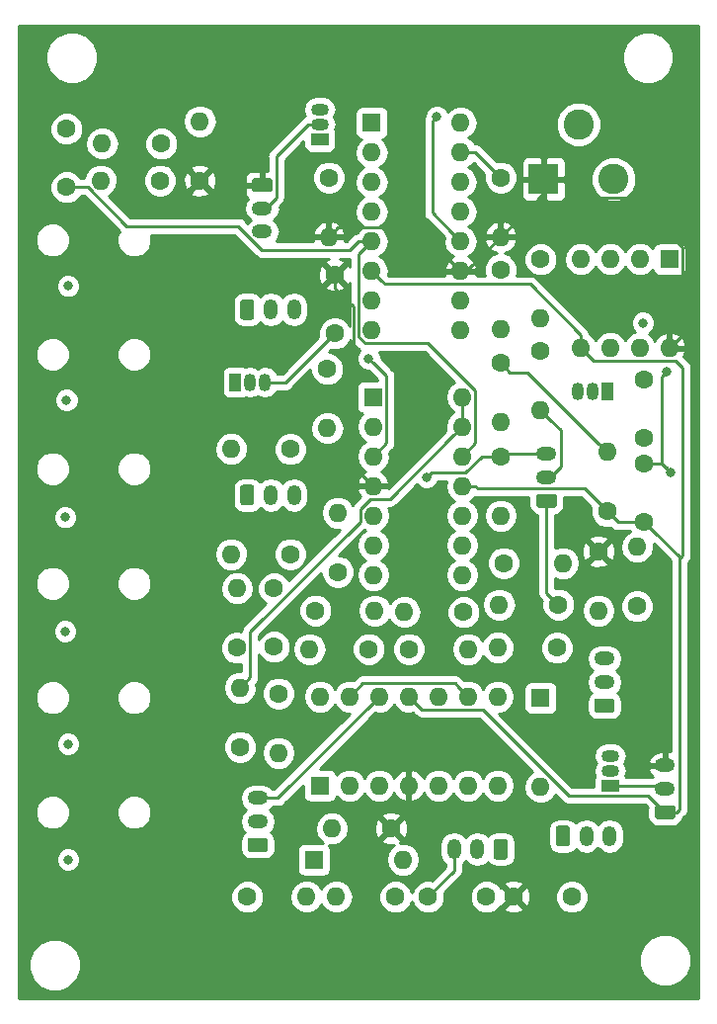
<source format=gbr>
G04 #@! TF.GenerationSoftware,KiCad,Pcbnew,(5.0.1)-rc2*
G04 #@! TF.CreationDate,2018-11-16T12:43:18-05:00*
G04 #@! TF.ProjectId,ASDR,415344522E6B696361645F7063620000,rev?*
G04 #@! TF.SameCoordinates,Original*
G04 #@! TF.FileFunction,Copper,L2,Bot,Signal*
G04 #@! TF.FilePolarity,Positive*
%FSLAX46Y46*%
G04 Gerber Fmt 4.6, Leading zero omitted, Abs format (unit mm)*
G04 Created by KiCad (PCBNEW (5.0.1)-rc2) date 11/16/2018 12:43:18 PM*
%MOMM*%
%LPD*%
G01*
G04 APERTURE LIST*
G04 #@! TA.AperFunction,ComponentPad*
%ADD10C,1.600000*%
G04 #@! TD*
G04 #@! TA.AperFunction,ComponentPad*
%ADD11O,1.600000X1.600000*%
G04 #@! TD*
G04 #@! TA.AperFunction,Conductor*
%ADD12C,0.100000*%
G04 #@! TD*
G04 #@! TA.AperFunction,ComponentPad*
%ADD13C,1.200000*%
G04 #@! TD*
G04 #@! TA.AperFunction,ComponentPad*
%ADD14O,1.200000X1.750000*%
G04 #@! TD*
G04 #@! TA.AperFunction,ComponentPad*
%ADD15R,2.600000X2.600000*%
G04 #@! TD*
G04 #@! TA.AperFunction,ComponentPad*
%ADD16C,2.600000*%
G04 #@! TD*
G04 #@! TA.AperFunction,ComponentPad*
%ADD17O,1.750000X1.200000*%
G04 #@! TD*
G04 #@! TA.AperFunction,ComponentPad*
%ADD18R,1.600000X1.600000*%
G04 #@! TD*
G04 #@! TA.AperFunction,ComponentPad*
%ADD19R,1.050000X1.500000*%
G04 #@! TD*
G04 #@! TA.AperFunction,ComponentPad*
%ADD20O,1.050000X1.500000*%
G04 #@! TD*
G04 #@! TA.AperFunction,ComponentPad*
%ADD21O,1.500000X1.050000*%
G04 #@! TD*
G04 #@! TA.AperFunction,ComponentPad*
%ADD22R,1.500000X1.050000*%
G04 #@! TD*
G04 #@! TA.AperFunction,ViaPad*
%ADD23C,0.800000*%
G04 #@! TD*
G04 #@! TA.AperFunction,Conductor*
%ADD24C,0.250000*%
G04 #@! TD*
G04 #@! TA.AperFunction,Conductor*
%ADD25C,0.254000*%
G04 #@! TD*
G04 APERTURE END LIST*
D10*
G04 #@! TO.P,C6,2*
G04 #@! TO.N,+9V*
X154893000Y-153543000D03*
G04 #@! TO.P,C6,1*
G04 #@! TO.N,GND*
X159893000Y-153543000D03*
G04 #@! TD*
G04 #@! TO.P,R18,1*
G04 #@! TO.N,Net-(R18-Pad1)*
X124714000Y-89027000D03*
D11*
G04 #@! TO.P,R18,2*
G04 #@! TO.N,GND*
X119634000Y-89027000D03*
G04 #@! TD*
D12*
G04 #@! TO.N,Net-(J5-PadT)*
G04 #@! TO.C,RV_1*
G36*
X132454505Y-102377204D02*
X132478773Y-102380804D01*
X132502572Y-102386765D01*
X132525671Y-102395030D01*
X132547850Y-102405520D01*
X132568893Y-102418132D01*
X132588599Y-102432747D01*
X132606777Y-102449223D01*
X132623253Y-102467401D01*
X132637868Y-102487107D01*
X132650480Y-102508150D01*
X132660970Y-102530329D01*
X132669235Y-102553428D01*
X132675196Y-102577227D01*
X132678796Y-102601495D01*
X132680000Y-102625999D01*
X132680000Y-103876001D01*
X132678796Y-103900505D01*
X132675196Y-103924773D01*
X132669235Y-103948572D01*
X132660970Y-103971671D01*
X132650480Y-103993850D01*
X132637868Y-104014893D01*
X132623253Y-104034599D01*
X132606777Y-104052777D01*
X132588599Y-104069253D01*
X132568893Y-104083868D01*
X132547850Y-104096480D01*
X132525671Y-104106970D01*
X132502572Y-104115235D01*
X132478773Y-104121196D01*
X132454505Y-104124796D01*
X132430001Y-104126000D01*
X131729999Y-104126000D01*
X131705495Y-104124796D01*
X131681227Y-104121196D01*
X131657428Y-104115235D01*
X131634329Y-104106970D01*
X131612150Y-104096480D01*
X131591107Y-104083868D01*
X131571401Y-104069253D01*
X131553223Y-104052777D01*
X131536747Y-104034599D01*
X131522132Y-104014893D01*
X131509520Y-103993850D01*
X131499030Y-103971671D01*
X131490765Y-103948572D01*
X131484804Y-103924773D01*
X131481204Y-103900505D01*
X131480000Y-103876001D01*
X131480000Y-102625999D01*
X131481204Y-102601495D01*
X131484804Y-102577227D01*
X131490765Y-102553428D01*
X131499030Y-102530329D01*
X131509520Y-102508150D01*
X131522132Y-102487107D01*
X131536747Y-102467401D01*
X131553223Y-102449223D01*
X131571401Y-102432747D01*
X131591107Y-102418132D01*
X131612150Y-102405520D01*
X131634329Y-102395030D01*
X131657428Y-102386765D01*
X131681227Y-102380804D01*
X131705495Y-102377204D01*
X131729999Y-102376000D01*
X132430001Y-102376000D01*
X132454505Y-102377204D01*
X132454505Y-102377204D01*
G37*
D13*
G04 #@! TD*
G04 #@! TO.P,RV_1,1*
G04 #@! TO.N,Net-(J5-PadT)*
X132080000Y-103251000D03*
D14*
G04 #@! TO.P,RV_1,2*
G04 #@! TO.N,Net-(Q2-Pad2)*
X134080000Y-103251000D03*
G04 #@! TO.P,RV_1,3*
G04 #@! TO.N,GND*
X136080000Y-103251000D03*
G04 #@! TD*
D15*
G04 #@! TO.P,J1,1*
G04 #@! TO.N,+9V*
X157480000Y-92075000D03*
D16*
G04 #@! TO.P,J1,2*
G04 #@! TO.N,GND*
X163480000Y-92075000D03*
G04 #@! TO.P,J1,3*
G04 #@! TO.N,N/C*
X160480000Y-87375000D03*
G04 #@! TD*
D10*
G04 #@! TO.P,C1,1*
G04 #@! TO.N,Net-(C1-Pad1)*
X166116000Y-109220000D03*
G04 #@! TO.P,C1,2*
G04 #@! TO.N,Net-(C1-Pad2)*
X166116000Y-114220000D03*
G04 #@! TD*
G04 #@! TO.P,C2,2*
G04 #@! TO.N,-9V*
X166116000Y-121459000D03*
G04 #@! TO.P,C2,1*
G04 #@! TO.N,GND*
X166116000Y-116459000D03*
G04 #@! TD*
G04 #@! TO.P,C3,1*
G04 #@! TO.N,Net-(C3-Pad1)*
X134366000Y-127127000D03*
G04 #@! TO.P,C3,2*
G04 #@! TO.N,Net-(C3-Pad2)*
X134366000Y-132127000D03*
G04 #@! TD*
G04 #@! TO.P,C4,2*
G04 #@! TO.N,+9V*
X139573000Y-100283000D03*
G04 #@! TO.P,C4,1*
G04 #@! TO.N,GND*
X139573000Y-105283000D03*
G04 #@! TD*
G04 #@! TO.P,C7,1*
G04 #@! TO.N,GND*
X116586000Y-87757000D03*
G04 #@! TO.P,C7,2*
G04 #@! TO.N,Net-(C7-Pad2)*
X116586000Y-92757000D03*
G04 #@! TD*
G04 #@! TO.P,C5,1*
G04 #@! TO.N,Net-(C5-Pad1)*
X147574000Y-153543000D03*
G04 #@! TO.P,C5,2*
G04 #@! TO.N,GND*
X152574000Y-153543000D03*
G04 #@! TD*
D12*
G04 #@! TO.N,+9V*
G04 #@! TO.C,RV_4*
G36*
X133999505Y-91984204D02*
X134023773Y-91987804D01*
X134047572Y-91993765D01*
X134070671Y-92002030D01*
X134092850Y-92012520D01*
X134113893Y-92025132D01*
X134133599Y-92039747D01*
X134151777Y-92056223D01*
X134168253Y-92074401D01*
X134182868Y-92094107D01*
X134195480Y-92115150D01*
X134205970Y-92137329D01*
X134214235Y-92160428D01*
X134220196Y-92184227D01*
X134223796Y-92208495D01*
X134225000Y-92232999D01*
X134225000Y-92933001D01*
X134223796Y-92957505D01*
X134220196Y-92981773D01*
X134214235Y-93005572D01*
X134205970Y-93028671D01*
X134195480Y-93050850D01*
X134182868Y-93071893D01*
X134168253Y-93091599D01*
X134151777Y-93109777D01*
X134133599Y-93126253D01*
X134113893Y-93140868D01*
X134092850Y-93153480D01*
X134070671Y-93163970D01*
X134047572Y-93172235D01*
X134023773Y-93178196D01*
X133999505Y-93181796D01*
X133975001Y-93183000D01*
X132724999Y-93183000D01*
X132700495Y-93181796D01*
X132676227Y-93178196D01*
X132652428Y-93172235D01*
X132629329Y-93163970D01*
X132607150Y-93153480D01*
X132586107Y-93140868D01*
X132566401Y-93126253D01*
X132548223Y-93109777D01*
X132531747Y-93091599D01*
X132517132Y-93071893D01*
X132504520Y-93050850D01*
X132494030Y-93028671D01*
X132485765Y-93005572D01*
X132479804Y-92981773D01*
X132476204Y-92957505D01*
X132475000Y-92933001D01*
X132475000Y-92232999D01*
X132476204Y-92208495D01*
X132479804Y-92184227D01*
X132485765Y-92160428D01*
X132494030Y-92137329D01*
X132504520Y-92115150D01*
X132517132Y-92094107D01*
X132531747Y-92074401D01*
X132548223Y-92056223D01*
X132566401Y-92039747D01*
X132586107Y-92025132D01*
X132607150Y-92012520D01*
X132629329Y-92002030D01*
X132652428Y-91993765D01*
X132676227Y-91987804D01*
X132700495Y-91984204D01*
X132724999Y-91983000D01*
X133975001Y-91983000D01*
X133999505Y-91984204D01*
X133999505Y-91984204D01*
G37*
D13*
G04 #@! TD*
G04 #@! TO.P,RV_4,1*
G04 #@! TO.N,+9V*
X133350000Y-92583000D03*
D17*
G04 #@! TO.P,RV_4,2*
G04 #@! TO.N,Net-(Q3-Pad2)*
X133350000Y-94583000D03*
G04 #@! TO.P,RV_4,3*
G04 #@! TO.N,Net-(Q2-Pad1)*
X133350000Y-96583000D03*
G04 #@! TD*
G04 #@! TO.P,RV_A1,3*
G04 #@! TO.N,Net-(C5-Pad1)*
X132969000Y-145098000D03*
G04 #@! TO.P,RV_A1,2*
X132969000Y-147098000D03*
D12*
G04 #@! TD*
G04 #@! TO.N,Net-(D1-Pad1)*
G04 #@! TO.C,RV_A1*
G36*
X133618505Y-148499204D02*
X133642773Y-148502804D01*
X133666572Y-148508765D01*
X133689671Y-148517030D01*
X133711850Y-148527520D01*
X133732893Y-148540132D01*
X133752599Y-148554747D01*
X133770777Y-148571223D01*
X133787253Y-148589401D01*
X133801868Y-148609107D01*
X133814480Y-148630150D01*
X133824970Y-148652329D01*
X133833235Y-148675428D01*
X133839196Y-148699227D01*
X133842796Y-148723495D01*
X133844000Y-148747999D01*
X133844000Y-149448001D01*
X133842796Y-149472505D01*
X133839196Y-149496773D01*
X133833235Y-149520572D01*
X133824970Y-149543671D01*
X133814480Y-149565850D01*
X133801868Y-149586893D01*
X133787253Y-149606599D01*
X133770777Y-149624777D01*
X133752599Y-149641253D01*
X133732893Y-149655868D01*
X133711850Y-149668480D01*
X133689671Y-149678970D01*
X133666572Y-149687235D01*
X133642773Y-149693196D01*
X133618505Y-149696796D01*
X133594001Y-149698000D01*
X132343999Y-149698000D01*
X132319495Y-149696796D01*
X132295227Y-149693196D01*
X132271428Y-149687235D01*
X132248329Y-149678970D01*
X132226150Y-149668480D01*
X132205107Y-149655868D01*
X132185401Y-149641253D01*
X132167223Y-149624777D01*
X132150747Y-149606599D01*
X132136132Y-149586893D01*
X132123520Y-149565850D01*
X132113030Y-149543671D01*
X132104765Y-149520572D01*
X132098804Y-149496773D01*
X132095204Y-149472505D01*
X132094000Y-149448001D01*
X132094000Y-148747999D01*
X132095204Y-148723495D01*
X132098804Y-148699227D01*
X132104765Y-148675428D01*
X132113030Y-148652329D01*
X132123520Y-148630150D01*
X132136132Y-148609107D01*
X132150747Y-148589401D01*
X132167223Y-148571223D01*
X132185401Y-148554747D01*
X132205107Y-148540132D01*
X132226150Y-148527520D01*
X132248329Y-148517030D01*
X132271428Y-148508765D01*
X132295227Y-148502804D01*
X132319495Y-148499204D01*
X132343999Y-148498000D01*
X133594001Y-148498000D01*
X133618505Y-148499204D01*
X133618505Y-148499204D01*
G37*
D13*
G04 #@! TO.P,RV_A1,1*
G04 #@! TO.N,Net-(D1-Pad1)*
X132969000Y-149098000D03*
G04 #@! TD*
D12*
G04 #@! TO.N,Net-(R14-Pad1)*
G04 #@! TO.C,RV_3*
G36*
X158383505Y-119035204D02*
X158407773Y-119038804D01*
X158431572Y-119044765D01*
X158454671Y-119053030D01*
X158476850Y-119063520D01*
X158497893Y-119076132D01*
X158517599Y-119090747D01*
X158535777Y-119107223D01*
X158552253Y-119125401D01*
X158566868Y-119145107D01*
X158579480Y-119166150D01*
X158589970Y-119188329D01*
X158598235Y-119211428D01*
X158604196Y-119235227D01*
X158607796Y-119259495D01*
X158609000Y-119283999D01*
X158609000Y-119984001D01*
X158607796Y-120008505D01*
X158604196Y-120032773D01*
X158598235Y-120056572D01*
X158589970Y-120079671D01*
X158579480Y-120101850D01*
X158566868Y-120122893D01*
X158552253Y-120142599D01*
X158535777Y-120160777D01*
X158517599Y-120177253D01*
X158497893Y-120191868D01*
X158476850Y-120204480D01*
X158454671Y-120214970D01*
X158431572Y-120223235D01*
X158407773Y-120229196D01*
X158383505Y-120232796D01*
X158359001Y-120234000D01*
X157108999Y-120234000D01*
X157084495Y-120232796D01*
X157060227Y-120229196D01*
X157036428Y-120223235D01*
X157013329Y-120214970D01*
X156991150Y-120204480D01*
X156970107Y-120191868D01*
X156950401Y-120177253D01*
X156932223Y-120160777D01*
X156915747Y-120142599D01*
X156901132Y-120122893D01*
X156888520Y-120101850D01*
X156878030Y-120079671D01*
X156869765Y-120056572D01*
X156863804Y-120032773D01*
X156860204Y-120008505D01*
X156859000Y-119984001D01*
X156859000Y-119283999D01*
X156860204Y-119259495D01*
X156863804Y-119235227D01*
X156869765Y-119211428D01*
X156878030Y-119188329D01*
X156888520Y-119166150D01*
X156901132Y-119145107D01*
X156915747Y-119125401D01*
X156932223Y-119107223D01*
X156950401Y-119090747D01*
X156970107Y-119076132D01*
X156991150Y-119063520D01*
X157013329Y-119053030D01*
X157036428Y-119044765D01*
X157060227Y-119038804D01*
X157084495Y-119035204D01*
X157108999Y-119034000D01*
X158359001Y-119034000D01*
X158383505Y-119035204D01*
X158383505Y-119035204D01*
G37*
D13*
G04 #@! TD*
G04 #@! TO.P,RV_3,1*
G04 #@! TO.N,Net-(R14-Pad1)*
X157734000Y-119634000D03*
D17*
G04 #@! TO.P,RV_3,2*
G04 #@! TO.N,Net-(R20-Pad2)*
X157734000Y-117634000D03*
G04 #@! TO.P,RV_3,3*
G04 #@! TO.N,GND*
X157734000Y-115634000D03*
G04 #@! TD*
D14*
G04 #@! TO.P,RV_2,3*
G04 #@! TO.N,GND*
X136080000Y-119126000D03*
G04 #@! TO.P,RV_2,2*
G04 #@! TO.N,Net-(R15-Pad2)*
X134080000Y-119126000D03*
D12*
G04 #@! TD*
G04 #@! TO.N,Net-(J3-PadT)*
G04 #@! TO.C,RV_2*
G36*
X132454505Y-118252204D02*
X132478773Y-118255804D01*
X132502572Y-118261765D01*
X132525671Y-118270030D01*
X132547850Y-118280520D01*
X132568893Y-118293132D01*
X132588599Y-118307747D01*
X132606777Y-118324223D01*
X132623253Y-118342401D01*
X132637868Y-118362107D01*
X132650480Y-118383150D01*
X132660970Y-118405329D01*
X132669235Y-118428428D01*
X132675196Y-118452227D01*
X132678796Y-118476495D01*
X132680000Y-118500999D01*
X132680000Y-119751001D01*
X132678796Y-119775505D01*
X132675196Y-119799773D01*
X132669235Y-119823572D01*
X132660970Y-119846671D01*
X132650480Y-119868850D01*
X132637868Y-119889893D01*
X132623253Y-119909599D01*
X132606777Y-119927777D01*
X132588599Y-119944253D01*
X132568893Y-119958868D01*
X132547850Y-119971480D01*
X132525671Y-119981970D01*
X132502572Y-119990235D01*
X132478773Y-119996196D01*
X132454505Y-119999796D01*
X132430001Y-120001000D01*
X131729999Y-120001000D01*
X131705495Y-119999796D01*
X131681227Y-119996196D01*
X131657428Y-119990235D01*
X131634329Y-119981970D01*
X131612150Y-119971480D01*
X131591107Y-119958868D01*
X131571401Y-119944253D01*
X131553223Y-119927777D01*
X131536747Y-119909599D01*
X131522132Y-119889893D01*
X131509520Y-119868850D01*
X131499030Y-119846671D01*
X131490765Y-119823572D01*
X131484804Y-119799773D01*
X131481204Y-119775505D01*
X131480000Y-119751001D01*
X131480000Y-118500999D01*
X131481204Y-118476495D01*
X131484804Y-118452227D01*
X131490765Y-118428428D01*
X131499030Y-118405329D01*
X131509520Y-118383150D01*
X131522132Y-118362107D01*
X131536747Y-118342401D01*
X131553223Y-118324223D01*
X131571401Y-118307747D01*
X131591107Y-118293132D01*
X131612150Y-118280520D01*
X131634329Y-118270030D01*
X131657428Y-118261765D01*
X131681227Y-118255804D01*
X131705495Y-118252204D01*
X131729999Y-118251000D01*
X132430001Y-118251000D01*
X132454505Y-118252204D01*
X132454505Y-118252204D01*
G37*
D13*
G04 #@! TO.P,RV_2,1*
G04 #@! TO.N,Net-(J3-PadT)*
X132080000Y-119126000D03*
G04 #@! TD*
D14*
G04 #@! TO.P,RV_D1,3*
G04 #@! TO.N,Net-(C5-Pad1)*
X149797000Y-149479000D03*
G04 #@! TO.P,RV_D1,2*
X151797000Y-149479000D03*
D12*
G04 #@! TD*
G04 #@! TO.N,Net-(D2-Pad2)*
G04 #@! TO.C,RV_D1*
G36*
X154171505Y-148605204D02*
X154195773Y-148608804D01*
X154219572Y-148614765D01*
X154242671Y-148623030D01*
X154264850Y-148633520D01*
X154285893Y-148646132D01*
X154305599Y-148660747D01*
X154323777Y-148677223D01*
X154340253Y-148695401D01*
X154354868Y-148715107D01*
X154367480Y-148736150D01*
X154377970Y-148758329D01*
X154386235Y-148781428D01*
X154392196Y-148805227D01*
X154395796Y-148829495D01*
X154397000Y-148853999D01*
X154397000Y-150104001D01*
X154395796Y-150128505D01*
X154392196Y-150152773D01*
X154386235Y-150176572D01*
X154377970Y-150199671D01*
X154367480Y-150221850D01*
X154354868Y-150242893D01*
X154340253Y-150262599D01*
X154323777Y-150280777D01*
X154305599Y-150297253D01*
X154285893Y-150311868D01*
X154264850Y-150324480D01*
X154242671Y-150334970D01*
X154219572Y-150343235D01*
X154195773Y-150349196D01*
X154171505Y-150352796D01*
X154147001Y-150354000D01*
X153446999Y-150354000D01*
X153422495Y-150352796D01*
X153398227Y-150349196D01*
X153374428Y-150343235D01*
X153351329Y-150334970D01*
X153329150Y-150324480D01*
X153308107Y-150311868D01*
X153288401Y-150297253D01*
X153270223Y-150280777D01*
X153253747Y-150262599D01*
X153239132Y-150242893D01*
X153226520Y-150221850D01*
X153216030Y-150199671D01*
X153207765Y-150176572D01*
X153201804Y-150152773D01*
X153198204Y-150128505D01*
X153197000Y-150104001D01*
X153197000Y-148853999D01*
X153198204Y-148829495D01*
X153201804Y-148805227D01*
X153207765Y-148781428D01*
X153216030Y-148758329D01*
X153226520Y-148736150D01*
X153239132Y-148715107D01*
X153253747Y-148695401D01*
X153270223Y-148677223D01*
X153288401Y-148660747D01*
X153308107Y-148646132D01*
X153329150Y-148633520D01*
X153351329Y-148623030D01*
X153374428Y-148614765D01*
X153398227Y-148608804D01*
X153422495Y-148605204D01*
X153446999Y-148604000D01*
X154147001Y-148604000D01*
X154171505Y-148605204D01*
X154171505Y-148605204D01*
G37*
D13*
G04 #@! TO.P,RV_D1,1*
G04 #@! TO.N,Net-(D2-Pad2)*
X153797000Y-149479000D03*
G04 #@! TD*
D12*
G04 #@! TO.N,Net-(C5-Pad1)*
G04 #@! TO.C,RV_R1*
G36*
X159505505Y-147462204D02*
X159529773Y-147465804D01*
X159553572Y-147471765D01*
X159576671Y-147480030D01*
X159598850Y-147490520D01*
X159619893Y-147503132D01*
X159639599Y-147517747D01*
X159657777Y-147534223D01*
X159674253Y-147552401D01*
X159688868Y-147572107D01*
X159701480Y-147593150D01*
X159711970Y-147615329D01*
X159720235Y-147638428D01*
X159726196Y-147662227D01*
X159729796Y-147686495D01*
X159731000Y-147710999D01*
X159731000Y-148961001D01*
X159729796Y-148985505D01*
X159726196Y-149009773D01*
X159720235Y-149033572D01*
X159711970Y-149056671D01*
X159701480Y-149078850D01*
X159688868Y-149099893D01*
X159674253Y-149119599D01*
X159657777Y-149137777D01*
X159639599Y-149154253D01*
X159619893Y-149168868D01*
X159598850Y-149181480D01*
X159576671Y-149191970D01*
X159553572Y-149200235D01*
X159529773Y-149206196D01*
X159505505Y-149209796D01*
X159481001Y-149211000D01*
X158780999Y-149211000D01*
X158756495Y-149209796D01*
X158732227Y-149206196D01*
X158708428Y-149200235D01*
X158685329Y-149191970D01*
X158663150Y-149181480D01*
X158642107Y-149168868D01*
X158622401Y-149154253D01*
X158604223Y-149137777D01*
X158587747Y-149119599D01*
X158573132Y-149099893D01*
X158560520Y-149078850D01*
X158550030Y-149056671D01*
X158541765Y-149033572D01*
X158535804Y-149009773D01*
X158532204Y-148985505D01*
X158531000Y-148961001D01*
X158531000Y-147710999D01*
X158532204Y-147686495D01*
X158535804Y-147662227D01*
X158541765Y-147638428D01*
X158550030Y-147615329D01*
X158560520Y-147593150D01*
X158573132Y-147572107D01*
X158587747Y-147552401D01*
X158604223Y-147534223D01*
X158622401Y-147517747D01*
X158642107Y-147503132D01*
X158663150Y-147490520D01*
X158685329Y-147480030D01*
X158708428Y-147471765D01*
X158732227Y-147465804D01*
X158756495Y-147462204D01*
X158780999Y-147461000D01*
X159481001Y-147461000D01*
X159505505Y-147462204D01*
X159505505Y-147462204D01*
G37*
D13*
G04 #@! TD*
G04 #@! TO.P,RV_R1,1*
G04 #@! TO.N,Net-(C5-Pad1)*
X159131000Y-148336000D03*
D14*
G04 #@! TO.P,RV_R1,2*
G04 #@! TO.N,Net-(C5-Pad1)*
X161131000Y-148336000D03*
G04 #@! TO.P,RV_R1,3*
G04 #@! TO.N,Net-(Q1-Pad3)*
X163131000Y-148336000D03*
G04 #@! TD*
D17*
G04 #@! TO.P,J8,3*
G04 #@! TO.N,+9V*
X167894000Y-142304000D03*
G04 #@! TO.P,J8,2*
G04 #@! TO.N,GND*
X167894000Y-144304000D03*
D12*
G04 #@! TD*
G04 #@! TO.N,-9V*
G04 #@! TO.C,J8*
G36*
X168543505Y-145705204D02*
X168567773Y-145708804D01*
X168591572Y-145714765D01*
X168614671Y-145723030D01*
X168636850Y-145733520D01*
X168657893Y-145746132D01*
X168677599Y-145760747D01*
X168695777Y-145777223D01*
X168712253Y-145795401D01*
X168726868Y-145815107D01*
X168739480Y-145836150D01*
X168749970Y-145858329D01*
X168758235Y-145881428D01*
X168764196Y-145905227D01*
X168767796Y-145929495D01*
X168769000Y-145953999D01*
X168769000Y-146654001D01*
X168767796Y-146678505D01*
X168764196Y-146702773D01*
X168758235Y-146726572D01*
X168749970Y-146749671D01*
X168739480Y-146771850D01*
X168726868Y-146792893D01*
X168712253Y-146812599D01*
X168695777Y-146830777D01*
X168677599Y-146847253D01*
X168657893Y-146861868D01*
X168636850Y-146874480D01*
X168614671Y-146884970D01*
X168591572Y-146893235D01*
X168567773Y-146899196D01*
X168543505Y-146902796D01*
X168519001Y-146904000D01*
X167268999Y-146904000D01*
X167244495Y-146902796D01*
X167220227Y-146899196D01*
X167196428Y-146893235D01*
X167173329Y-146884970D01*
X167151150Y-146874480D01*
X167130107Y-146861868D01*
X167110401Y-146847253D01*
X167092223Y-146830777D01*
X167075747Y-146812599D01*
X167061132Y-146792893D01*
X167048520Y-146771850D01*
X167038030Y-146749671D01*
X167029765Y-146726572D01*
X167023804Y-146702773D01*
X167020204Y-146678505D01*
X167019000Y-146654001D01*
X167019000Y-145953999D01*
X167020204Y-145929495D01*
X167023804Y-145905227D01*
X167029765Y-145881428D01*
X167038030Y-145858329D01*
X167048520Y-145836150D01*
X167061132Y-145815107D01*
X167075747Y-145795401D01*
X167092223Y-145777223D01*
X167110401Y-145760747D01*
X167130107Y-145746132D01*
X167151150Y-145733520D01*
X167173329Y-145723030D01*
X167196428Y-145714765D01*
X167220227Y-145708804D01*
X167244495Y-145705204D01*
X167268999Y-145704000D01*
X168519001Y-145704000D01*
X168543505Y-145705204D01*
X168543505Y-145705204D01*
G37*
D13*
G04 #@! TO.P,J8,1*
G04 #@! TO.N,-9V*
X167894000Y-146304000D03*
G04 #@! TD*
D12*
G04 #@! TO.N,Net-(R13-Pad2)*
G04 #@! TO.C,RV_S1*
G36*
X163336505Y-136561204D02*
X163360773Y-136564804D01*
X163384572Y-136570765D01*
X163407671Y-136579030D01*
X163429850Y-136589520D01*
X163450893Y-136602132D01*
X163470599Y-136616747D01*
X163488777Y-136633223D01*
X163505253Y-136651401D01*
X163519868Y-136671107D01*
X163532480Y-136692150D01*
X163542970Y-136714329D01*
X163551235Y-136737428D01*
X163557196Y-136761227D01*
X163560796Y-136785495D01*
X163562000Y-136809999D01*
X163562000Y-137510001D01*
X163560796Y-137534505D01*
X163557196Y-137558773D01*
X163551235Y-137582572D01*
X163542970Y-137605671D01*
X163532480Y-137627850D01*
X163519868Y-137648893D01*
X163505253Y-137668599D01*
X163488777Y-137686777D01*
X163470599Y-137703253D01*
X163450893Y-137717868D01*
X163429850Y-137730480D01*
X163407671Y-137740970D01*
X163384572Y-137749235D01*
X163360773Y-137755196D01*
X163336505Y-137758796D01*
X163312001Y-137760000D01*
X162061999Y-137760000D01*
X162037495Y-137758796D01*
X162013227Y-137755196D01*
X161989428Y-137749235D01*
X161966329Y-137740970D01*
X161944150Y-137730480D01*
X161923107Y-137717868D01*
X161903401Y-137703253D01*
X161885223Y-137686777D01*
X161868747Y-137668599D01*
X161854132Y-137648893D01*
X161841520Y-137627850D01*
X161831030Y-137605671D01*
X161822765Y-137582572D01*
X161816804Y-137558773D01*
X161813204Y-137534505D01*
X161812000Y-137510001D01*
X161812000Y-136809999D01*
X161813204Y-136785495D01*
X161816804Y-136761227D01*
X161822765Y-136737428D01*
X161831030Y-136714329D01*
X161841520Y-136692150D01*
X161854132Y-136671107D01*
X161868747Y-136651401D01*
X161885223Y-136633223D01*
X161903401Y-136616747D01*
X161923107Y-136602132D01*
X161944150Y-136589520D01*
X161966329Y-136579030D01*
X161989428Y-136570765D01*
X162013227Y-136564804D01*
X162037495Y-136561204D01*
X162061999Y-136560000D01*
X163312001Y-136560000D01*
X163336505Y-136561204D01*
X163336505Y-136561204D01*
G37*
D13*
G04 #@! TD*
G04 #@! TO.P,RV_S1,1*
G04 #@! TO.N,Net-(R13-Pad2)*
X162687000Y-137160000D03*
D17*
G04 #@! TO.P,RV_S1,2*
G04 #@! TO.N,Net-(D2-Pad1)*
X162687000Y-135160000D03*
G04 #@! TO.P,RV_S1,3*
G04 #@! TO.N,Net-(R12-Pad1)*
X162687000Y-133160000D03*
G04 #@! TD*
D11*
G04 #@! TO.P,D1,2*
G04 #@! TO.N,Net-(D1-Pad2)*
X145415000Y-150368000D03*
D18*
G04 #@! TO.P,D1,1*
G04 #@! TO.N,Net-(D1-Pad1)*
X137795000Y-150368000D03*
G04 #@! TD*
G04 #@! TO.P,D2,1*
G04 #@! TO.N,Net-(D2-Pad1)*
X157226000Y-136525000D03*
D11*
G04 #@! TO.P,D2,2*
G04 #@! TO.N,Net-(D2-Pad2)*
X157226000Y-144145000D03*
G04 #@! TD*
G04 #@! TO.P,U2,14*
G04 #@! TO.N,Net-(R14-Pad2)*
X138303000Y-136398000D03*
G04 #@! TO.P,U2,7*
G04 #@! TO.N,Net-(R7-Pad2)*
X153543000Y-144018000D03*
G04 #@! TO.P,U2,13*
G04 #@! TO.N,Net-(R14-Pad2)*
X140843000Y-136398000D03*
G04 #@! TO.P,U2,6*
X151003000Y-144018000D03*
G04 #@! TO.P,U2,12*
G04 #@! TO.N,Net-(C5-Pad1)*
X143383000Y-136398000D03*
G04 #@! TO.P,U2,5*
G04 #@! TO.N,Net-(R5-Pad1)*
X148463000Y-144018000D03*
G04 #@! TO.P,U2,11*
G04 #@! TO.N,-9V*
X145923000Y-136398000D03*
G04 #@! TO.P,U2,4*
G04 #@! TO.N,+9V*
X145923000Y-144018000D03*
G04 #@! TO.P,U2,10*
G04 #@! TO.N,Net-(C3-Pad1)*
X148463000Y-136398000D03*
G04 #@! TO.P,U2,3*
G04 #@! TO.N,Net-(R4-Pad1)*
X143383000Y-144018000D03*
G04 #@! TO.P,U2,9*
G04 #@! TO.N,Net-(R14-Pad2)*
X151003000Y-136398000D03*
G04 #@! TO.P,U2,2*
G04 #@! TO.N,Net-(R1-Pad2)*
X140843000Y-144018000D03*
G04 #@! TO.P,U2,8*
G04 #@! TO.N,Net-(R11-Pad2)*
X153543000Y-136398000D03*
D18*
G04 #@! TO.P,U2,1*
G04 #@! TO.N,Net-(C3-Pad2)*
X138303000Y-144018000D03*
G04 #@! TD*
G04 #@! TO.P,U4,1*
G04 #@! TO.N,Net-(R21-Pad1)*
X142875000Y-110744000D03*
D11*
G04 #@! TO.P,U4,8*
G04 #@! TO.N,Net-(R29-Pad2)*
X150495000Y-125984000D03*
G04 #@! TO.P,U4,2*
G04 #@! TO.N,Net-(R20-Pad1)*
X142875000Y-113284000D03*
G04 #@! TO.P,U4,9*
G04 #@! TO.N,Net-(R29-Pad2)*
X150495000Y-123444000D03*
G04 #@! TO.P,U4,3*
G04 #@! TO.N,GND*
X142875000Y-115824000D03*
G04 #@! TO.P,U4,10*
G04 #@! TO.N,Net-(R23-Pad2)*
X150495000Y-120904000D03*
G04 #@! TO.P,U4,4*
G04 #@! TO.N,+9V*
X142875000Y-118364000D03*
G04 #@! TO.P,U4,11*
G04 #@! TO.N,-9V*
X150495000Y-118364000D03*
G04 #@! TO.P,U4,5*
G04 #@! TO.N,Net-(R21-Pad1)*
X142875000Y-120904000D03*
G04 #@! TO.P,U4,12*
G04 #@! TO.N,Net-(C7-Pad2)*
X150495000Y-115824000D03*
G04 #@! TO.P,U4,6*
G04 #@! TO.N,Net-(Q4-Pad3)*
X142875000Y-123444000D03*
G04 #@! TO.P,U4,13*
G04 #@! TO.N,Net-(R28-Pad1)*
X150495000Y-113284000D03*
G04 #@! TO.P,U4,7*
G04 #@! TO.N,Net-(Q4-Pad2)*
X142875000Y-125984000D03*
G04 #@! TO.P,U4,14*
G04 #@! TO.N,Net-(R28-Pad1)*
X150495000Y-110744000D03*
G04 #@! TD*
D18*
G04 #@! TO.P,U3,1*
G04 #@! TO.N,Net-(Q3-Pad1)*
X142748000Y-87249000D03*
D11*
G04 #@! TO.P,U3,9*
G04 #@! TO.N,Net-(U3-Pad9)*
X150368000Y-105029000D03*
G04 #@! TO.P,U3,2*
G04 #@! TO.N,Net-(U3-Pad2)*
X142748000Y-89789000D03*
G04 #@! TO.P,U3,10*
G04 #@! TO.N,Net-(U3-Pad10)*
X150368000Y-102489000D03*
G04 #@! TO.P,U3,3*
G04 #@! TO.N,Net-(R19-Pad1)*
X142748000Y-92329000D03*
G04 #@! TO.P,U3,11*
G04 #@! TO.N,+9V*
X150368000Y-99949000D03*
G04 #@! TO.P,U3,4*
G04 #@! TO.N,Net-(R28-Pad1)*
X142748000Y-94869000D03*
G04 #@! TO.P,U3,12*
G04 #@! TO.N,Net-(R23-Pad2)*
X150368000Y-97409000D03*
G04 #@! TO.P,U3,5*
G04 #@! TO.N,Net-(C7-Pad2)*
X142748000Y-97409000D03*
G04 #@! TO.P,U3,13*
G04 #@! TO.N,Net-(R18-Pad1)*
X150368000Y-94869000D03*
G04 #@! TO.P,U3,6*
G04 #@! TO.N,-9V*
X142748000Y-99949000D03*
G04 #@! TO.P,U3,14*
G04 #@! TO.N,Net-(R15-Pad1)*
X150368000Y-92329000D03*
G04 #@! TO.P,U3,7*
G04 #@! TO.N,Net-(U3-Pad10)*
X142748000Y-102489000D03*
G04 #@! TO.P,U3,15*
G04 #@! TO.N,Net-(R17-Pad1)*
X150368000Y-89789000D03*
G04 #@! TO.P,U3,8*
G04 #@! TO.N,Net-(U3-Pad8)*
X142748000Y-105029000D03*
G04 #@! TO.P,U3,16*
G04 #@! TO.N,Net-(Q4-Pad1)*
X150368000Y-87249000D03*
G04 #@! TD*
D18*
G04 #@! TO.P,U1,1*
G04 #@! TO.N,Net-(U1-Pad1)*
X168275000Y-98933000D03*
D11*
G04 #@! TO.P,U1,5*
G04 #@! TO.N,-9V*
X160655000Y-106553000D03*
G04 #@! TO.P,U1,2*
G04 #@! TO.N,Net-(C1-Pad1)*
X165735000Y-98933000D03*
G04 #@! TO.P,U1,6*
G04 #@! TO.N,Net-(U1-Pad6)*
X163195000Y-106553000D03*
G04 #@! TO.P,U1,3*
G04 #@! TO.N,GND*
X163195000Y-98933000D03*
G04 #@! TO.P,U1,7*
G04 #@! TO.N,Net-(U1-Pad7)*
X165735000Y-106553000D03*
G04 #@! TO.P,U1,4*
G04 #@! TO.N,Net-(C1-Pad2)*
X160655000Y-98933000D03*
G04 #@! TO.P,U1,8*
G04 #@! TO.N,+9V*
X168275000Y-106553000D03*
G04 #@! TD*
D19*
G04 #@! TO.P,Q4,1*
G04 #@! TO.N,Net-(Q4-Pad1)*
X162941000Y-110236000D03*
D20*
G04 #@! TO.P,Q4,3*
G04 #@! TO.N,Net-(Q4-Pad3)*
X160401000Y-110236000D03*
G04 #@! TO.P,Q4,2*
G04 #@! TO.N,Net-(Q4-Pad2)*
X161671000Y-110236000D03*
G04 #@! TD*
D21*
G04 #@! TO.P,Q3,2*
G04 #@! TO.N,Net-(Q3-Pad2)*
X138303000Y-87376000D03*
G04 #@! TO.P,Q3,3*
G04 #@! TO.N,Net-(Q3-Pad3)*
X138303000Y-86106000D03*
D22*
G04 #@! TO.P,Q3,1*
G04 #@! TO.N,Net-(Q3-Pad1)*
X138303000Y-88646000D03*
G04 #@! TD*
D19*
G04 #@! TO.P,Q2,1*
G04 #@! TO.N,Net-(Q2-Pad1)*
X131064000Y-109474000D03*
D20*
G04 #@! TO.P,Q2,3*
G04 #@! TO.N,GND*
X133604000Y-109474000D03*
G04 #@! TO.P,Q2,2*
G04 #@! TO.N,Net-(Q2-Pad2)*
X132334000Y-109474000D03*
G04 #@! TD*
D21*
G04 #@! TO.P,Q1,2*
G04 #@! TO.N,Net-(Q1-Pad2)*
X163195000Y-142748000D03*
G04 #@! TO.P,Q1,3*
G04 #@! TO.N,Net-(Q1-Pad3)*
X163195000Y-141478000D03*
D22*
G04 #@! TO.P,Q1,1*
G04 #@! TO.N,GND*
X163195000Y-144018000D03*
G04 #@! TD*
D11*
G04 #@! TO.P,R3,2*
G04 #@! TO.N,GND*
X130683000Y-124206000D03*
D10*
G04 #@! TO.P,R3,1*
G04 #@! TO.N,Net-(J2-PadT)*
X135763000Y-124206000D03*
G04 #@! TD*
G04 #@! TO.P,R1,1*
G04 #@! TO.N,+9V*
X144399000Y-147701000D03*
D11*
G04 #@! TO.P,R1,2*
G04 #@! TO.N,Net-(R1-Pad2)*
X139319000Y-147701000D03*
G04 #@! TD*
G04 #@! TO.P,R24,2*
G04 #@! TO.N,GND*
X139827000Y-120650000D03*
D10*
G04 #@! TO.P,R24,1*
G04 #@! TO.N,Net-(Q4-Pad3)*
X139827000Y-125730000D03*
G04 #@! TD*
G04 #@! TO.P,R25,1*
G04 #@! TO.N,+9V*
X128016000Y-92202000D03*
D11*
G04 #@! TO.P,R25,2*
G04 #@! TO.N,Net-(Q3-Pad3)*
X128016000Y-87122000D03*
G04 #@! TD*
G04 #@! TO.P,R26,2*
G04 #@! TO.N,Net-(C7-Pad2)*
X153797000Y-112903000D03*
D10*
G04 #@! TO.P,R26,1*
G04 #@! TO.N,Net-(R26-Pad1)*
X153797000Y-107823000D03*
G04 #@! TD*
G04 #@! TO.P,R27,1*
G04 #@! TO.N,-9V*
X162941000Y-120523000D03*
D11*
G04 #@! TO.P,R27,2*
G04 #@! TO.N,Net-(R26-Pad1)*
X162941000Y-115443000D03*
G04 #@! TD*
G04 #@! TO.P,R28,2*
G04 #@! TO.N,Net-(R26-Pad1)*
X153797000Y-104902000D03*
D10*
G04 #@! TO.P,R28,1*
G04 #@! TO.N,Net-(R28-Pad1)*
X153797000Y-99822000D03*
G04 #@! TD*
G04 #@! TO.P,R29,1*
G04 #@! TO.N,Net-(J6-PadT)*
X137922000Y-129032000D03*
D11*
G04 #@! TO.P,R29,2*
G04 #@! TO.N,Net-(R29-Pad2)*
X143002000Y-129032000D03*
G04 #@! TD*
G04 #@! TO.P,R30,2*
G04 #@! TO.N,Net-(R28-Pad1)*
X131445000Y-135636000D03*
D10*
G04 #@! TO.P,R30,1*
G04 #@! TO.N,Net-(J7-PadT)*
X131445000Y-140716000D03*
G04 #@! TD*
G04 #@! TO.P,R4,1*
G04 #@! TO.N,Net-(R4-Pad1)*
X131191000Y-132207000D03*
D11*
G04 #@! TO.P,R4,2*
G04 #@! TO.N,Net-(J2-PadT)*
X131191000Y-127127000D03*
G04 #@! TD*
G04 #@! TO.P,R22,2*
G04 #@! TO.N,+9V*
X139065000Y-97028000D03*
D10*
G04 #@! TO.P,R22,1*
G04 #@! TO.N,Net-(Q3-Pad2)*
X139065000Y-91948000D03*
G04 #@! TD*
G04 #@! TO.P,R21,1*
G04 #@! TO.N,Net-(R21-Pad1)*
X157226000Y-98933000D03*
D11*
G04 #@! TO.P,R21,2*
G04 #@! TO.N,Net-(R20-Pad1)*
X157226000Y-104013000D03*
G04 #@! TD*
G04 #@! TO.P,R20,2*
G04 #@! TO.N,Net-(R20-Pad2)*
X157226000Y-111887000D03*
D10*
G04 #@! TO.P,R20,1*
G04 #@! TO.N,Net-(R20-Pad1)*
X157226000Y-106807000D03*
G04 #@! TD*
G04 #@! TO.P,R5,1*
G04 #@! TO.N,Net-(R5-Pad1)*
X134747000Y-136144000D03*
D11*
G04 #@! TO.P,R5,2*
G04 #@! TO.N,Net-(R1-Pad2)*
X134747000Y-141224000D03*
G04 #@! TD*
G04 #@! TO.P,R23,2*
G04 #@! TO.N,Net-(R23-Pad2)*
X153797000Y-120904000D03*
D10*
G04 #@! TO.P,R23,1*
G04 #@! TO.N,GND*
X153797000Y-115824000D03*
G04 #@! TD*
D11*
G04 #@! TO.P,R17,2*
G04 #@! TO.N,+9V*
X153797000Y-97028000D03*
D10*
G04 #@! TO.P,R17,1*
G04 #@! TO.N,Net-(R17-Pad1)*
X153797000Y-91948000D03*
G04 #@! TD*
G04 #@! TO.P,R16,1*
G04 #@! TO.N,Net-(R15-Pad1)*
X124587000Y-92202000D03*
D11*
G04 #@! TO.P,R16,2*
G04 #@! TO.N,GND*
X119507000Y-92202000D03*
G04 #@! TD*
G04 #@! TO.P,R15,2*
G04 #@! TO.N,Net-(R15-Pad2)*
X130683000Y-115189000D03*
D10*
G04 #@! TO.P,R15,1*
G04 #@! TO.N,Net-(R15-Pad1)*
X135763000Y-115189000D03*
G04 #@! TD*
G04 #@! TO.P,R14,1*
G04 #@! TO.N,Net-(R14-Pad1)*
X158750000Y-128524000D03*
D11*
G04 #@! TO.P,R14,2*
G04 #@! TO.N,Net-(R14-Pad2)*
X153670000Y-128524000D03*
G04 #@! TD*
G04 #@! TO.P,R13,2*
G04 #@! TO.N,Net-(R13-Pad2)*
X162179000Y-129032000D03*
D10*
G04 #@! TO.P,R13,1*
G04 #@! TO.N,+9V*
X162179000Y-123952000D03*
G04 #@! TD*
G04 #@! TO.P,R12,1*
G04 #@! TO.N,Net-(R12-Pad1)*
X158623000Y-132207000D03*
D11*
G04 #@! TO.P,R12,2*
G04 #@! TO.N,Net-(R11-Pad2)*
X153543000Y-132207000D03*
G04 #@! TD*
G04 #@! TO.P,R11,2*
G04 #@! TO.N,Net-(R11-Pad2)*
X165481000Y-123571000D03*
D10*
G04 #@! TO.P,R11,1*
G04 #@! TO.N,Net-(D1-Pad2)*
X165481000Y-128651000D03*
G04 #@! TD*
G04 #@! TO.P,R10,1*
G04 #@! TO.N,Net-(Q1-Pad2)*
X144780000Y-153543000D03*
D11*
G04 #@! TO.P,R10,2*
G04 #@! TO.N,Net-(C3-Pad2)*
X139700000Y-153543000D03*
G04 #@! TD*
G04 #@! TO.P,R9,2*
G04 #@! TO.N,Net-(R11-Pad2)*
X151003000Y-132334000D03*
D10*
G04 #@! TO.P,R9,1*
G04 #@! TO.N,Net-(C3-Pad1)*
X145923000Y-132334000D03*
G04 #@! TD*
G04 #@! TO.P,R7,1*
G04 #@! TO.N,Net-(R5-Pad1)*
X154051000Y-124968000D03*
D11*
G04 #@! TO.P,R7,2*
G04 #@! TO.N,Net-(R7-Pad2)*
X159131000Y-124968000D03*
G04 #@! TD*
G04 #@! TO.P,R2,2*
G04 #@! TO.N,Net-(R1-Pad2)*
X137160000Y-153543000D03*
D10*
G04 #@! TO.P,R2,1*
G04 #@! TO.N,GND*
X132080000Y-153543000D03*
G04 #@! TD*
G04 #@! TO.P,R6,1*
G04 #@! TO.N,Net-(R4-Pad1)*
X142494000Y-132334000D03*
D11*
G04 #@! TO.P,R6,2*
G04 #@! TO.N,Net-(C3-Pad2)*
X137414000Y-132334000D03*
G04 #@! TD*
G04 #@! TO.P,R19,2*
G04 #@! TO.N,Net-(J4-PadT)*
X138938000Y-113411000D03*
D10*
G04 #@! TO.P,R19,1*
G04 #@! TO.N,Net-(R19-Pad1)*
X138938000Y-108331000D03*
G04 #@! TD*
G04 #@! TO.P,R8,1*
G04 #@! TO.N,GND*
X150622000Y-129159000D03*
D11*
G04 #@! TO.P,R8,2*
G04 #@! TO.N,Net-(C3-Pad1)*
X145542000Y-129159000D03*
G04 #@! TD*
D23*
G04 #@! TO.N,GND*
X116586000Y-110998000D03*
X116713000Y-101219000D03*
X116459000Y-121031000D03*
X116459000Y-130810000D03*
X116713000Y-140462000D03*
X116713000Y-150368000D03*
X168021000Y-108585000D03*
X142494000Y-107442000D03*
X147447000Y-117602000D03*
X168402000Y-117221000D03*
X165989000Y-104394000D03*
G04 #@! TO.N,+9V*
X152908000Y-95377000D03*
X148336000Y-150114000D03*
G04 #@! TO.N,Net-(R23-Pad2)*
X148336000Y-86741000D03*
G04 #@! TD*
D24*
G04 #@! TO.N,-9V*
X146722999Y-137197999D02*
X145923000Y-136398000D01*
X147048001Y-137523001D02*
X146722999Y-137197999D01*
X152269003Y-137523001D02*
X147048001Y-137523001D01*
X159614003Y-144868001D02*
X152269003Y-137523001D01*
X166458001Y-144868001D02*
X159614003Y-144868001D01*
X167894000Y-146304000D02*
X166458001Y-144868001D01*
X166915999Y-122258999D02*
X166116000Y-121459000D01*
X169094010Y-124437010D02*
X166915999Y-122258999D01*
X168869000Y-146304000D02*
X169094010Y-146078990D01*
X167894000Y-146304000D02*
X168869000Y-146304000D01*
X163877000Y-121459000D02*
X162941000Y-120523000D01*
X166116000Y-121459000D02*
X163877000Y-121459000D01*
X151626370Y-118364000D02*
X150495000Y-118364000D01*
X151821380Y-118559010D02*
X151626370Y-118364000D01*
X160977010Y-118559010D02*
X151821380Y-118559010D01*
X162941000Y-120523000D02*
X160977010Y-118559010D01*
X169094010Y-124587000D02*
X169094010Y-124437010D01*
X169400001Y-124281009D02*
X169094010Y-124587000D01*
X169094010Y-146078990D02*
X169094010Y-124587000D01*
X143547999Y-100748999D02*
X142748000Y-99949000D01*
X143873001Y-101074001D02*
X143547999Y-100748999D01*
X156307371Y-101074001D02*
X143873001Y-101074001D01*
X160655000Y-105421630D02*
X156307371Y-101074001D01*
X160655000Y-106553000D02*
X160655000Y-105421630D01*
X169400001Y-108263001D02*
X169400001Y-108458000D01*
X168815001Y-107678001D02*
X169400001Y-108263001D01*
X161780001Y-107678001D02*
X168815001Y-107678001D01*
X160655000Y-106553000D02*
X161780001Y-107678001D01*
X169400001Y-108458000D02*
X169400001Y-124281009D01*
G04 #@! TO.N,GND*
X135382000Y-109474000D02*
X139573000Y-105283000D01*
X133604000Y-109474000D02*
X135382000Y-109474000D01*
X153987000Y-115634000D02*
X153797000Y-115824000D01*
X157734000Y-115634000D02*
X153987000Y-115634000D01*
X147846999Y-117202001D02*
X147447000Y-117602000D01*
X150782001Y-117202001D02*
X147846999Y-117202001D01*
X152160002Y-115824000D02*
X150782001Y-117202001D01*
X153797000Y-115824000D02*
X152160002Y-115824000D01*
X142893999Y-107841999D02*
X142494000Y-107442000D01*
X144000001Y-108948001D02*
X142893999Y-107841999D01*
X144000001Y-114698999D02*
X144000001Y-108948001D01*
X142875000Y-115824000D02*
X144000001Y-114698999D01*
X167640000Y-116459000D02*
X168402000Y-117221000D01*
X166116000Y-116459000D02*
X167640000Y-116459000D01*
X167608000Y-144018000D02*
X167894000Y-144304000D01*
X163195000Y-144018000D02*
X167608000Y-144018000D01*
X168002001Y-116821001D02*
X168402000Y-117221000D01*
X167621001Y-116440001D02*
X168002001Y-116821001D01*
X167621001Y-108984999D02*
X167621001Y-116440001D01*
X168021000Y-108585000D02*
X167621001Y-108984999D01*
G04 #@! TO.N,+9V*
X157480000Y-93345000D02*
X157480000Y-92075000D01*
X153797000Y-97028000D02*
X157480000Y-93345000D01*
X150622000Y-99695000D02*
X150368000Y-99949000D01*
X151130000Y-99695000D02*
X150622000Y-99695000D01*
X153797000Y-97028000D02*
X151130000Y-99695000D01*
X139864999Y-96228001D02*
X139065000Y-97028000D01*
X146647001Y-96228001D02*
X139864999Y-96228001D01*
X150368000Y-99949000D02*
X146647001Y-96228001D01*
X142075001Y-117564001D02*
X142875000Y-118364000D01*
X141172989Y-116661989D02*
X142075001Y-117564001D01*
X141172989Y-103014359D02*
X141172989Y-116661989D01*
X139573000Y-101414370D02*
X141172989Y-103014359D01*
X139573000Y-100283000D02*
X139573000Y-101414370D01*
X159030000Y-92075000D02*
X157480000Y-92075000D01*
X160655001Y-93700001D02*
X159030000Y-92075000D01*
X165227003Y-93700001D02*
X160655001Y-93700001D01*
X169400001Y-97872999D02*
X165227003Y-93700001D01*
X169400001Y-105427999D02*
X169400001Y-97872999D01*
X168275000Y-106553000D02*
X169400001Y-105427999D01*
G04 #@! TO.N,Net-(C5-Pad1)*
X149797000Y-151320000D02*
X147574000Y-153543000D01*
X149797000Y-149479000D02*
X149797000Y-151320000D01*
X134683000Y-145098000D02*
X132969000Y-145098000D01*
X143383000Y-136398000D02*
X134683000Y-145098000D01*
G04 #@! TO.N,Net-(C7-Pad2)*
X141616630Y-97409000D02*
X142748000Y-97409000D01*
X140872629Y-98153001D02*
X141616630Y-97409000D01*
X133336840Y-98153001D02*
X140872629Y-98153001D01*
X131290838Y-96106999D02*
X133336840Y-98153001D01*
X121746997Y-96106999D02*
X131290838Y-96106999D01*
X118396998Y-92757000D02*
X121746997Y-96106999D01*
X116586000Y-92757000D02*
X118396998Y-92757000D01*
X141622999Y-98534001D02*
X141622999Y-105569001D01*
X142748000Y-97409000D02*
X141622999Y-98534001D01*
X142207999Y-106154001D02*
X141622999Y-105569001D01*
X147570003Y-106154001D02*
X142207999Y-106154001D01*
X151620001Y-110203999D02*
X147570003Y-106154001D01*
X151620001Y-114698999D02*
X151620001Y-110203999D01*
X150495000Y-115824000D02*
X151620001Y-114698999D01*
G04 #@! TO.N,Net-(Q3-Pad2)*
X133625000Y-94583000D02*
X133350000Y-94583000D01*
X134550010Y-93657990D02*
X133625000Y-94583000D01*
X134550010Y-90128990D02*
X134550010Y-93657990D01*
X137303000Y-87376000D02*
X134550010Y-90128990D01*
X138303000Y-87376000D02*
X137303000Y-87376000D01*
G04 #@! TO.N,Net-(R14-Pad1)*
X157734000Y-127508000D02*
X158750000Y-128524000D01*
X157734000Y-119634000D02*
X157734000Y-127508000D01*
G04 #@! TO.N,Net-(R14-Pad2)*
X150203001Y-135598001D02*
X151003000Y-136398000D01*
X149877999Y-135272999D02*
X150203001Y-135598001D01*
X141968001Y-135272999D02*
X149877999Y-135272999D01*
X140843000Y-136398000D02*
X141968001Y-135272999D01*
G04 #@! TO.N,Net-(R17-Pad1)*
X151638000Y-89789000D02*
X153797000Y-91948000D01*
X150368000Y-89789000D02*
X151638000Y-89789000D01*
G04 #@! TO.N,Net-(R20-Pad2)*
X157734000Y-117634000D02*
X157459000Y-117634000D01*
X158025999Y-112686999D02*
X157226000Y-111887000D01*
X158934010Y-113595010D02*
X158025999Y-112686999D01*
X158934010Y-116708990D02*
X158934010Y-113595010D01*
X158009000Y-117634000D02*
X158934010Y-116708990D01*
X157734000Y-117634000D02*
X158009000Y-117634000D01*
G04 #@! TO.N,Net-(R23-Pad2)*
X149568001Y-96609001D02*
X150368000Y-97409000D01*
X147936001Y-94977001D02*
X149568001Y-96609001D01*
X147936001Y-87140999D02*
X147936001Y-94977001D01*
X148336000Y-86741000D02*
X147936001Y-87140999D01*
G04 #@! TO.N,Net-(R26-Pad1)*
X162141001Y-114643001D02*
X162941000Y-115443000D01*
X156120999Y-108622999D02*
X162141001Y-114643001D01*
X154596999Y-108622999D02*
X156120999Y-108622999D01*
X153797000Y-107823000D02*
X154596999Y-108622999D01*
G04 #@! TO.N,Net-(R28-Pad1)*
X149695001Y-114083999D02*
X150495000Y-113284000D01*
X144289999Y-119489001D02*
X149695001Y-114083999D01*
X142624997Y-119489001D02*
X144289999Y-119489001D01*
X141749999Y-120363999D02*
X142624997Y-119489001D01*
X141749999Y-121408003D02*
X141749999Y-120363999D01*
X132316001Y-130842001D02*
X141749999Y-121408003D01*
X132316001Y-134764999D02*
X132316001Y-130842001D01*
X131445000Y-135636000D02*
X132316001Y-134764999D01*
X150495000Y-111875370D02*
X150495000Y-113284000D01*
X150495000Y-110744000D02*
X150495000Y-111875370D01*
G04 #@! TD*
D25*
G04 #@! TO.N,+9V*
G36*
X170740000Y-162231000D02*
X112470000Y-162231000D01*
X112470000Y-158940431D01*
X113335000Y-158940431D01*
X113335000Y-159829569D01*
X113675259Y-160651026D01*
X114303974Y-161279741D01*
X115125431Y-161620000D01*
X116014569Y-161620000D01*
X116836026Y-161279741D01*
X117464741Y-160651026D01*
X117805000Y-159829569D01*
X117805000Y-158940431D01*
X117647185Y-158559431D01*
X165659000Y-158559431D01*
X165659000Y-159448569D01*
X165999259Y-160270026D01*
X166627974Y-160898741D01*
X167449431Y-161239000D01*
X168338569Y-161239000D01*
X169160026Y-160898741D01*
X169788741Y-160270026D01*
X170129000Y-159448569D01*
X170129000Y-158559431D01*
X169788741Y-157737974D01*
X169160026Y-157109259D01*
X168338569Y-156769000D01*
X167449431Y-156769000D01*
X166627974Y-157109259D01*
X165999259Y-157737974D01*
X165659000Y-158559431D01*
X117647185Y-158559431D01*
X117464741Y-158118974D01*
X116836026Y-157490259D01*
X116014569Y-157150000D01*
X115125431Y-157150000D01*
X114303974Y-157490259D01*
X113675259Y-158118974D01*
X113335000Y-158940431D01*
X112470000Y-158940431D01*
X112470000Y-153257561D01*
X130645000Y-153257561D01*
X130645000Y-153828439D01*
X130863466Y-154355862D01*
X131267138Y-154759534D01*
X131794561Y-154978000D01*
X132365439Y-154978000D01*
X132892862Y-154759534D01*
X133296534Y-154355862D01*
X133515000Y-153828439D01*
X133515000Y-153543000D01*
X135696887Y-153543000D01*
X135808260Y-154102909D01*
X136125423Y-154577577D01*
X136600091Y-154894740D01*
X137018667Y-154978000D01*
X137301333Y-154978000D01*
X137719909Y-154894740D01*
X138194577Y-154577577D01*
X138430000Y-154225242D01*
X138665423Y-154577577D01*
X139140091Y-154894740D01*
X139558667Y-154978000D01*
X139841333Y-154978000D01*
X140259909Y-154894740D01*
X140734577Y-154577577D01*
X141051740Y-154102909D01*
X141163113Y-153543000D01*
X141106336Y-153257561D01*
X143345000Y-153257561D01*
X143345000Y-153828439D01*
X143563466Y-154355862D01*
X143967138Y-154759534D01*
X144494561Y-154978000D01*
X145065439Y-154978000D01*
X145592862Y-154759534D01*
X145996534Y-154355862D01*
X146177000Y-153920179D01*
X146357466Y-154355862D01*
X146761138Y-154759534D01*
X147288561Y-154978000D01*
X147859439Y-154978000D01*
X148386862Y-154759534D01*
X148790534Y-154355862D01*
X149009000Y-153828439D01*
X149009000Y-153257561D01*
X151139000Y-153257561D01*
X151139000Y-153828439D01*
X151357466Y-154355862D01*
X151761138Y-154759534D01*
X152288561Y-154978000D01*
X152859439Y-154978000D01*
X153386862Y-154759534D01*
X153595651Y-154550745D01*
X154064861Y-154550745D01*
X154138995Y-154796864D01*
X154676223Y-154989965D01*
X155246454Y-154962778D01*
X155647005Y-154796864D01*
X155721139Y-154550745D01*
X154893000Y-153722605D01*
X154064861Y-154550745D01*
X153595651Y-154550745D01*
X153790534Y-154355862D01*
X153795415Y-154344078D01*
X153885255Y-154371139D01*
X154713395Y-153543000D01*
X155072605Y-153543000D01*
X155900745Y-154371139D01*
X156146864Y-154297005D01*
X156339965Y-153759777D01*
X156316021Y-153257561D01*
X158458000Y-153257561D01*
X158458000Y-153828439D01*
X158676466Y-154355862D01*
X159080138Y-154759534D01*
X159607561Y-154978000D01*
X160178439Y-154978000D01*
X160705862Y-154759534D01*
X161109534Y-154355862D01*
X161328000Y-153828439D01*
X161328000Y-153257561D01*
X161109534Y-152730138D01*
X160705862Y-152326466D01*
X160178439Y-152108000D01*
X159607561Y-152108000D01*
X159080138Y-152326466D01*
X158676466Y-152730138D01*
X158458000Y-153257561D01*
X156316021Y-153257561D01*
X156312778Y-153189546D01*
X156146864Y-152788995D01*
X155900745Y-152714861D01*
X155072605Y-153543000D01*
X154713395Y-153543000D01*
X153885255Y-152714861D01*
X153795415Y-152741922D01*
X153790534Y-152730138D01*
X153595651Y-152535255D01*
X154064861Y-152535255D01*
X154893000Y-153363395D01*
X155721139Y-152535255D01*
X155647005Y-152289136D01*
X155109777Y-152096035D01*
X154539546Y-152123222D01*
X154138995Y-152289136D01*
X154064861Y-152535255D01*
X153595651Y-152535255D01*
X153386862Y-152326466D01*
X152859439Y-152108000D01*
X152288561Y-152108000D01*
X151761138Y-152326466D01*
X151357466Y-152730138D01*
X151139000Y-153257561D01*
X149009000Y-153257561D01*
X148987103Y-153204698D01*
X150281473Y-151910329D01*
X150344929Y-151867929D01*
X150506709Y-151625809D01*
X150512904Y-151616538D01*
X150555463Y-151402577D01*
X150557000Y-151394852D01*
X150557000Y-151394848D01*
X150571888Y-151320000D01*
X150557000Y-151245152D01*
X150557000Y-150731505D01*
X150687385Y-150644385D01*
X150797000Y-150480334D01*
X150906615Y-150644385D01*
X151315127Y-150917344D01*
X151797000Y-151013195D01*
X152278872Y-150917344D01*
X152687385Y-150644385D01*
X152718428Y-150597926D01*
X152812414Y-150738586D01*
X153103564Y-150933127D01*
X153446999Y-151001440D01*
X154147001Y-151001440D01*
X154490436Y-150933127D01*
X154781586Y-150738586D01*
X154976127Y-150447436D01*
X155044440Y-150104001D01*
X155044440Y-148853999D01*
X154976127Y-148510564D01*
X154781586Y-148219414D01*
X154490436Y-148024873D01*
X154147001Y-147956560D01*
X153446999Y-147956560D01*
X153103564Y-148024873D01*
X152812414Y-148219414D01*
X152718428Y-148360074D01*
X152687385Y-148313615D01*
X152278873Y-148040656D01*
X151797000Y-147944805D01*
X151315128Y-148040656D01*
X150906616Y-148313615D01*
X150797000Y-148477666D01*
X150687385Y-148313615D01*
X150278873Y-148040656D01*
X149797000Y-147944805D01*
X149315128Y-148040656D01*
X148906616Y-148313615D01*
X148633656Y-148722127D01*
X148562000Y-149082364D01*
X148562000Y-149875635D01*
X148633656Y-150235872D01*
X148906615Y-150644385D01*
X149037001Y-150731506D01*
X149037001Y-151005197D01*
X147912302Y-152129897D01*
X147859439Y-152108000D01*
X147288561Y-152108000D01*
X146761138Y-152326466D01*
X146357466Y-152730138D01*
X146177000Y-153165821D01*
X145996534Y-152730138D01*
X145592862Y-152326466D01*
X145065439Y-152108000D01*
X144494561Y-152108000D01*
X143967138Y-152326466D01*
X143563466Y-152730138D01*
X143345000Y-153257561D01*
X141106336Y-153257561D01*
X141051740Y-152983091D01*
X140734577Y-152508423D01*
X140259909Y-152191260D01*
X139841333Y-152108000D01*
X139558667Y-152108000D01*
X139140091Y-152191260D01*
X138665423Y-152508423D01*
X138430000Y-152860758D01*
X138194577Y-152508423D01*
X137719909Y-152191260D01*
X137301333Y-152108000D01*
X137018667Y-152108000D01*
X136600091Y-152191260D01*
X136125423Y-152508423D01*
X135808260Y-152983091D01*
X135696887Y-153543000D01*
X133515000Y-153543000D01*
X133515000Y-153257561D01*
X133296534Y-152730138D01*
X132892862Y-152326466D01*
X132365439Y-152108000D01*
X131794561Y-152108000D01*
X131267138Y-152326466D01*
X130863466Y-152730138D01*
X130645000Y-153257561D01*
X112470000Y-153257561D01*
X112470000Y-150162126D01*
X115678000Y-150162126D01*
X115678000Y-150573874D01*
X115835569Y-150954280D01*
X116126720Y-151245431D01*
X116507126Y-151403000D01*
X116918874Y-151403000D01*
X117299280Y-151245431D01*
X117590431Y-150954280D01*
X117748000Y-150573874D01*
X117748000Y-150162126D01*
X117590431Y-149781720D01*
X117299280Y-149490569D01*
X116918874Y-149333000D01*
X116507126Y-149333000D01*
X116126720Y-149490569D01*
X115835569Y-149781720D01*
X115678000Y-150162126D01*
X112470000Y-150162126D01*
X112470000Y-146008615D01*
X113891000Y-146008615D01*
X113891000Y-146599385D01*
X114117078Y-147145185D01*
X114534815Y-147562922D01*
X115080615Y-147789000D01*
X115671385Y-147789000D01*
X116217185Y-147562922D01*
X116634922Y-147145185D01*
X116861000Y-146599385D01*
X116861000Y-146008615D01*
X120891000Y-146008615D01*
X120891000Y-146599385D01*
X121117078Y-147145185D01*
X121534815Y-147562922D01*
X122080615Y-147789000D01*
X122671385Y-147789000D01*
X123217185Y-147562922D01*
X123634922Y-147145185D01*
X123861000Y-146599385D01*
X123861000Y-146008615D01*
X123634922Y-145462815D01*
X123217185Y-145045078D01*
X122671385Y-144819000D01*
X122080615Y-144819000D01*
X121534815Y-145045078D01*
X121117078Y-145462815D01*
X120891000Y-146008615D01*
X116861000Y-146008615D01*
X116634922Y-145462815D01*
X116217185Y-145045078D01*
X115671385Y-144819000D01*
X115080615Y-144819000D01*
X114534815Y-145045078D01*
X114117078Y-145462815D01*
X113891000Y-146008615D01*
X112470000Y-146008615D01*
X112470000Y-140256126D01*
X115678000Y-140256126D01*
X115678000Y-140667874D01*
X115835569Y-141048280D01*
X116126720Y-141339431D01*
X116507126Y-141497000D01*
X116918874Y-141497000D01*
X117299280Y-141339431D01*
X117590431Y-141048280D01*
X117748000Y-140667874D01*
X117748000Y-140430561D01*
X130010000Y-140430561D01*
X130010000Y-141001439D01*
X130228466Y-141528862D01*
X130632138Y-141932534D01*
X131159561Y-142151000D01*
X131730439Y-142151000D01*
X132257862Y-141932534D01*
X132661534Y-141528862D01*
X132787812Y-141224000D01*
X133283887Y-141224000D01*
X133395260Y-141783909D01*
X133712423Y-142258577D01*
X134187091Y-142575740D01*
X134605667Y-142659000D01*
X134888333Y-142659000D01*
X135306909Y-142575740D01*
X135781577Y-142258577D01*
X136098740Y-141783909D01*
X136210113Y-141224000D01*
X136098740Y-140664091D01*
X135781577Y-140189423D01*
X135306909Y-139872260D01*
X134888333Y-139789000D01*
X134605667Y-139789000D01*
X134187091Y-139872260D01*
X133712423Y-140189423D01*
X133395260Y-140664091D01*
X133283887Y-141224000D01*
X132787812Y-141224000D01*
X132880000Y-141001439D01*
X132880000Y-140430561D01*
X132661534Y-139903138D01*
X132257862Y-139499466D01*
X131730439Y-139281000D01*
X131159561Y-139281000D01*
X130632138Y-139499466D01*
X130228466Y-139903138D01*
X130010000Y-140430561D01*
X117748000Y-140430561D01*
X117748000Y-140256126D01*
X117590431Y-139875720D01*
X117299280Y-139584569D01*
X116918874Y-139427000D01*
X116507126Y-139427000D01*
X116126720Y-139584569D01*
X115835569Y-139875720D01*
X115678000Y-140256126D01*
X112470000Y-140256126D01*
X112470000Y-136204215D01*
X113891000Y-136204215D01*
X113891000Y-136794985D01*
X114117078Y-137340785D01*
X114534815Y-137758522D01*
X115080615Y-137984600D01*
X115671385Y-137984600D01*
X116217185Y-137758522D01*
X116634922Y-137340785D01*
X116861000Y-136794985D01*
X116861000Y-136204215D01*
X120891000Y-136204215D01*
X120891000Y-136794985D01*
X121117078Y-137340785D01*
X121534815Y-137758522D01*
X122080615Y-137984600D01*
X122671385Y-137984600D01*
X123217185Y-137758522D01*
X123634922Y-137340785D01*
X123861000Y-136794985D01*
X123861000Y-136204215D01*
X123634922Y-135658415D01*
X123217185Y-135240678D01*
X122671385Y-135014600D01*
X122080615Y-135014600D01*
X121534815Y-135240678D01*
X121117078Y-135658415D01*
X120891000Y-136204215D01*
X116861000Y-136204215D01*
X116634922Y-135658415D01*
X116217185Y-135240678D01*
X115671385Y-135014600D01*
X115080615Y-135014600D01*
X114534815Y-135240678D01*
X114117078Y-135658415D01*
X113891000Y-136204215D01*
X112470000Y-136204215D01*
X112470000Y-130604126D01*
X115424000Y-130604126D01*
X115424000Y-131015874D01*
X115581569Y-131396280D01*
X115872720Y-131687431D01*
X116253126Y-131845000D01*
X116664874Y-131845000D01*
X117045280Y-131687431D01*
X117336431Y-131396280D01*
X117494000Y-131015874D01*
X117494000Y-130604126D01*
X117336431Y-130223720D01*
X117045280Y-129932569D01*
X116664874Y-129775000D01*
X116253126Y-129775000D01*
X115872720Y-129932569D01*
X115581569Y-130223720D01*
X115424000Y-130604126D01*
X112470000Y-130604126D01*
X112470000Y-126399815D01*
X113891000Y-126399815D01*
X113891000Y-126990585D01*
X114117078Y-127536385D01*
X114534815Y-127954122D01*
X115080615Y-128180200D01*
X115671385Y-128180200D01*
X116217185Y-127954122D01*
X116634922Y-127536385D01*
X116861000Y-126990585D01*
X116861000Y-126399815D01*
X120891000Y-126399815D01*
X120891000Y-126990585D01*
X121117078Y-127536385D01*
X121534815Y-127954122D01*
X122080615Y-128180200D01*
X122671385Y-128180200D01*
X123217185Y-127954122D01*
X123634922Y-127536385D01*
X123804494Y-127127000D01*
X129727887Y-127127000D01*
X129839260Y-127686909D01*
X130156423Y-128161577D01*
X130631091Y-128478740D01*
X131049667Y-128562000D01*
X131332333Y-128562000D01*
X131750909Y-128478740D01*
X132225577Y-128161577D01*
X132542740Y-127686909D01*
X132654113Y-127127000D01*
X132542740Y-126567091D01*
X132225577Y-126092423D01*
X131750909Y-125775260D01*
X131332333Y-125692000D01*
X131049667Y-125692000D01*
X130631091Y-125775260D01*
X130156423Y-126092423D01*
X129839260Y-126567091D01*
X129727887Y-127127000D01*
X123804494Y-127127000D01*
X123861000Y-126990585D01*
X123861000Y-126399815D01*
X123634922Y-125854015D01*
X123217185Y-125436278D01*
X122671385Y-125210200D01*
X122080615Y-125210200D01*
X121534815Y-125436278D01*
X121117078Y-125854015D01*
X120891000Y-126399815D01*
X116861000Y-126399815D01*
X116634922Y-125854015D01*
X116217185Y-125436278D01*
X115671385Y-125210200D01*
X115080615Y-125210200D01*
X114534815Y-125436278D01*
X114117078Y-125854015D01*
X113891000Y-126399815D01*
X112470000Y-126399815D01*
X112470000Y-124206000D01*
X129219887Y-124206000D01*
X129331260Y-124765909D01*
X129648423Y-125240577D01*
X130123091Y-125557740D01*
X130541667Y-125641000D01*
X130824333Y-125641000D01*
X131242909Y-125557740D01*
X131717577Y-125240577D01*
X132034740Y-124765909D01*
X132146113Y-124206000D01*
X132089336Y-123920561D01*
X134328000Y-123920561D01*
X134328000Y-124491439D01*
X134546466Y-125018862D01*
X134950138Y-125422534D01*
X135477561Y-125641000D01*
X136048439Y-125641000D01*
X136575862Y-125422534D01*
X136979534Y-125018862D01*
X137198000Y-124491439D01*
X137198000Y-123920561D01*
X136979534Y-123393138D01*
X136575862Y-122989466D01*
X136048439Y-122771000D01*
X135477561Y-122771000D01*
X134950138Y-122989466D01*
X134546466Y-123393138D01*
X134328000Y-123920561D01*
X132089336Y-123920561D01*
X132034740Y-123646091D01*
X131717577Y-123171423D01*
X131242909Y-122854260D01*
X130824333Y-122771000D01*
X130541667Y-122771000D01*
X130123091Y-122854260D01*
X129648423Y-123171423D01*
X129331260Y-123646091D01*
X129219887Y-124206000D01*
X112470000Y-124206000D01*
X112470000Y-120825126D01*
X115424000Y-120825126D01*
X115424000Y-121236874D01*
X115581569Y-121617280D01*
X115872720Y-121908431D01*
X116253126Y-122066000D01*
X116664874Y-122066000D01*
X117045280Y-121908431D01*
X117336431Y-121617280D01*
X117494000Y-121236874D01*
X117494000Y-120825126D01*
X117336431Y-120444720D01*
X117045280Y-120153569D01*
X116664874Y-119996000D01*
X116253126Y-119996000D01*
X115872720Y-120153569D01*
X115581569Y-120444720D01*
X115424000Y-120825126D01*
X112470000Y-120825126D01*
X112470000Y-118500999D01*
X130832560Y-118500999D01*
X130832560Y-119751001D01*
X130900873Y-120094436D01*
X131095414Y-120385586D01*
X131386564Y-120580127D01*
X131729999Y-120648440D01*
X132430001Y-120648440D01*
X132773436Y-120580127D01*
X133064586Y-120385586D01*
X133158573Y-120244926D01*
X133189616Y-120291385D01*
X133598128Y-120564344D01*
X134080000Y-120660195D01*
X134561873Y-120564344D01*
X134970385Y-120291385D01*
X135080000Y-120127334D01*
X135189616Y-120291385D01*
X135598128Y-120564344D01*
X136080000Y-120660195D01*
X136561873Y-120564344D01*
X136970385Y-120291385D01*
X137243344Y-119882872D01*
X137315000Y-119522635D01*
X137315000Y-118729364D01*
X137243344Y-118369127D01*
X136970385Y-117960615D01*
X136561872Y-117687656D01*
X136080000Y-117591805D01*
X135598127Y-117687656D01*
X135189615Y-117960615D01*
X135080000Y-118124666D01*
X134970385Y-117960615D01*
X134561872Y-117687656D01*
X134080000Y-117591805D01*
X133598127Y-117687656D01*
X133189615Y-117960615D01*
X133158572Y-118007074D01*
X133064586Y-117866414D01*
X132773436Y-117671873D01*
X132430001Y-117603560D01*
X131729999Y-117603560D01*
X131386564Y-117671873D01*
X131095414Y-117866414D01*
X130900873Y-118157564D01*
X130832560Y-118500999D01*
X112470000Y-118500999D01*
X112470000Y-116595415D01*
X113891000Y-116595415D01*
X113891000Y-117186185D01*
X114117078Y-117731985D01*
X114534815Y-118149722D01*
X115080615Y-118375800D01*
X115671385Y-118375800D01*
X116217185Y-118149722D01*
X116634922Y-117731985D01*
X116861000Y-117186185D01*
X116861000Y-116595415D01*
X120891000Y-116595415D01*
X120891000Y-117186185D01*
X121117078Y-117731985D01*
X121534815Y-118149722D01*
X122080615Y-118375800D01*
X122671385Y-118375800D01*
X123217185Y-118149722D01*
X123634922Y-117731985D01*
X123861000Y-117186185D01*
X123861000Y-116595415D01*
X123634922Y-116049615D01*
X123217185Y-115631878D01*
X122671385Y-115405800D01*
X122080615Y-115405800D01*
X121534815Y-115631878D01*
X121117078Y-116049615D01*
X120891000Y-116595415D01*
X116861000Y-116595415D01*
X116634922Y-116049615D01*
X116217185Y-115631878D01*
X115671385Y-115405800D01*
X115080615Y-115405800D01*
X114534815Y-115631878D01*
X114117078Y-116049615D01*
X113891000Y-116595415D01*
X112470000Y-116595415D01*
X112470000Y-115189000D01*
X129219887Y-115189000D01*
X129331260Y-115748909D01*
X129648423Y-116223577D01*
X130123091Y-116540740D01*
X130541667Y-116624000D01*
X130824333Y-116624000D01*
X131242909Y-116540740D01*
X131717577Y-116223577D01*
X132034740Y-115748909D01*
X132146113Y-115189000D01*
X132089336Y-114903561D01*
X134328000Y-114903561D01*
X134328000Y-115474439D01*
X134546466Y-116001862D01*
X134950138Y-116405534D01*
X135477561Y-116624000D01*
X136048439Y-116624000D01*
X136575862Y-116405534D01*
X136979534Y-116001862D01*
X137198000Y-115474439D01*
X137198000Y-114903561D01*
X136979534Y-114376138D01*
X136575862Y-113972466D01*
X136048439Y-113754000D01*
X135477561Y-113754000D01*
X134950138Y-113972466D01*
X134546466Y-114376138D01*
X134328000Y-114903561D01*
X132089336Y-114903561D01*
X132034740Y-114629091D01*
X131717577Y-114154423D01*
X131242909Y-113837260D01*
X130824333Y-113754000D01*
X130541667Y-113754000D01*
X130123091Y-113837260D01*
X129648423Y-114154423D01*
X129331260Y-114629091D01*
X129219887Y-115189000D01*
X112470000Y-115189000D01*
X112470000Y-113411000D01*
X137474887Y-113411000D01*
X137586260Y-113970909D01*
X137903423Y-114445577D01*
X138378091Y-114762740D01*
X138796667Y-114846000D01*
X139079333Y-114846000D01*
X139497909Y-114762740D01*
X139972577Y-114445577D01*
X140289740Y-113970909D01*
X140401113Y-113411000D01*
X140289740Y-112851091D01*
X139972577Y-112376423D01*
X139497909Y-112059260D01*
X139079333Y-111976000D01*
X138796667Y-111976000D01*
X138378091Y-112059260D01*
X137903423Y-112376423D01*
X137586260Y-112851091D01*
X137474887Y-113411000D01*
X112470000Y-113411000D01*
X112470000Y-110792126D01*
X115551000Y-110792126D01*
X115551000Y-111203874D01*
X115708569Y-111584280D01*
X115999720Y-111875431D01*
X116380126Y-112033000D01*
X116791874Y-112033000D01*
X117172280Y-111875431D01*
X117463431Y-111584280D01*
X117621000Y-111203874D01*
X117621000Y-110792126D01*
X117463431Y-110411720D01*
X117172280Y-110120569D01*
X116791874Y-109963000D01*
X116380126Y-109963000D01*
X115999720Y-110120569D01*
X115708569Y-110411720D01*
X115551000Y-110792126D01*
X112470000Y-110792126D01*
X112470000Y-106791015D01*
X113891000Y-106791015D01*
X113891000Y-107381785D01*
X114117078Y-107927585D01*
X114534815Y-108345322D01*
X115080615Y-108571400D01*
X115671385Y-108571400D01*
X116217185Y-108345322D01*
X116634922Y-107927585D01*
X116861000Y-107381785D01*
X116861000Y-106791015D01*
X120891000Y-106791015D01*
X120891000Y-107381785D01*
X121117078Y-107927585D01*
X121534815Y-108345322D01*
X122080615Y-108571400D01*
X122671385Y-108571400D01*
X123217185Y-108345322D01*
X123634922Y-107927585D01*
X123861000Y-107381785D01*
X123861000Y-106791015D01*
X123634922Y-106245215D01*
X123217185Y-105827478D01*
X122671385Y-105601400D01*
X122080615Y-105601400D01*
X121534815Y-105827478D01*
X121117078Y-106245215D01*
X120891000Y-106791015D01*
X116861000Y-106791015D01*
X116634922Y-106245215D01*
X116217185Y-105827478D01*
X115671385Y-105601400D01*
X115080615Y-105601400D01*
X114534815Y-105827478D01*
X114117078Y-106245215D01*
X113891000Y-106791015D01*
X112470000Y-106791015D01*
X112470000Y-102625999D01*
X130832560Y-102625999D01*
X130832560Y-103876001D01*
X130900873Y-104219436D01*
X131095414Y-104510586D01*
X131386564Y-104705127D01*
X131729999Y-104773440D01*
X132430001Y-104773440D01*
X132773436Y-104705127D01*
X133064586Y-104510586D01*
X133158573Y-104369926D01*
X133189616Y-104416385D01*
X133598128Y-104689344D01*
X134080000Y-104785195D01*
X134561873Y-104689344D01*
X134970385Y-104416385D01*
X135080000Y-104252334D01*
X135189616Y-104416385D01*
X135598128Y-104689344D01*
X136080000Y-104785195D01*
X136561873Y-104689344D01*
X136970385Y-104416385D01*
X137243344Y-104007872D01*
X137315000Y-103647635D01*
X137315000Y-102854364D01*
X137243344Y-102494127D01*
X136970385Y-102085615D01*
X136561872Y-101812656D01*
X136080000Y-101716805D01*
X135598127Y-101812656D01*
X135189615Y-102085615D01*
X135080000Y-102249666D01*
X134970385Y-102085615D01*
X134561872Y-101812656D01*
X134080000Y-101716805D01*
X133598127Y-101812656D01*
X133189615Y-102085615D01*
X133158572Y-102132074D01*
X133064586Y-101991414D01*
X132773436Y-101796873D01*
X132430001Y-101728560D01*
X131729999Y-101728560D01*
X131386564Y-101796873D01*
X131095414Y-101991414D01*
X130900873Y-102282564D01*
X130832560Y-102625999D01*
X112470000Y-102625999D01*
X112470000Y-101013126D01*
X115678000Y-101013126D01*
X115678000Y-101424874D01*
X115835569Y-101805280D01*
X116126720Y-102096431D01*
X116507126Y-102254000D01*
X116918874Y-102254000D01*
X117299280Y-102096431D01*
X117590431Y-101805280D01*
X117748000Y-101424874D01*
X117748000Y-101290745D01*
X138744861Y-101290745D01*
X138818995Y-101536864D01*
X139356223Y-101729965D01*
X139926454Y-101702778D01*
X140327005Y-101536864D01*
X140401139Y-101290745D01*
X139573000Y-100462605D01*
X138744861Y-101290745D01*
X117748000Y-101290745D01*
X117748000Y-101013126D01*
X117590431Y-100632720D01*
X117299280Y-100341569D01*
X116918874Y-100184000D01*
X116507126Y-100184000D01*
X116126720Y-100341569D01*
X115835569Y-100632720D01*
X115678000Y-101013126D01*
X112470000Y-101013126D01*
X112470000Y-100066223D01*
X138126035Y-100066223D01*
X138153222Y-100636454D01*
X138319136Y-101037005D01*
X138565255Y-101111139D01*
X139393395Y-100283000D01*
X138565255Y-99454861D01*
X138319136Y-99528995D01*
X138126035Y-100066223D01*
X112470000Y-100066223D01*
X112470000Y-96986615D01*
X113891000Y-96986615D01*
X113891000Y-97577385D01*
X114117078Y-98123185D01*
X114534815Y-98540922D01*
X115080615Y-98767000D01*
X115671385Y-98767000D01*
X116217185Y-98540922D01*
X116634922Y-98123185D01*
X116861000Y-97577385D01*
X116861000Y-96986615D01*
X116634922Y-96440815D01*
X116217185Y-96023078D01*
X115671385Y-95797000D01*
X115080615Y-95797000D01*
X114534815Y-96023078D01*
X114117078Y-96440815D01*
X113891000Y-96986615D01*
X112470000Y-96986615D01*
X112470000Y-92471561D01*
X115151000Y-92471561D01*
X115151000Y-93042439D01*
X115369466Y-93569862D01*
X115773138Y-93973534D01*
X116300561Y-94192000D01*
X116871439Y-94192000D01*
X117398862Y-93973534D01*
X117802534Y-93569862D01*
X117824430Y-93517000D01*
X118082197Y-93517000D01*
X121084547Y-96519351D01*
X120891000Y-96986615D01*
X120891000Y-97577385D01*
X121117078Y-98123185D01*
X121534815Y-98540922D01*
X122080615Y-98767000D01*
X122671385Y-98767000D01*
X123217185Y-98540922D01*
X123634922Y-98123185D01*
X123861000Y-97577385D01*
X123861000Y-96986615D01*
X123811453Y-96866999D01*
X130976037Y-96866999D01*
X132746511Y-98637474D01*
X132788911Y-98700930D01*
X132852367Y-98743330D01*
X133040302Y-98868905D01*
X133088445Y-98878481D01*
X133261988Y-98913001D01*
X133261992Y-98913001D01*
X133336840Y-98927889D01*
X133411688Y-98913001D01*
X139099369Y-98913001D01*
X138818995Y-99029136D01*
X138744861Y-99275255D01*
X139573000Y-100103395D01*
X140401139Y-99275255D01*
X140327005Y-99029136D01*
X140003905Y-98913001D01*
X140797782Y-98913001D01*
X140862999Y-98925973D01*
X140862999Y-99616233D01*
X140826864Y-99528995D01*
X140580745Y-99454861D01*
X139752605Y-100283000D01*
X140580745Y-101111139D01*
X140826864Y-101037005D01*
X140862999Y-100936473D01*
X140863000Y-104647500D01*
X140789534Y-104470138D01*
X140385862Y-104066466D01*
X139858439Y-103848000D01*
X139287561Y-103848000D01*
X138760138Y-104066466D01*
X138356466Y-104470138D01*
X138138000Y-104997561D01*
X138138000Y-105568439D01*
X138159896Y-105621302D01*
X135067199Y-108714000D01*
X134641643Y-108714000D01*
X134440313Y-108412687D01*
X134056608Y-108156305D01*
X133604000Y-108066275D01*
X133151391Y-108156305D01*
X132969000Y-108278175D01*
X132786608Y-108156305D01*
X132334000Y-108066275D01*
X131882133Y-108156157D01*
X131836765Y-108125843D01*
X131589000Y-108076560D01*
X130539000Y-108076560D01*
X130291235Y-108125843D01*
X130081191Y-108266191D01*
X129940843Y-108476235D01*
X129891560Y-108724000D01*
X129891560Y-110224000D01*
X129940843Y-110471765D01*
X130081191Y-110681809D01*
X130291235Y-110822157D01*
X130539000Y-110871440D01*
X131589000Y-110871440D01*
X131836765Y-110822157D01*
X131882134Y-110791842D01*
X132334000Y-110881725D01*
X132786609Y-110791695D01*
X132969000Y-110669825D01*
X133151392Y-110791695D01*
X133604000Y-110881725D01*
X134056609Y-110791695D01*
X134440313Y-110535313D01*
X134641643Y-110234000D01*
X135307153Y-110234000D01*
X135382000Y-110248888D01*
X135456847Y-110234000D01*
X135456852Y-110234000D01*
X135678537Y-110189904D01*
X135929929Y-110021929D01*
X135972331Y-109958470D01*
X137503000Y-108427801D01*
X137503000Y-108616439D01*
X137721466Y-109143862D01*
X138125138Y-109547534D01*
X138652561Y-109766000D01*
X139223439Y-109766000D01*
X139750862Y-109547534D01*
X140154534Y-109143862D01*
X140373000Y-108616439D01*
X140373000Y-108045561D01*
X140154534Y-107518138D01*
X139750862Y-107114466D01*
X139223439Y-106896000D01*
X139034802Y-106896000D01*
X139234698Y-106696104D01*
X139287561Y-106718000D01*
X139858439Y-106718000D01*
X140385862Y-106499534D01*
X140789534Y-106095862D01*
X140899907Y-105829398D01*
X140907096Y-105865538D01*
X141004932Y-106011959D01*
X141075071Y-106116930D01*
X141138527Y-106159330D01*
X141617669Y-106638473D01*
X141660070Y-106701930D01*
X141726183Y-106746106D01*
X141616569Y-106855720D01*
X141459000Y-107236126D01*
X141459000Y-107647874D01*
X141616569Y-108028280D01*
X141907720Y-108319431D01*
X142288126Y-108477000D01*
X142454199Y-108477000D01*
X143240002Y-109262804D01*
X143240002Y-109296560D01*
X142075000Y-109296560D01*
X141827235Y-109345843D01*
X141617191Y-109486191D01*
X141476843Y-109696235D01*
X141427560Y-109944000D01*
X141427560Y-111544000D01*
X141476843Y-111791765D01*
X141617191Y-112001809D01*
X141827235Y-112142157D01*
X141961106Y-112168785D01*
X141840423Y-112249423D01*
X141523260Y-112724091D01*
X141411887Y-113284000D01*
X141523260Y-113843909D01*
X141840423Y-114318577D01*
X142192758Y-114554000D01*
X141840423Y-114789423D01*
X141523260Y-115264091D01*
X141411887Y-115824000D01*
X141523260Y-116383909D01*
X141840423Y-116858577D01*
X142224108Y-117114947D01*
X142019866Y-117211611D01*
X141643959Y-117626577D01*
X141483096Y-118014961D01*
X141605085Y-118237000D01*
X142748000Y-118237000D01*
X142748000Y-118217000D01*
X143002000Y-118217000D01*
X143002000Y-118237000D01*
X144144915Y-118237000D01*
X144266904Y-118014961D01*
X144106041Y-117626577D01*
X143730134Y-117211611D01*
X143525892Y-117114947D01*
X143909577Y-116858577D01*
X144226740Y-116383909D01*
X144338113Y-115824000D01*
X144273688Y-115500114D01*
X144484474Y-115289328D01*
X144547930Y-115246928D01*
X144615059Y-115146462D01*
X144715905Y-114995537D01*
X144734200Y-114903561D01*
X144760001Y-114773851D01*
X144760001Y-114773847D01*
X144774889Y-114698999D01*
X144760001Y-114624151D01*
X144760001Y-109022847D01*
X144774889Y-108948000D01*
X144760001Y-108873153D01*
X144760001Y-108873149D01*
X144715905Y-108651464D01*
X144547930Y-108400072D01*
X144484474Y-108357672D01*
X143529000Y-107402199D01*
X143529000Y-107236126D01*
X143395572Y-106914001D01*
X147255202Y-106914001D01*
X149814222Y-109473022D01*
X149460423Y-109709423D01*
X149143260Y-110184091D01*
X149031887Y-110744000D01*
X149143260Y-111303909D01*
X149460423Y-111778577D01*
X149735000Y-111962044D01*
X149735000Y-112065956D01*
X149460423Y-112249423D01*
X149143260Y-112724091D01*
X149031887Y-113284000D01*
X149096312Y-113607886D01*
X144169128Y-118535071D01*
X144144915Y-118491000D01*
X143002000Y-118491000D01*
X143002000Y-118511000D01*
X142748000Y-118511000D01*
X142748000Y-118491000D01*
X141605085Y-118491000D01*
X141483096Y-118713039D01*
X141643959Y-119101423D01*
X141783611Y-119255586D01*
X141265527Y-119773670D01*
X141202071Y-119816070D01*
X141159671Y-119879526D01*
X141159670Y-119879527D01*
X141098858Y-119970539D01*
X140861577Y-119615423D01*
X140386909Y-119298260D01*
X139968333Y-119215000D01*
X139685667Y-119215000D01*
X139267091Y-119298260D01*
X138792423Y-119615423D01*
X138475260Y-120090091D01*
X138363887Y-120650000D01*
X138475260Y-121209909D01*
X138792423Y-121684577D01*
X139267091Y-122001740D01*
X139685667Y-122085000D01*
X139968333Y-122085000D01*
X140005616Y-122077584D01*
X135637167Y-126446034D01*
X135582534Y-126314138D01*
X135178862Y-125910466D01*
X134651439Y-125692000D01*
X134080561Y-125692000D01*
X133553138Y-125910466D01*
X133149466Y-126314138D01*
X132931000Y-126841561D01*
X132931000Y-127412439D01*
X133149466Y-127939862D01*
X133553138Y-128343534D01*
X133685034Y-128398167D01*
X131831529Y-130251672D01*
X131768073Y-130294072D01*
X131725673Y-130357528D01*
X131725672Y-130357529D01*
X131600098Y-130545464D01*
X131549054Y-130802078D01*
X131476439Y-130772000D01*
X130905561Y-130772000D01*
X130378138Y-130990466D01*
X129974466Y-131394138D01*
X129756000Y-131921561D01*
X129756000Y-132492439D01*
X129974466Y-133019862D01*
X130378138Y-133423534D01*
X130905561Y-133642000D01*
X131476439Y-133642000D01*
X131556001Y-133609044D01*
X131556001Y-134201000D01*
X131303667Y-134201000D01*
X130885091Y-134284260D01*
X130410423Y-134601423D01*
X130093260Y-135076091D01*
X129981887Y-135636000D01*
X130093260Y-136195909D01*
X130410423Y-136670577D01*
X130885091Y-136987740D01*
X131303667Y-137071000D01*
X131586333Y-137071000D01*
X132004909Y-136987740D01*
X132479577Y-136670577D01*
X132796740Y-136195909D01*
X132863842Y-135858561D01*
X133312000Y-135858561D01*
X133312000Y-136429439D01*
X133530466Y-136956862D01*
X133934138Y-137360534D01*
X134461561Y-137579000D01*
X135032439Y-137579000D01*
X135559862Y-137360534D01*
X135963534Y-136956862D01*
X136182000Y-136429439D01*
X136182000Y-135858561D01*
X135963534Y-135331138D01*
X135559862Y-134927466D01*
X135032439Y-134709000D01*
X134461561Y-134709000D01*
X133934138Y-134927466D01*
X133530466Y-135331138D01*
X133312000Y-135858561D01*
X132863842Y-135858561D01*
X132908113Y-135636000D01*
X132846206Y-135324771D01*
X132863930Y-135312928D01*
X132906328Y-135249475D01*
X132906330Y-135249473D01*
X133021198Y-135077560D01*
X133031905Y-135061536D01*
X133076001Y-134839851D01*
X133076001Y-134839847D01*
X133090889Y-134765000D01*
X133076001Y-134690153D01*
X133076001Y-132762502D01*
X133149466Y-132939862D01*
X133553138Y-133343534D01*
X134080561Y-133562000D01*
X134651439Y-133562000D01*
X135178862Y-133343534D01*
X135582534Y-132939862D01*
X135801000Y-132412439D01*
X135801000Y-132334000D01*
X135950887Y-132334000D01*
X136062260Y-132893909D01*
X136379423Y-133368577D01*
X136854091Y-133685740D01*
X137272667Y-133769000D01*
X137555333Y-133769000D01*
X137973909Y-133685740D01*
X138448577Y-133368577D01*
X138765740Y-132893909D01*
X138877113Y-132334000D01*
X138820336Y-132048561D01*
X141059000Y-132048561D01*
X141059000Y-132619439D01*
X141277466Y-133146862D01*
X141681138Y-133550534D01*
X142208561Y-133769000D01*
X142779439Y-133769000D01*
X143306862Y-133550534D01*
X143710534Y-133146862D01*
X143929000Y-132619439D01*
X143929000Y-132048561D01*
X144488000Y-132048561D01*
X144488000Y-132619439D01*
X144706466Y-133146862D01*
X145110138Y-133550534D01*
X145637561Y-133769000D01*
X146208439Y-133769000D01*
X146735862Y-133550534D01*
X147139534Y-133146862D01*
X147358000Y-132619439D01*
X147358000Y-132334000D01*
X149539887Y-132334000D01*
X149651260Y-132893909D01*
X149968423Y-133368577D01*
X150443091Y-133685740D01*
X150861667Y-133769000D01*
X151144333Y-133769000D01*
X151562909Y-133685740D01*
X152037577Y-133368577D01*
X152315429Y-132952742D01*
X152508423Y-133241577D01*
X152983091Y-133558740D01*
X153401667Y-133642000D01*
X153684333Y-133642000D01*
X154102909Y-133558740D01*
X154577577Y-133241577D01*
X154894740Y-132766909D01*
X155006113Y-132207000D01*
X154949336Y-131921561D01*
X157188000Y-131921561D01*
X157188000Y-132492439D01*
X157406466Y-133019862D01*
X157810138Y-133423534D01*
X158337561Y-133642000D01*
X158908439Y-133642000D01*
X159435862Y-133423534D01*
X159699396Y-133160000D01*
X161152805Y-133160000D01*
X161248656Y-133641873D01*
X161521615Y-134050385D01*
X161685665Y-134160000D01*
X161521615Y-134269615D01*
X161248656Y-134678127D01*
X161152805Y-135160000D01*
X161248656Y-135641873D01*
X161521615Y-136050385D01*
X161568074Y-136081428D01*
X161427414Y-136175414D01*
X161232873Y-136466564D01*
X161164560Y-136809999D01*
X161164560Y-137510001D01*
X161232873Y-137853436D01*
X161427414Y-138144586D01*
X161718564Y-138339127D01*
X162061999Y-138407440D01*
X163312001Y-138407440D01*
X163655436Y-138339127D01*
X163946586Y-138144586D01*
X164141127Y-137853436D01*
X164209440Y-137510001D01*
X164209440Y-136809999D01*
X164141127Y-136466564D01*
X163946586Y-136175414D01*
X163805926Y-136081428D01*
X163852385Y-136050385D01*
X164125344Y-135641873D01*
X164221195Y-135160000D01*
X164125344Y-134678127D01*
X163852385Y-134269615D01*
X163688335Y-134160000D01*
X163852385Y-134050385D01*
X164125344Y-133641873D01*
X164221195Y-133160000D01*
X164125344Y-132678127D01*
X163852385Y-132269615D01*
X163443873Y-131996656D01*
X163083636Y-131925000D01*
X162290364Y-131925000D01*
X161930127Y-131996656D01*
X161521615Y-132269615D01*
X161248656Y-132678127D01*
X161152805Y-133160000D01*
X159699396Y-133160000D01*
X159839534Y-133019862D01*
X160058000Y-132492439D01*
X160058000Y-131921561D01*
X159839534Y-131394138D01*
X159435862Y-130990466D01*
X158908439Y-130772000D01*
X158337561Y-130772000D01*
X157810138Y-130990466D01*
X157406466Y-131394138D01*
X157188000Y-131921561D01*
X154949336Y-131921561D01*
X154894740Y-131647091D01*
X154577577Y-131172423D01*
X154102909Y-130855260D01*
X153684333Y-130772000D01*
X153401667Y-130772000D01*
X152983091Y-130855260D01*
X152508423Y-131172423D01*
X152230571Y-131588258D01*
X152037577Y-131299423D01*
X151562909Y-130982260D01*
X151144333Y-130899000D01*
X150861667Y-130899000D01*
X150443091Y-130982260D01*
X149968423Y-131299423D01*
X149651260Y-131774091D01*
X149539887Y-132334000D01*
X147358000Y-132334000D01*
X147358000Y-132048561D01*
X147139534Y-131521138D01*
X146735862Y-131117466D01*
X146208439Y-130899000D01*
X145637561Y-130899000D01*
X145110138Y-131117466D01*
X144706466Y-131521138D01*
X144488000Y-132048561D01*
X143929000Y-132048561D01*
X143710534Y-131521138D01*
X143306862Y-131117466D01*
X142779439Y-130899000D01*
X142208561Y-130899000D01*
X141681138Y-131117466D01*
X141277466Y-131521138D01*
X141059000Y-132048561D01*
X138820336Y-132048561D01*
X138765740Y-131774091D01*
X138448577Y-131299423D01*
X137973909Y-130982260D01*
X137555333Y-130899000D01*
X137272667Y-130899000D01*
X136854091Y-130982260D01*
X136379423Y-131299423D01*
X136062260Y-131774091D01*
X135950887Y-132334000D01*
X135801000Y-132334000D01*
X135801000Y-131841561D01*
X135582534Y-131314138D01*
X135178862Y-130910466D01*
X134651439Y-130692000D01*
X134080561Y-130692000D01*
X133553138Y-130910466D01*
X133149466Y-131314138D01*
X133076001Y-131491498D01*
X133076001Y-131156802D01*
X135486242Y-128746561D01*
X136487000Y-128746561D01*
X136487000Y-129317439D01*
X136705466Y-129844862D01*
X137109138Y-130248534D01*
X137636561Y-130467000D01*
X138207439Y-130467000D01*
X138734862Y-130248534D01*
X139138534Y-129844862D01*
X139357000Y-129317439D01*
X139357000Y-129032000D01*
X141538887Y-129032000D01*
X141650260Y-129591909D01*
X141967423Y-130066577D01*
X142442091Y-130383740D01*
X142860667Y-130467000D01*
X143143333Y-130467000D01*
X143561909Y-130383740D01*
X144036577Y-130066577D01*
X144229571Y-129777742D01*
X144507423Y-130193577D01*
X144982091Y-130510740D01*
X145400667Y-130594000D01*
X145683333Y-130594000D01*
X146101909Y-130510740D01*
X146576577Y-130193577D01*
X146893740Y-129718909D01*
X147005113Y-129159000D01*
X146948336Y-128873561D01*
X149187000Y-128873561D01*
X149187000Y-129444439D01*
X149405466Y-129971862D01*
X149809138Y-130375534D01*
X150336561Y-130594000D01*
X150907439Y-130594000D01*
X151434862Y-130375534D01*
X151838534Y-129971862D01*
X152057000Y-129444439D01*
X152057000Y-128873561D01*
X151912207Y-128524000D01*
X152206887Y-128524000D01*
X152318260Y-129083909D01*
X152635423Y-129558577D01*
X153110091Y-129875740D01*
X153528667Y-129959000D01*
X153811333Y-129959000D01*
X154229909Y-129875740D01*
X154704577Y-129558577D01*
X155021740Y-129083909D01*
X155133113Y-128524000D01*
X155021740Y-127964091D01*
X154704577Y-127489423D01*
X154229909Y-127172260D01*
X153811333Y-127089000D01*
X153528667Y-127089000D01*
X153110091Y-127172260D01*
X152635423Y-127489423D01*
X152318260Y-127964091D01*
X152206887Y-128524000D01*
X151912207Y-128524000D01*
X151838534Y-128346138D01*
X151434862Y-127942466D01*
X150907439Y-127724000D01*
X150336561Y-127724000D01*
X149809138Y-127942466D01*
X149405466Y-128346138D01*
X149187000Y-128873561D01*
X146948336Y-128873561D01*
X146893740Y-128599091D01*
X146576577Y-128124423D01*
X146101909Y-127807260D01*
X145683333Y-127724000D01*
X145400667Y-127724000D01*
X144982091Y-127807260D01*
X144507423Y-128124423D01*
X144314429Y-128413258D01*
X144036577Y-127997423D01*
X143561909Y-127680260D01*
X143143333Y-127597000D01*
X142860667Y-127597000D01*
X142442091Y-127680260D01*
X141967423Y-127997423D01*
X141650260Y-128472091D01*
X141538887Y-129032000D01*
X139357000Y-129032000D01*
X139357000Y-128746561D01*
X139138534Y-128219138D01*
X138734862Y-127815466D01*
X138207439Y-127597000D01*
X137636561Y-127597000D01*
X137109138Y-127815466D01*
X136705466Y-128219138D01*
X136487000Y-128746561D01*
X135486242Y-128746561D01*
X138392000Y-125840804D01*
X138392000Y-126015439D01*
X138610466Y-126542862D01*
X139014138Y-126946534D01*
X139541561Y-127165000D01*
X140112439Y-127165000D01*
X140639862Y-126946534D01*
X141043534Y-126542862D01*
X141262000Y-126015439D01*
X141262000Y-125444561D01*
X141043534Y-124917138D01*
X140639862Y-124513466D01*
X140112439Y-124295000D01*
X139937804Y-124295000D01*
X142112459Y-122120345D01*
X142192758Y-122174000D01*
X141840423Y-122409423D01*
X141523260Y-122884091D01*
X141411887Y-123444000D01*
X141523260Y-124003909D01*
X141840423Y-124478577D01*
X142192758Y-124714000D01*
X141840423Y-124949423D01*
X141523260Y-125424091D01*
X141411887Y-125984000D01*
X141523260Y-126543909D01*
X141840423Y-127018577D01*
X142315091Y-127335740D01*
X142733667Y-127419000D01*
X143016333Y-127419000D01*
X143434909Y-127335740D01*
X143909577Y-127018577D01*
X144226740Y-126543909D01*
X144338113Y-125984000D01*
X144226740Y-125424091D01*
X143909577Y-124949423D01*
X143557242Y-124714000D01*
X143909577Y-124478577D01*
X144226740Y-124003909D01*
X144338113Y-123444000D01*
X144226740Y-122884091D01*
X143909577Y-122409423D01*
X143557242Y-122174000D01*
X143909577Y-121938577D01*
X144226740Y-121463909D01*
X144338113Y-120904000D01*
X144226740Y-120344091D01*
X144163203Y-120249001D01*
X144215152Y-120249001D01*
X144289999Y-120263889D01*
X144364846Y-120249001D01*
X144364851Y-120249001D01*
X144586536Y-120204905D01*
X144837928Y-120036930D01*
X144880330Y-119973471D01*
X146617545Y-118236256D01*
X146860720Y-118479431D01*
X147241126Y-118637000D01*
X147652874Y-118637000D01*
X148033280Y-118479431D01*
X148324431Y-118188280D01*
X148418159Y-117962001D01*
X149111850Y-117962001D01*
X149031887Y-118364000D01*
X149143260Y-118923909D01*
X149460423Y-119398577D01*
X149812758Y-119634000D01*
X149460423Y-119869423D01*
X149143260Y-120344091D01*
X149031887Y-120904000D01*
X149143260Y-121463909D01*
X149460423Y-121938577D01*
X149812758Y-122174000D01*
X149460423Y-122409423D01*
X149143260Y-122884091D01*
X149031887Y-123444000D01*
X149143260Y-124003909D01*
X149460423Y-124478577D01*
X149812758Y-124714000D01*
X149460423Y-124949423D01*
X149143260Y-125424091D01*
X149031887Y-125984000D01*
X149143260Y-126543909D01*
X149460423Y-127018577D01*
X149935091Y-127335740D01*
X150353667Y-127419000D01*
X150636333Y-127419000D01*
X151054909Y-127335740D01*
X151529577Y-127018577D01*
X151846740Y-126543909D01*
X151958113Y-125984000D01*
X151846740Y-125424091D01*
X151529577Y-124949423D01*
X151177242Y-124714000D01*
X151224293Y-124682561D01*
X152616000Y-124682561D01*
X152616000Y-125253439D01*
X152834466Y-125780862D01*
X153238138Y-126184534D01*
X153765561Y-126403000D01*
X154336439Y-126403000D01*
X154863862Y-126184534D01*
X155267534Y-125780862D01*
X155486000Y-125253439D01*
X155486000Y-124682561D01*
X155267534Y-124155138D01*
X154863862Y-123751466D01*
X154336439Y-123533000D01*
X153765561Y-123533000D01*
X153238138Y-123751466D01*
X152834466Y-124155138D01*
X152616000Y-124682561D01*
X151224293Y-124682561D01*
X151529577Y-124478577D01*
X151846740Y-124003909D01*
X151958113Y-123444000D01*
X151846740Y-122884091D01*
X151529577Y-122409423D01*
X151177242Y-122174000D01*
X151529577Y-121938577D01*
X151846740Y-121463909D01*
X151958113Y-120904000D01*
X152333887Y-120904000D01*
X152445260Y-121463909D01*
X152762423Y-121938577D01*
X153237091Y-122255740D01*
X153655667Y-122339000D01*
X153938333Y-122339000D01*
X154356909Y-122255740D01*
X154831577Y-121938577D01*
X155148740Y-121463909D01*
X155260113Y-120904000D01*
X155148740Y-120344091D01*
X154831577Y-119869423D01*
X154356909Y-119552260D01*
X153938333Y-119469000D01*
X153655667Y-119469000D01*
X153237091Y-119552260D01*
X152762423Y-119869423D01*
X152445260Y-120344091D01*
X152333887Y-120904000D01*
X151958113Y-120904000D01*
X151846740Y-120344091D01*
X151529577Y-119869423D01*
X151177242Y-119634000D01*
X151529577Y-119398577D01*
X151601957Y-119290253D01*
X151746528Y-119319010D01*
X151746532Y-119319010D01*
X151821380Y-119333898D01*
X151896228Y-119319010D01*
X156211560Y-119319010D01*
X156211560Y-119984001D01*
X156279873Y-120327436D01*
X156474414Y-120618586D01*
X156765564Y-120813127D01*
X156974000Y-120854587D01*
X156974001Y-127433148D01*
X156959112Y-127508000D01*
X157018097Y-127804537D01*
X157124708Y-127964091D01*
X157186072Y-128055929D01*
X157249528Y-128098329D01*
X157336897Y-128185698D01*
X157315000Y-128238561D01*
X157315000Y-128809439D01*
X157533466Y-129336862D01*
X157937138Y-129740534D01*
X158464561Y-129959000D01*
X159035439Y-129959000D01*
X159562862Y-129740534D01*
X159966534Y-129336862D01*
X160092812Y-129032000D01*
X160715887Y-129032000D01*
X160827260Y-129591909D01*
X161144423Y-130066577D01*
X161619091Y-130383740D01*
X162037667Y-130467000D01*
X162320333Y-130467000D01*
X162738909Y-130383740D01*
X163213577Y-130066577D01*
X163530740Y-129591909D01*
X163642113Y-129032000D01*
X163530740Y-128472091D01*
X163459559Y-128365561D01*
X164046000Y-128365561D01*
X164046000Y-128936439D01*
X164264466Y-129463862D01*
X164668138Y-129867534D01*
X165195561Y-130086000D01*
X165766439Y-130086000D01*
X166293862Y-129867534D01*
X166697534Y-129463862D01*
X166916000Y-128936439D01*
X166916000Y-128365561D01*
X166697534Y-127838138D01*
X166293862Y-127434466D01*
X165766439Y-127216000D01*
X165195561Y-127216000D01*
X164668138Y-127434466D01*
X164264466Y-127838138D01*
X164046000Y-128365561D01*
X163459559Y-128365561D01*
X163213577Y-127997423D01*
X162738909Y-127680260D01*
X162320333Y-127597000D01*
X162037667Y-127597000D01*
X161619091Y-127680260D01*
X161144423Y-127997423D01*
X160827260Y-128472091D01*
X160715887Y-129032000D01*
X160092812Y-129032000D01*
X160185000Y-128809439D01*
X160185000Y-128238561D01*
X159966534Y-127711138D01*
X159562862Y-127307466D01*
X159035439Y-127089000D01*
X158494000Y-127089000D01*
X158494000Y-126268229D01*
X158571091Y-126319740D01*
X158989667Y-126403000D01*
X159272333Y-126403000D01*
X159690909Y-126319740D01*
X160165577Y-126002577D01*
X160482740Y-125527909D01*
X160594113Y-124968000D01*
X160592471Y-124959745D01*
X161350861Y-124959745D01*
X161424995Y-125205864D01*
X161962223Y-125398965D01*
X162532454Y-125371778D01*
X162933005Y-125205864D01*
X163007139Y-124959745D01*
X162179000Y-124131605D01*
X161350861Y-124959745D01*
X160592471Y-124959745D01*
X160482740Y-124408091D01*
X160165577Y-123933423D01*
X159868950Y-123735223D01*
X160732035Y-123735223D01*
X160759222Y-124305454D01*
X160925136Y-124706005D01*
X161171255Y-124780139D01*
X161999395Y-123952000D01*
X162358605Y-123952000D01*
X163186745Y-124780139D01*
X163432864Y-124706005D01*
X163625965Y-124168777D01*
X163598778Y-123598546D01*
X163432864Y-123197995D01*
X163186745Y-123123861D01*
X162358605Y-123952000D01*
X161999395Y-123952000D01*
X161171255Y-123123861D01*
X160925136Y-123197995D01*
X160732035Y-123735223D01*
X159868950Y-123735223D01*
X159690909Y-123616260D01*
X159272333Y-123533000D01*
X158989667Y-123533000D01*
X158571091Y-123616260D01*
X158494000Y-123667771D01*
X158494000Y-122944255D01*
X161350861Y-122944255D01*
X162179000Y-123772395D01*
X163007139Y-122944255D01*
X162933005Y-122698136D01*
X162395777Y-122505035D01*
X161825546Y-122532222D01*
X161424995Y-122698136D01*
X161350861Y-122944255D01*
X158494000Y-122944255D01*
X158494000Y-120854587D01*
X158702436Y-120813127D01*
X158993586Y-120618586D01*
X159188127Y-120327436D01*
X159256440Y-119984001D01*
X159256440Y-119319010D01*
X160662209Y-119319010D01*
X161527896Y-120184698D01*
X161506000Y-120237561D01*
X161506000Y-120808439D01*
X161724466Y-121335862D01*
X162128138Y-121739534D01*
X162655561Y-121958000D01*
X163226439Y-121958000D01*
X163279302Y-121936104D01*
X163286670Y-121943472D01*
X163329071Y-122006929D01*
X163580463Y-122174904D01*
X163802148Y-122219000D01*
X163802153Y-122219000D01*
X163877000Y-122233888D01*
X163951847Y-122219000D01*
X164877570Y-122219000D01*
X164887088Y-122241980D01*
X164446423Y-122536423D01*
X164129260Y-123011091D01*
X164017887Y-123571000D01*
X164129260Y-124130909D01*
X164446423Y-124605577D01*
X164921091Y-124922740D01*
X165339667Y-125006000D01*
X165622333Y-125006000D01*
X166040909Y-124922740D01*
X166515577Y-124605577D01*
X166832740Y-124130909D01*
X166944113Y-123571000D01*
X166892196Y-123309998D01*
X168334011Y-124751813D01*
X168334010Y-141080709D01*
X168296000Y-141069000D01*
X168021000Y-141069000D01*
X168021000Y-142177000D01*
X168041000Y-142177000D01*
X168041000Y-142431000D01*
X168021000Y-142431000D01*
X168021000Y-142451000D01*
X167767000Y-142451000D01*
X167767000Y-142431000D01*
X166550269Y-142431000D01*
X166425538Y-142621609D01*
X166429408Y-142659281D01*
X166655920Y-143087474D01*
X166861895Y-143258000D01*
X164545696Y-143258000D01*
X164543157Y-143245235D01*
X164512843Y-143199867D01*
X164602725Y-142748000D01*
X164512695Y-142295391D01*
X164390826Y-142113000D01*
X164475422Y-141986391D01*
X166425538Y-141986391D01*
X166550269Y-142177000D01*
X167767000Y-142177000D01*
X167767000Y-141069000D01*
X167492000Y-141069000D01*
X167029053Y-141211610D01*
X166655920Y-141520526D01*
X166429408Y-141948719D01*
X166425538Y-141986391D01*
X164475422Y-141986391D01*
X164512695Y-141930609D01*
X164602725Y-141478000D01*
X164512695Y-141025391D01*
X164256313Y-140641687D01*
X163872609Y-140385305D01*
X163534246Y-140318000D01*
X162855754Y-140318000D01*
X162517391Y-140385305D01*
X162133687Y-140641687D01*
X161877305Y-141025391D01*
X161787275Y-141478000D01*
X161877305Y-141930609D01*
X161999174Y-142113000D01*
X161877305Y-142295391D01*
X161787275Y-142748000D01*
X161877157Y-143199867D01*
X161846843Y-143245235D01*
X161797560Y-143493000D01*
X161797560Y-144108001D01*
X159928805Y-144108001D01*
X153653803Y-137833000D01*
X153684333Y-137833000D01*
X154102909Y-137749740D01*
X154577577Y-137432577D01*
X154894740Y-136957909D01*
X155006113Y-136398000D01*
X154894740Y-135838091D01*
X154819176Y-135725000D01*
X155778560Y-135725000D01*
X155778560Y-137325000D01*
X155827843Y-137572765D01*
X155968191Y-137782809D01*
X156178235Y-137923157D01*
X156426000Y-137972440D01*
X158026000Y-137972440D01*
X158273765Y-137923157D01*
X158483809Y-137782809D01*
X158624157Y-137572765D01*
X158673440Y-137325000D01*
X158673440Y-135725000D01*
X158624157Y-135477235D01*
X158483809Y-135267191D01*
X158273765Y-135126843D01*
X158026000Y-135077560D01*
X156426000Y-135077560D01*
X156178235Y-135126843D01*
X155968191Y-135267191D01*
X155827843Y-135477235D01*
X155778560Y-135725000D01*
X154819176Y-135725000D01*
X154577577Y-135363423D01*
X154102909Y-135046260D01*
X153684333Y-134963000D01*
X153401667Y-134963000D01*
X152983091Y-135046260D01*
X152508423Y-135363423D01*
X152273000Y-135715758D01*
X152037577Y-135363423D01*
X151562909Y-135046260D01*
X151144333Y-134963000D01*
X150861667Y-134963000D01*
X150679113Y-134999312D01*
X150468330Y-134788529D01*
X150425928Y-134725070D01*
X150174536Y-134557095D01*
X149952851Y-134512999D01*
X149952846Y-134512999D01*
X149877999Y-134498111D01*
X149803152Y-134512999D01*
X142042849Y-134512999D01*
X141968001Y-134498111D01*
X141893153Y-134512999D01*
X141893149Y-134512999D01*
X141719606Y-134547519D01*
X141671463Y-134557095D01*
X141490327Y-134678127D01*
X141420072Y-134725070D01*
X141377672Y-134788526D01*
X141166886Y-134999312D01*
X140984333Y-134963000D01*
X140701667Y-134963000D01*
X140283091Y-135046260D01*
X139808423Y-135363423D01*
X139573000Y-135715758D01*
X139337577Y-135363423D01*
X138862909Y-135046260D01*
X138444333Y-134963000D01*
X138161667Y-134963000D01*
X137743091Y-135046260D01*
X137268423Y-135363423D01*
X136951260Y-135838091D01*
X136839887Y-136398000D01*
X136951260Y-136957909D01*
X137268423Y-137432577D01*
X137743091Y-137749740D01*
X138161667Y-137833000D01*
X138444333Y-137833000D01*
X138862909Y-137749740D01*
X139337577Y-137432577D01*
X139573000Y-137080242D01*
X139808423Y-137432577D01*
X140283091Y-137749740D01*
X140701667Y-137833000D01*
X140873198Y-137833000D01*
X134368199Y-144338000D01*
X134221505Y-144338000D01*
X134134385Y-144207615D01*
X133725873Y-143934656D01*
X133365636Y-143863000D01*
X132572364Y-143863000D01*
X132212127Y-143934656D01*
X131803615Y-144207615D01*
X131530656Y-144616127D01*
X131434805Y-145098000D01*
X131530656Y-145579873D01*
X131803615Y-145988385D01*
X131967665Y-146098000D01*
X131803615Y-146207615D01*
X131530656Y-146616127D01*
X131434805Y-147098000D01*
X131530656Y-147579873D01*
X131803615Y-147988385D01*
X131850074Y-148019428D01*
X131709414Y-148113414D01*
X131514873Y-148404564D01*
X131446560Y-148747999D01*
X131446560Y-149448001D01*
X131514873Y-149791436D01*
X131709414Y-150082586D01*
X132000564Y-150277127D01*
X132343999Y-150345440D01*
X133594001Y-150345440D01*
X133937436Y-150277127D01*
X134228586Y-150082586D01*
X134423127Y-149791436D01*
X134467570Y-149568000D01*
X136347560Y-149568000D01*
X136347560Y-151168000D01*
X136396843Y-151415765D01*
X136537191Y-151625809D01*
X136747235Y-151766157D01*
X136995000Y-151815440D01*
X138595000Y-151815440D01*
X138842765Y-151766157D01*
X139052809Y-151625809D01*
X139193157Y-151415765D01*
X139242440Y-151168000D01*
X139242440Y-149568000D01*
X139193157Y-149320235D01*
X139053559Y-149111313D01*
X139177667Y-149136000D01*
X139460333Y-149136000D01*
X139878909Y-149052740D01*
X140353577Y-148735577D01*
X140371505Y-148708745D01*
X143570861Y-148708745D01*
X143644995Y-148954864D01*
X144182223Y-149147965D01*
X144694536Y-149123539D01*
X144380423Y-149333423D01*
X144063260Y-149808091D01*
X143951887Y-150368000D01*
X144063260Y-150927909D01*
X144380423Y-151402577D01*
X144855091Y-151719740D01*
X145273667Y-151803000D01*
X145556333Y-151803000D01*
X145974909Y-151719740D01*
X146449577Y-151402577D01*
X146766740Y-150927909D01*
X146878113Y-150368000D01*
X146766740Y-149808091D01*
X146449577Y-149333423D01*
X145974909Y-149016260D01*
X145556333Y-148933000D01*
X145273667Y-148933000D01*
X145143079Y-148958976D01*
X145153005Y-148954864D01*
X145227139Y-148708745D01*
X144399000Y-147880605D01*
X143570861Y-148708745D01*
X140371505Y-148708745D01*
X140670740Y-148260909D01*
X140782113Y-147701000D01*
X140738994Y-147484223D01*
X142952035Y-147484223D01*
X142979222Y-148054454D01*
X143145136Y-148455005D01*
X143391255Y-148529139D01*
X144219395Y-147701000D01*
X144578605Y-147701000D01*
X145406745Y-148529139D01*
X145652864Y-148455005D01*
X145845965Y-147917777D01*
X145836107Y-147710999D01*
X157883560Y-147710999D01*
X157883560Y-148961001D01*
X157951873Y-149304436D01*
X158146414Y-149595586D01*
X158437564Y-149790127D01*
X158780999Y-149858440D01*
X159481001Y-149858440D01*
X159824436Y-149790127D01*
X160115586Y-149595586D01*
X160209573Y-149454926D01*
X160240616Y-149501385D01*
X160649128Y-149774344D01*
X161131000Y-149870195D01*
X161612873Y-149774344D01*
X162021385Y-149501385D01*
X162131000Y-149337334D01*
X162240616Y-149501385D01*
X162649128Y-149774344D01*
X163131000Y-149870195D01*
X163612873Y-149774344D01*
X164021385Y-149501385D01*
X164294344Y-149092872D01*
X164366000Y-148732635D01*
X164366000Y-147939364D01*
X164294344Y-147579127D01*
X164021385Y-147170615D01*
X163612872Y-146897656D01*
X163131000Y-146801805D01*
X162649127Y-146897656D01*
X162240615Y-147170615D01*
X162131000Y-147334666D01*
X162021385Y-147170615D01*
X161612872Y-146897656D01*
X161131000Y-146801805D01*
X160649127Y-146897656D01*
X160240615Y-147170615D01*
X160209572Y-147217074D01*
X160115586Y-147076414D01*
X159824436Y-146881873D01*
X159481001Y-146813560D01*
X158780999Y-146813560D01*
X158437564Y-146881873D01*
X158146414Y-147076414D01*
X157951873Y-147367564D01*
X157883560Y-147710999D01*
X145836107Y-147710999D01*
X145818778Y-147347546D01*
X145652864Y-146946995D01*
X145406745Y-146872861D01*
X144578605Y-147701000D01*
X144219395Y-147701000D01*
X143391255Y-146872861D01*
X143145136Y-146946995D01*
X142952035Y-147484223D01*
X140738994Y-147484223D01*
X140670740Y-147141091D01*
X140371506Y-146693255D01*
X143570861Y-146693255D01*
X144399000Y-147521395D01*
X145227139Y-146693255D01*
X145153005Y-146447136D01*
X144615777Y-146254035D01*
X144045546Y-146281222D01*
X143644995Y-146447136D01*
X143570861Y-146693255D01*
X140371506Y-146693255D01*
X140353577Y-146666423D01*
X139878909Y-146349260D01*
X139460333Y-146266000D01*
X139177667Y-146266000D01*
X138759091Y-146349260D01*
X138284423Y-146666423D01*
X137967260Y-147141091D01*
X137855887Y-147701000D01*
X137967260Y-148260909D01*
X138284423Y-148735577D01*
X138561270Y-148920560D01*
X136995000Y-148920560D01*
X136747235Y-148969843D01*
X136537191Y-149110191D01*
X136396843Y-149320235D01*
X136347560Y-149568000D01*
X134467570Y-149568000D01*
X134491440Y-149448001D01*
X134491440Y-148747999D01*
X134423127Y-148404564D01*
X134228586Y-148113414D01*
X134087926Y-148019428D01*
X134134385Y-147988385D01*
X134407344Y-147579873D01*
X134503195Y-147098000D01*
X134407344Y-146616127D01*
X134134385Y-146207615D01*
X133970335Y-146098000D01*
X134134385Y-145988385D01*
X134221505Y-145858000D01*
X134608153Y-145858000D01*
X134683000Y-145872888D01*
X134757847Y-145858000D01*
X134757852Y-145858000D01*
X134979537Y-145813904D01*
X135230929Y-145645929D01*
X135273331Y-145582470D01*
X136855560Y-144000241D01*
X136855560Y-144818000D01*
X136904843Y-145065765D01*
X137045191Y-145275809D01*
X137255235Y-145416157D01*
X137503000Y-145465440D01*
X139103000Y-145465440D01*
X139350765Y-145416157D01*
X139560809Y-145275809D01*
X139701157Y-145065765D01*
X139727785Y-144931894D01*
X139808423Y-145052577D01*
X140283091Y-145369740D01*
X140701667Y-145453000D01*
X140984333Y-145453000D01*
X141402909Y-145369740D01*
X141877577Y-145052577D01*
X142113000Y-144700242D01*
X142348423Y-145052577D01*
X142823091Y-145369740D01*
X143241667Y-145453000D01*
X143524333Y-145453000D01*
X143942909Y-145369740D01*
X144417577Y-145052577D01*
X144673947Y-144668892D01*
X144770611Y-144873134D01*
X145185577Y-145249041D01*
X145573961Y-145409904D01*
X145796000Y-145287915D01*
X145796000Y-144145000D01*
X145776000Y-144145000D01*
X145776000Y-143891000D01*
X145796000Y-143891000D01*
X145796000Y-142748085D01*
X146050000Y-142748085D01*
X146050000Y-143891000D01*
X146070000Y-143891000D01*
X146070000Y-144145000D01*
X146050000Y-144145000D01*
X146050000Y-145287915D01*
X146272039Y-145409904D01*
X146660423Y-145249041D01*
X147075389Y-144873134D01*
X147172053Y-144668892D01*
X147428423Y-145052577D01*
X147903091Y-145369740D01*
X148321667Y-145453000D01*
X148604333Y-145453000D01*
X149022909Y-145369740D01*
X149497577Y-145052577D01*
X149733000Y-144700242D01*
X149968423Y-145052577D01*
X150443091Y-145369740D01*
X150861667Y-145453000D01*
X151144333Y-145453000D01*
X151562909Y-145369740D01*
X152037577Y-145052577D01*
X152273000Y-144700242D01*
X152508423Y-145052577D01*
X152983091Y-145369740D01*
X153401667Y-145453000D01*
X153684333Y-145453000D01*
X154102909Y-145369740D01*
X154577577Y-145052577D01*
X154894740Y-144577909D01*
X155006113Y-144018000D01*
X154894740Y-143458091D01*
X154577577Y-142983423D01*
X154102909Y-142666260D01*
X153684333Y-142583000D01*
X153401667Y-142583000D01*
X152983091Y-142666260D01*
X152508423Y-142983423D01*
X152273000Y-143335758D01*
X152037577Y-142983423D01*
X151562909Y-142666260D01*
X151144333Y-142583000D01*
X150861667Y-142583000D01*
X150443091Y-142666260D01*
X149968423Y-142983423D01*
X149733000Y-143335758D01*
X149497577Y-142983423D01*
X149022909Y-142666260D01*
X148604333Y-142583000D01*
X148321667Y-142583000D01*
X147903091Y-142666260D01*
X147428423Y-142983423D01*
X147172053Y-143367108D01*
X147075389Y-143162866D01*
X146660423Y-142786959D01*
X146272039Y-142626096D01*
X146050000Y-142748085D01*
X145796000Y-142748085D01*
X145573961Y-142626096D01*
X145185577Y-142786959D01*
X144770611Y-143162866D01*
X144673947Y-143367108D01*
X144417577Y-142983423D01*
X143942909Y-142666260D01*
X143524333Y-142583000D01*
X143241667Y-142583000D01*
X142823091Y-142666260D01*
X142348423Y-142983423D01*
X142113000Y-143335758D01*
X141877577Y-142983423D01*
X141402909Y-142666260D01*
X140984333Y-142583000D01*
X140701667Y-142583000D01*
X140283091Y-142666260D01*
X139808423Y-142983423D01*
X139727785Y-143104106D01*
X139701157Y-142970235D01*
X139560809Y-142760191D01*
X139350765Y-142619843D01*
X139103000Y-142570560D01*
X138285241Y-142570560D01*
X143059114Y-137796688D01*
X143241667Y-137833000D01*
X143524333Y-137833000D01*
X143942909Y-137749740D01*
X144417577Y-137432577D01*
X144653000Y-137080242D01*
X144888423Y-137432577D01*
X145363091Y-137749740D01*
X145781667Y-137833000D01*
X146064333Y-137833000D01*
X146246887Y-137796688D01*
X146457670Y-138007471D01*
X146500072Y-138070930D01*
X146751464Y-138238905D01*
X146973149Y-138283001D01*
X146973153Y-138283001D01*
X147048000Y-138297889D01*
X147122847Y-138283001D01*
X151954202Y-138283001D01*
X156545222Y-142874022D01*
X156191423Y-143110423D01*
X155874260Y-143585091D01*
X155762887Y-144145000D01*
X155874260Y-144704909D01*
X156191423Y-145179577D01*
X156666091Y-145496740D01*
X157084667Y-145580000D01*
X157367333Y-145580000D01*
X157785909Y-145496740D01*
X158260577Y-145179577D01*
X158496978Y-144825778D01*
X159023673Y-145352473D01*
X159066074Y-145415930D01*
X159317466Y-145583905D01*
X159539151Y-145628001D01*
X159539155Y-145628001D01*
X159614003Y-145642889D01*
X159688851Y-145628001D01*
X166143200Y-145628001D01*
X166387759Y-145872560D01*
X166371560Y-145953999D01*
X166371560Y-146654001D01*
X166439873Y-146997436D01*
X166634414Y-147288586D01*
X166925564Y-147483127D01*
X167268999Y-147551440D01*
X168519001Y-147551440D01*
X168862436Y-147483127D01*
X169153586Y-147288586D01*
X169348127Y-146997436D01*
X169370960Y-146882644D01*
X169416929Y-146851929D01*
X169459331Y-146788470D01*
X169578480Y-146669321D01*
X169641939Y-146626919D01*
X169809914Y-146375527D01*
X169854010Y-146153842D01*
X169854010Y-146153838D01*
X169868898Y-146078991D01*
X169854010Y-146004144D01*
X169854010Y-124901801D01*
X169884471Y-124871340D01*
X169947930Y-124828938D01*
X170115905Y-124577546D01*
X170160001Y-124355861D01*
X170160001Y-124355857D01*
X170174889Y-124281009D01*
X170160001Y-124206161D01*
X170160001Y-108337848D01*
X170174889Y-108263001D01*
X170160001Y-108188154D01*
X170160001Y-108188149D01*
X170115905Y-107966464D01*
X169947930Y-107715072D01*
X169884474Y-107672672D01*
X169489243Y-107277442D01*
X169666914Y-106902041D01*
X169545629Y-106680000D01*
X168402000Y-106680000D01*
X168402000Y-106700000D01*
X168148000Y-106700000D01*
X168148000Y-106680000D01*
X168128000Y-106680000D01*
X168128000Y-106426000D01*
X168148000Y-106426000D01*
X168148000Y-105283085D01*
X168402000Y-105283085D01*
X168402000Y-106426000D01*
X169545629Y-106426000D01*
X169666914Y-106203959D01*
X169427389Y-105697866D01*
X169012423Y-105321959D01*
X168624039Y-105161096D01*
X168402000Y-105283085D01*
X168148000Y-105283085D01*
X167925961Y-105161096D01*
X167537577Y-105321959D01*
X167122611Y-105697866D01*
X167025947Y-105902108D01*
X166769577Y-105518423D01*
X166467032Y-105316269D01*
X166575280Y-105271431D01*
X166866431Y-104980280D01*
X167024000Y-104599874D01*
X167024000Y-104188126D01*
X166866431Y-103807720D01*
X166575280Y-103516569D01*
X166194874Y-103359000D01*
X165783126Y-103359000D01*
X165402720Y-103516569D01*
X165111569Y-103807720D01*
X164954000Y-104188126D01*
X164954000Y-104599874D01*
X165111569Y-104980280D01*
X165306425Y-105175136D01*
X165175091Y-105201260D01*
X164700423Y-105518423D01*
X164465000Y-105870758D01*
X164229577Y-105518423D01*
X163754909Y-105201260D01*
X163336333Y-105118000D01*
X163053667Y-105118000D01*
X162635091Y-105201260D01*
X162160423Y-105518423D01*
X161925000Y-105870758D01*
X161689577Y-105518423D01*
X161412288Y-105333145D01*
X161370904Y-105125093D01*
X161202929Y-104873701D01*
X161139473Y-104831301D01*
X156897702Y-100589531D01*
X156855300Y-100526072D01*
X156603908Y-100358097D01*
X156382223Y-100314001D01*
X156382218Y-100314001D01*
X156307371Y-100299113D01*
X156232524Y-100314001D01*
X155146439Y-100314001D01*
X155232000Y-100107439D01*
X155232000Y-99536561D01*
X155013534Y-99009138D01*
X154651957Y-98647561D01*
X155791000Y-98647561D01*
X155791000Y-99218439D01*
X156009466Y-99745862D01*
X156413138Y-100149534D01*
X156940561Y-100368000D01*
X157511439Y-100368000D01*
X158038862Y-100149534D01*
X158442534Y-99745862D01*
X158661000Y-99218439D01*
X158661000Y-98933000D01*
X159191887Y-98933000D01*
X159303260Y-99492909D01*
X159620423Y-99967577D01*
X160095091Y-100284740D01*
X160513667Y-100368000D01*
X160796333Y-100368000D01*
X161214909Y-100284740D01*
X161689577Y-99967577D01*
X161925000Y-99615242D01*
X162160423Y-99967577D01*
X162635091Y-100284740D01*
X163053667Y-100368000D01*
X163336333Y-100368000D01*
X163754909Y-100284740D01*
X164229577Y-99967577D01*
X164465000Y-99615242D01*
X164700423Y-99967577D01*
X165175091Y-100284740D01*
X165593667Y-100368000D01*
X165876333Y-100368000D01*
X166294909Y-100284740D01*
X166769577Y-99967577D01*
X166850215Y-99846894D01*
X166876843Y-99980765D01*
X167017191Y-100190809D01*
X167227235Y-100331157D01*
X167475000Y-100380440D01*
X169075000Y-100380440D01*
X169322765Y-100331157D01*
X169532809Y-100190809D01*
X169673157Y-99980765D01*
X169722440Y-99733000D01*
X169722440Y-98133000D01*
X169673157Y-97885235D01*
X169532809Y-97675191D01*
X169322765Y-97534843D01*
X169075000Y-97485560D01*
X167475000Y-97485560D01*
X167227235Y-97534843D01*
X167017191Y-97675191D01*
X166876843Y-97885235D01*
X166850215Y-98019106D01*
X166769577Y-97898423D01*
X166294909Y-97581260D01*
X165876333Y-97498000D01*
X165593667Y-97498000D01*
X165175091Y-97581260D01*
X164700423Y-97898423D01*
X164465000Y-98250758D01*
X164229577Y-97898423D01*
X163754909Y-97581260D01*
X163336333Y-97498000D01*
X163053667Y-97498000D01*
X162635091Y-97581260D01*
X162160423Y-97898423D01*
X161925000Y-98250758D01*
X161689577Y-97898423D01*
X161214909Y-97581260D01*
X160796333Y-97498000D01*
X160513667Y-97498000D01*
X160095091Y-97581260D01*
X159620423Y-97898423D01*
X159303260Y-98373091D01*
X159191887Y-98933000D01*
X158661000Y-98933000D01*
X158661000Y-98647561D01*
X158442534Y-98120138D01*
X158038862Y-97716466D01*
X157511439Y-97498000D01*
X156940561Y-97498000D01*
X156413138Y-97716466D01*
X156009466Y-98120138D01*
X155791000Y-98647561D01*
X154651957Y-98647561D01*
X154609862Y-98605466D01*
X154153958Y-98416624D01*
X154534423Y-98259041D01*
X154949389Y-97883134D01*
X155188914Y-97377041D01*
X155067629Y-97155000D01*
X153924000Y-97155000D01*
X153924000Y-97175000D01*
X153670000Y-97175000D01*
X153670000Y-97155000D01*
X152526371Y-97155000D01*
X152405086Y-97377041D01*
X152644611Y-97883134D01*
X153059577Y-98259041D01*
X153440042Y-98416624D01*
X152984138Y-98605466D01*
X152580466Y-99009138D01*
X152362000Y-99536561D01*
X152362000Y-100107439D01*
X152447561Y-100314001D01*
X151753293Y-100314001D01*
X151759904Y-100298039D01*
X151637915Y-100076000D01*
X150495000Y-100076000D01*
X150495000Y-100096000D01*
X150241000Y-100096000D01*
X150241000Y-100076000D01*
X149098085Y-100076000D01*
X148976096Y-100298039D01*
X148982707Y-100314001D01*
X144187802Y-100314001D01*
X144146688Y-100272887D01*
X144211113Y-99949000D01*
X144099740Y-99389091D01*
X143782577Y-98914423D01*
X143430242Y-98679000D01*
X143782577Y-98443577D01*
X144099740Y-97968909D01*
X144211113Y-97409000D01*
X144099740Y-96849091D01*
X143782577Y-96374423D01*
X143430242Y-96139000D01*
X143782577Y-95903577D01*
X144099740Y-95428909D01*
X144211113Y-94869000D01*
X144099740Y-94309091D01*
X143782577Y-93834423D01*
X143430242Y-93599000D01*
X143782577Y-93363577D01*
X144099740Y-92888909D01*
X144211113Y-92329000D01*
X144099740Y-91769091D01*
X143782577Y-91294423D01*
X143430242Y-91059000D01*
X143782577Y-90823577D01*
X144099740Y-90348909D01*
X144211113Y-89789000D01*
X144099740Y-89229091D01*
X143782577Y-88754423D01*
X143661894Y-88673785D01*
X143795765Y-88647157D01*
X144005809Y-88506809D01*
X144146157Y-88296765D01*
X144195440Y-88049000D01*
X144195440Y-87140999D01*
X147161113Y-87140999D01*
X147176001Y-87215846D01*
X147176002Y-94902149D01*
X147161113Y-94977001D01*
X147220098Y-95273538D01*
X147323914Y-95428909D01*
X147388073Y-95524930D01*
X147451529Y-95567330D01*
X148969312Y-97085114D01*
X148904887Y-97409000D01*
X149016260Y-97968909D01*
X149333423Y-98443577D01*
X149717108Y-98699947D01*
X149512866Y-98796611D01*
X149136959Y-99211577D01*
X148976096Y-99599961D01*
X149098085Y-99822000D01*
X150241000Y-99822000D01*
X150241000Y-99802000D01*
X150495000Y-99802000D01*
X150495000Y-99822000D01*
X151637915Y-99822000D01*
X151759904Y-99599961D01*
X151599041Y-99211577D01*
X151223134Y-98796611D01*
X151018892Y-98699947D01*
X151402577Y-98443577D01*
X151719740Y-97968909D01*
X151831113Y-97409000D01*
X151719740Y-96849091D01*
X151606062Y-96678959D01*
X152405086Y-96678959D01*
X152526371Y-96901000D01*
X153670000Y-96901000D01*
X153670000Y-95758085D01*
X153924000Y-95758085D01*
X153924000Y-96901000D01*
X155067629Y-96901000D01*
X155188914Y-96678959D01*
X154949389Y-96172866D01*
X154534423Y-95796959D01*
X154146039Y-95636096D01*
X153924000Y-95758085D01*
X153670000Y-95758085D01*
X153447961Y-95636096D01*
X153059577Y-95796959D01*
X152644611Y-96172866D01*
X152405086Y-96678959D01*
X151606062Y-96678959D01*
X151402577Y-96374423D01*
X151050242Y-96139000D01*
X151402577Y-95903577D01*
X151719740Y-95428909D01*
X151831113Y-94869000D01*
X151719740Y-94309091D01*
X151402577Y-93834423D01*
X151050242Y-93599000D01*
X151402577Y-93363577D01*
X151719740Y-92888909D01*
X151831113Y-92329000D01*
X151719740Y-91769091D01*
X151402577Y-91294423D01*
X151050242Y-91059000D01*
X151402577Y-90823577D01*
X151480763Y-90706564D01*
X152383897Y-91609698D01*
X152362000Y-91662561D01*
X152362000Y-92233439D01*
X152580466Y-92760862D01*
X152984138Y-93164534D01*
X153511561Y-93383000D01*
X154082439Y-93383000D01*
X154609862Y-93164534D01*
X155013534Y-92760862D01*
X155179265Y-92360750D01*
X155545000Y-92360750D01*
X155545000Y-93501309D01*
X155641673Y-93734698D01*
X155820301Y-93913327D01*
X156053690Y-94010000D01*
X157194250Y-94010000D01*
X157353000Y-93851250D01*
X157353000Y-92202000D01*
X157607000Y-92202000D01*
X157607000Y-93851250D01*
X157765750Y-94010000D01*
X158906310Y-94010000D01*
X159139699Y-93913327D01*
X159318327Y-93734698D01*
X159415000Y-93501309D01*
X159415000Y-92360750D01*
X159256250Y-92202000D01*
X157607000Y-92202000D01*
X157353000Y-92202000D01*
X155703750Y-92202000D01*
X155545000Y-92360750D01*
X155179265Y-92360750D01*
X155232000Y-92233439D01*
X155232000Y-91662561D01*
X155013534Y-91135138D01*
X154609862Y-90731466D01*
X154410026Y-90648691D01*
X155545000Y-90648691D01*
X155545000Y-91789250D01*
X155703750Y-91948000D01*
X157353000Y-91948000D01*
X157353000Y-90298750D01*
X157607000Y-90298750D01*
X157607000Y-91948000D01*
X159256250Y-91948000D01*
X159415000Y-91789250D01*
X159415000Y-91690105D01*
X161545000Y-91690105D01*
X161545000Y-92459895D01*
X161839586Y-93171090D01*
X162383910Y-93715414D01*
X163095105Y-94010000D01*
X163864895Y-94010000D01*
X164576090Y-93715414D01*
X165120414Y-93171090D01*
X165415000Y-92459895D01*
X165415000Y-91690105D01*
X165120414Y-90978910D01*
X164576090Y-90434586D01*
X163864895Y-90140000D01*
X163095105Y-90140000D01*
X162383910Y-90434586D01*
X161839586Y-90978910D01*
X161545000Y-91690105D01*
X159415000Y-91690105D01*
X159415000Y-90648691D01*
X159318327Y-90415302D01*
X159139699Y-90236673D01*
X158906310Y-90140000D01*
X157765750Y-90140000D01*
X157607000Y-90298750D01*
X157353000Y-90298750D01*
X157194250Y-90140000D01*
X156053690Y-90140000D01*
X155820301Y-90236673D01*
X155641673Y-90415302D01*
X155545000Y-90648691D01*
X154410026Y-90648691D01*
X154082439Y-90513000D01*
X153511561Y-90513000D01*
X153458698Y-90534897D01*
X152228331Y-89304530D01*
X152185929Y-89241071D01*
X151934537Y-89073096D01*
X151712852Y-89029000D01*
X151712847Y-89029000D01*
X151638000Y-89014112D01*
X151583358Y-89024981D01*
X151402577Y-88754423D01*
X151050242Y-88519000D01*
X151402577Y-88283577D01*
X151719740Y-87808909D01*
X151831113Y-87249000D01*
X151779616Y-86990105D01*
X158545000Y-86990105D01*
X158545000Y-87759895D01*
X158839586Y-88471090D01*
X159383910Y-89015414D01*
X160095105Y-89310000D01*
X160864895Y-89310000D01*
X161576090Y-89015414D01*
X162120414Y-88471090D01*
X162415000Y-87759895D01*
X162415000Y-86990105D01*
X162120414Y-86278910D01*
X161576090Y-85734586D01*
X160864895Y-85440000D01*
X160095105Y-85440000D01*
X159383910Y-85734586D01*
X158839586Y-86278910D01*
X158545000Y-86990105D01*
X151779616Y-86990105D01*
X151719740Y-86689091D01*
X151402577Y-86214423D01*
X150927909Y-85897260D01*
X150509333Y-85814000D01*
X150226667Y-85814000D01*
X149808091Y-85897260D01*
X149333423Y-86214423D01*
X149274616Y-86302434D01*
X149213431Y-86154720D01*
X148922280Y-85863569D01*
X148541874Y-85706000D01*
X148130126Y-85706000D01*
X147749720Y-85863569D01*
X147458569Y-86154720D01*
X147301000Y-86535126D01*
X147301000Y-86723383D01*
X147220097Y-86844463D01*
X147176001Y-87066148D01*
X147176001Y-87066152D01*
X147161113Y-87140999D01*
X144195440Y-87140999D01*
X144195440Y-86449000D01*
X144146157Y-86201235D01*
X144005809Y-85991191D01*
X143795765Y-85850843D01*
X143548000Y-85801560D01*
X141948000Y-85801560D01*
X141700235Y-85850843D01*
X141490191Y-85991191D01*
X141349843Y-86201235D01*
X141300560Y-86449000D01*
X141300560Y-88049000D01*
X141349843Y-88296765D01*
X141490191Y-88506809D01*
X141700235Y-88647157D01*
X141834106Y-88673785D01*
X141713423Y-88754423D01*
X141396260Y-89229091D01*
X141284887Y-89789000D01*
X141396260Y-90348909D01*
X141713423Y-90823577D01*
X142065758Y-91059000D01*
X141713423Y-91294423D01*
X141396260Y-91769091D01*
X141284887Y-92329000D01*
X141396260Y-92888909D01*
X141713423Y-93363577D01*
X142065758Y-93599000D01*
X141713423Y-93834423D01*
X141396260Y-94309091D01*
X141284887Y-94869000D01*
X141396260Y-95428909D01*
X141713423Y-95903577D01*
X142065758Y-96139000D01*
X141713423Y-96374423D01*
X141528145Y-96651712D01*
X141320093Y-96693096D01*
X141257532Y-96734898D01*
X141132156Y-96818671D01*
X141132154Y-96818673D01*
X141068701Y-96861071D01*
X141026303Y-96924525D01*
X140557827Y-97393001D01*
X140449360Y-97393001D01*
X140456914Y-97377041D01*
X140335629Y-97155000D01*
X139192000Y-97155000D01*
X139192000Y-97175000D01*
X138938000Y-97175000D01*
X138938000Y-97155000D01*
X137794371Y-97155000D01*
X137673086Y-97377041D01*
X137680640Y-97393001D01*
X134569096Y-97393001D01*
X134788344Y-97064873D01*
X134865107Y-96678959D01*
X137673086Y-96678959D01*
X137794371Y-96901000D01*
X138938000Y-96901000D01*
X138938000Y-95758085D01*
X139192000Y-95758085D01*
X139192000Y-96901000D01*
X140335629Y-96901000D01*
X140456914Y-96678959D01*
X140217389Y-96172866D01*
X139802423Y-95796959D01*
X139414039Y-95636096D01*
X139192000Y-95758085D01*
X138938000Y-95758085D01*
X138715961Y-95636096D01*
X138327577Y-95796959D01*
X137912611Y-96172866D01*
X137673086Y-96678959D01*
X134865107Y-96678959D01*
X134884195Y-96583000D01*
X134788344Y-96101127D01*
X134515385Y-95692615D01*
X134351335Y-95583000D01*
X134515385Y-95473385D01*
X134788344Y-95064873D01*
X134884195Y-94583000D01*
X134853602Y-94429200D01*
X135034483Y-94248319D01*
X135097939Y-94205919D01*
X135167959Y-94101127D01*
X135265914Y-93954528D01*
X135303812Y-93764000D01*
X135310010Y-93732842D01*
X135310010Y-93732838D01*
X135324898Y-93657990D01*
X135310010Y-93583142D01*
X135310010Y-91662561D01*
X137630000Y-91662561D01*
X137630000Y-92233439D01*
X137848466Y-92760862D01*
X138252138Y-93164534D01*
X138779561Y-93383000D01*
X139350439Y-93383000D01*
X139877862Y-93164534D01*
X140281534Y-92760862D01*
X140500000Y-92233439D01*
X140500000Y-91662561D01*
X140281534Y-91135138D01*
X139877862Y-90731466D01*
X139350439Y-90513000D01*
X138779561Y-90513000D01*
X138252138Y-90731466D01*
X137848466Y-91135138D01*
X137630000Y-91662561D01*
X135310010Y-91662561D01*
X135310010Y-90443791D01*
X136905560Y-88848242D01*
X136905560Y-89171000D01*
X136954843Y-89418765D01*
X137095191Y-89628809D01*
X137305235Y-89769157D01*
X137553000Y-89818440D01*
X139053000Y-89818440D01*
X139300765Y-89769157D01*
X139510809Y-89628809D01*
X139651157Y-89418765D01*
X139700440Y-89171000D01*
X139700440Y-88121000D01*
X139651157Y-87873235D01*
X139620843Y-87827867D01*
X139710725Y-87376000D01*
X139620695Y-86923391D01*
X139498826Y-86741000D01*
X139620695Y-86558609D01*
X139710725Y-86106000D01*
X139620695Y-85653391D01*
X139364313Y-85269687D01*
X138980609Y-85013305D01*
X138642246Y-84946000D01*
X137963754Y-84946000D01*
X137625391Y-85013305D01*
X137241687Y-85269687D01*
X136985305Y-85653391D01*
X136895275Y-86106000D01*
X136985305Y-86558609D01*
X137047643Y-86651905D01*
X137006462Y-86660096D01*
X136885380Y-86741001D01*
X136755071Y-86828071D01*
X136712671Y-86891527D01*
X134065540Y-89538659D01*
X134002081Y-89581061D01*
X133834106Y-89832454D01*
X133790010Y-90054139D01*
X133790010Y-90054143D01*
X133775122Y-90128990D01*
X133790010Y-90203837D01*
X133790010Y-91348000D01*
X133635750Y-91348000D01*
X133477000Y-91506750D01*
X133477000Y-92456000D01*
X133497000Y-92456000D01*
X133497000Y-92710000D01*
X133477000Y-92710000D01*
X133477000Y-92730000D01*
X133223000Y-92730000D01*
X133223000Y-92710000D01*
X131998750Y-92710000D01*
X131840000Y-92868750D01*
X131840000Y-93309309D01*
X131936673Y-93542698D01*
X132115301Y-93721327D01*
X132154564Y-93737590D01*
X131911656Y-94101127D01*
X131815805Y-94583000D01*
X131911656Y-95064873D01*
X132184615Y-95473385D01*
X132348665Y-95583000D01*
X132184615Y-95692615D01*
X132091144Y-95832504D01*
X131881169Y-95622529D01*
X131838767Y-95559070D01*
X131587375Y-95391095D01*
X131365690Y-95346999D01*
X131365685Y-95346999D01*
X131290838Y-95332111D01*
X131215991Y-95346999D01*
X122061799Y-95346999D01*
X120187778Y-93472978D01*
X120541577Y-93236577D01*
X120858740Y-92761909D01*
X120970113Y-92202000D01*
X120913336Y-91916561D01*
X123152000Y-91916561D01*
X123152000Y-92487439D01*
X123370466Y-93014862D01*
X123774138Y-93418534D01*
X124301561Y-93637000D01*
X124872439Y-93637000D01*
X125399862Y-93418534D01*
X125608651Y-93209745D01*
X127187861Y-93209745D01*
X127261995Y-93455864D01*
X127799223Y-93648965D01*
X128369454Y-93621778D01*
X128770005Y-93455864D01*
X128844139Y-93209745D01*
X128016000Y-92381605D01*
X127187861Y-93209745D01*
X125608651Y-93209745D01*
X125803534Y-93014862D01*
X126022000Y-92487439D01*
X126022000Y-91985223D01*
X126569035Y-91985223D01*
X126596222Y-92555454D01*
X126762136Y-92956005D01*
X127008255Y-93030139D01*
X127836395Y-92202000D01*
X128195605Y-92202000D01*
X129023745Y-93030139D01*
X129269864Y-92956005D01*
X129462965Y-92418777D01*
X129436167Y-91856691D01*
X131840000Y-91856691D01*
X131840000Y-92297250D01*
X131998750Y-92456000D01*
X133223000Y-92456000D01*
X133223000Y-91506750D01*
X133064250Y-91348000D01*
X132348690Y-91348000D01*
X132115301Y-91444673D01*
X131936673Y-91623302D01*
X131840000Y-91856691D01*
X129436167Y-91856691D01*
X129435778Y-91848546D01*
X129269864Y-91447995D01*
X129023745Y-91373861D01*
X128195605Y-92202000D01*
X127836395Y-92202000D01*
X127008255Y-91373861D01*
X126762136Y-91447995D01*
X126569035Y-91985223D01*
X126022000Y-91985223D01*
X126022000Y-91916561D01*
X125803534Y-91389138D01*
X125608651Y-91194255D01*
X127187861Y-91194255D01*
X128016000Y-92022395D01*
X128844139Y-91194255D01*
X128770005Y-90948136D01*
X128232777Y-90755035D01*
X127662546Y-90782222D01*
X127261995Y-90948136D01*
X127187861Y-91194255D01*
X125608651Y-91194255D01*
X125399862Y-90985466D01*
X124872439Y-90767000D01*
X124301561Y-90767000D01*
X123774138Y-90985466D01*
X123370466Y-91389138D01*
X123152000Y-91916561D01*
X120913336Y-91916561D01*
X120858740Y-91642091D01*
X120541577Y-91167423D01*
X120066909Y-90850260D01*
X119648333Y-90767000D01*
X119365667Y-90767000D01*
X118947091Y-90850260D01*
X118472423Y-91167423D01*
X118155260Y-91642091D01*
X118084664Y-91997000D01*
X117824430Y-91997000D01*
X117802534Y-91944138D01*
X117398862Y-91540466D01*
X116871439Y-91322000D01*
X116300561Y-91322000D01*
X115773138Y-91540466D01*
X115369466Y-91944138D01*
X115151000Y-92471561D01*
X112470000Y-92471561D01*
X112470000Y-87471561D01*
X115151000Y-87471561D01*
X115151000Y-88042439D01*
X115369466Y-88569862D01*
X115773138Y-88973534D01*
X116300561Y-89192000D01*
X116871439Y-89192000D01*
X117269783Y-89027000D01*
X118170887Y-89027000D01*
X118282260Y-89586909D01*
X118599423Y-90061577D01*
X119074091Y-90378740D01*
X119492667Y-90462000D01*
X119775333Y-90462000D01*
X120193909Y-90378740D01*
X120668577Y-90061577D01*
X120985740Y-89586909D01*
X121097113Y-89027000D01*
X121040336Y-88741561D01*
X123279000Y-88741561D01*
X123279000Y-89312439D01*
X123497466Y-89839862D01*
X123901138Y-90243534D01*
X124428561Y-90462000D01*
X124999439Y-90462000D01*
X125526862Y-90243534D01*
X125930534Y-89839862D01*
X126149000Y-89312439D01*
X126149000Y-88741561D01*
X125930534Y-88214138D01*
X125526862Y-87810466D01*
X124999439Y-87592000D01*
X124428561Y-87592000D01*
X123901138Y-87810466D01*
X123497466Y-88214138D01*
X123279000Y-88741561D01*
X121040336Y-88741561D01*
X120985740Y-88467091D01*
X120668577Y-87992423D01*
X120193909Y-87675260D01*
X119775333Y-87592000D01*
X119492667Y-87592000D01*
X119074091Y-87675260D01*
X118599423Y-87992423D01*
X118282260Y-88467091D01*
X118170887Y-89027000D01*
X117269783Y-89027000D01*
X117398862Y-88973534D01*
X117802534Y-88569862D01*
X118021000Y-88042439D01*
X118021000Y-87471561D01*
X117876207Y-87122000D01*
X126552887Y-87122000D01*
X126664260Y-87681909D01*
X126981423Y-88156577D01*
X127456091Y-88473740D01*
X127874667Y-88557000D01*
X128157333Y-88557000D01*
X128575909Y-88473740D01*
X129050577Y-88156577D01*
X129367740Y-87681909D01*
X129479113Y-87122000D01*
X129367740Y-86562091D01*
X129050577Y-86087423D01*
X128575909Y-85770260D01*
X128157333Y-85687000D01*
X127874667Y-85687000D01*
X127456091Y-85770260D01*
X126981423Y-86087423D01*
X126664260Y-86562091D01*
X126552887Y-87122000D01*
X117876207Y-87122000D01*
X117802534Y-86944138D01*
X117398862Y-86540466D01*
X116871439Y-86322000D01*
X116300561Y-86322000D01*
X115773138Y-86540466D01*
X115369466Y-86944138D01*
X115151000Y-87471561D01*
X112470000Y-87471561D01*
X112470000Y-81216431D01*
X114810001Y-81216431D01*
X114810001Y-82105569D01*
X115150260Y-82927026D01*
X115778975Y-83555741D01*
X116600432Y-83896000D01*
X117489570Y-83896000D01*
X118311027Y-83555741D01*
X118939742Y-82927026D01*
X119280001Y-82105569D01*
X119280001Y-81216431D01*
X164183999Y-81216431D01*
X164183999Y-82105569D01*
X164524258Y-82927026D01*
X165152973Y-83555741D01*
X165974430Y-83896000D01*
X166863568Y-83896000D01*
X167685025Y-83555741D01*
X168313740Y-82927026D01*
X168653999Y-82105569D01*
X168653999Y-81216431D01*
X168313740Y-80394974D01*
X167685025Y-79766259D01*
X166863568Y-79426000D01*
X165974430Y-79426000D01*
X165152973Y-79766259D01*
X164524258Y-80394974D01*
X164183999Y-81216431D01*
X119280001Y-81216431D01*
X118939742Y-80394974D01*
X118311027Y-79766259D01*
X117489570Y-79426000D01*
X116600432Y-79426000D01*
X115778975Y-79766259D01*
X115150260Y-80394974D01*
X114810001Y-81216431D01*
X112470000Y-81216431D01*
X112470000Y-78942000D01*
X170740001Y-78942000D01*
X170740000Y-162231000D01*
X170740000Y-162231000D01*
G37*
X170740000Y-162231000D02*
X112470000Y-162231000D01*
X112470000Y-158940431D01*
X113335000Y-158940431D01*
X113335000Y-159829569D01*
X113675259Y-160651026D01*
X114303974Y-161279741D01*
X115125431Y-161620000D01*
X116014569Y-161620000D01*
X116836026Y-161279741D01*
X117464741Y-160651026D01*
X117805000Y-159829569D01*
X117805000Y-158940431D01*
X117647185Y-158559431D01*
X165659000Y-158559431D01*
X165659000Y-159448569D01*
X165999259Y-160270026D01*
X166627974Y-160898741D01*
X167449431Y-161239000D01*
X168338569Y-161239000D01*
X169160026Y-160898741D01*
X169788741Y-160270026D01*
X170129000Y-159448569D01*
X170129000Y-158559431D01*
X169788741Y-157737974D01*
X169160026Y-157109259D01*
X168338569Y-156769000D01*
X167449431Y-156769000D01*
X166627974Y-157109259D01*
X165999259Y-157737974D01*
X165659000Y-158559431D01*
X117647185Y-158559431D01*
X117464741Y-158118974D01*
X116836026Y-157490259D01*
X116014569Y-157150000D01*
X115125431Y-157150000D01*
X114303974Y-157490259D01*
X113675259Y-158118974D01*
X113335000Y-158940431D01*
X112470000Y-158940431D01*
X112470000Y-153257561D01*
X130645000Y-153257561D01*
X130645000Y-153828439D01*
X130863466Y-154355862D01*
X131267138Y-154759534D01*
X131794561Y-154978000D01*
X132365439Y-154978000D01*
X132892862Y-154759534D01*
X133296534Y-154355862D01*
X133515000Y-153828439D01*
X133515000Y-153543000D01*
X135696887Y-153543000D01*
X135808260Y-154102909D01*
X136125423Y-154577577D01*
X136600091Y-154894740D01*
X137018667Y-154978000D01*
X137301333Y-154978000D01*
X137719909Y-154894740D01*
X138194577Y-154577577D01*
X138430000Y-154225242D01*
X138665423Y-154577577D01*
X139140091Y-154894740D01*
X139558667Y-154978000D01*
X139841333Y-154978000D01*
X140259909Y-154894740D01*
X140734577Y-154577577D01*
X141051740Y-154102909D01*
X141163113Y-153543000D01*
X141106336Y-153257561D01*
X143345000Y-153257561D01*
X143345000Y-153828439D01*
X143563466Y-154355862D01*
X143967138Y-154759534D01*
X144494561Y-154978000D01*
X145065439Y-154978000D01*
X145592862Y-154759534D01*
X145996534Y-154355862D01*
X146177000Y-153920179D01*
X146357466Y-154355862D01*
X146761138Y-154759534D01*
X147288561Y-154978000D01*
X147859439Y-154978000D01*
X148386862Y-154759534D01*
X148790534Y-154355862D01*
X149009000Y-153828439D01*
X149009000Y-153257561D01*
X151139000Y-153257561D01*
X151139000Y-153828439D01*
X151357466Y-154355862D01*
X151761138Y-154759534D01*
X152288561Y-154978000D01*
X152859439Y-154978000D01*
X153386862Y-154759534D01*
X153595651Y-154550745D01*
X154064861Y-154550745D01*
X154138995Y-154796864D01*
X154676223Y-154989965D01*
X155246454Y-154962778D01*
X155647005Y-154796864D01*
X155721139Y-154550745D01*
X154893000Y-153722605D01*
X154064861Y-154550745D01*
X153595651Y-154550745D01*
X153790534Y-154355862D01*
X153795415Y-154344078D01*
X153885255Y-154371139D01*
X154713395Y-153543000D01*
X155072605Y-153543000D01*
X155900745Y-154371139D01*
X156146864Y-154297005D01*
X156339965Y-153759777D01*
X156316021Y-153257561D01*
X158458000Y-153257561D01*
X158458000Y-153828439D01*
X158676466Y-154355862D01*
X159080138Y-154759534D01*
X159607561Y-154978000D01*
X160178439Y-154978000D01*
X160705862Y-154759534D01*
X161109534Y-154355862D01*
X161328000Y-153828439D01*
X161328000Y-153257561D01*
X161109534Y-152730138D01*
X160705862Y-152326466D01*
X160178439Y-152108000D01*
X159607561Y-152108000D01*
X159080138Y-152326466D01*
X158676466Y-152730138D01*
X158458000Y-153257561D01*
X156316021Y-153257561D01*
X156312778Y-153189546D01*
X156146864Y-152788995D01*
X155900745Y-152714861D01*
X155072605Y-153543000D01*
X154713395Y-153543000D01*
X153885255Y-152714861D01*
X153795415Y-152741922D01*
X153790534Y-152730138D01*
X153595651Y-152535255D01*
X154064861Y-152535255D01*
X154893000Y-153363395D01*
X155721139Y-152535255D01*
X155647005Y-152289136D01*
X155109777Y-152096035D01*
X154539546Y-152123222D01*
X154138995Y-152289136D01*
X154064861Y-152535255D01*
X153595651Y-152535255D01*
X153386862Y-152326466D01*
X152859439Y-152108000D01*
X152288561Y-152108000D01*
X151761138Y-152326466D01*
X151357466Y-152730138D01*
X151139000Y-153257561D01*
X149009000Y-153257561D01*
X148987103Y-153204698D01*
X150281473Y-151910329D01*
X150344929Y-151867929D01*
X150506709Y-151625809D01*
X150512904Y-151616538D01*
X150555463Y-151402577D01*
X150557000Y-151394852D01*
X150557000Y-151394848D01*
X150571888Y-151320000D01*
X150557000Y-151245152D01*
X150557000Y-150731505D01*
X150687385Y-150644385D01*
X150797000Y-150480334D01*
X150906615Y-150644385D01*
X151315127Y-150917344D01*
X151797000Y-151013195D01*
X152278872Y-150917344D01*
X152687385Y-150644385D01*
X152718428Y-150597926D01*
X152812414Y-150738586D01*
X153103564Y-150933127D01*
X153446999Y-151001440D01*
X154147001Y-151001440D01*
X154490436Y-150933127D01*
X154781586Y-150738586D01*
X154976127Y-150447436D01*
X155044440Y-150104001D01*
X155044440Y-148853999D01*
X154976127Y-148510564D01*
X154781586Y-148219414D01*
X154490436Y-148024873D01*
X154147001Y-147956560D01*
X153446999Y-147956560D01*
X153103564Y-148024873D01*
X152812414Y-148219414D01*
X152718428Y-148360074D01*
X152687385Y-148313615D01*
X152278873Y-148040656D01*
X151797000Y-147944805D01*
X151315128Y-148040656D01*
X150906616Y-148313615D01*
X150797000Y-148477666D01*
X150687385Y-148313615D01*
X150278873Y-148040656D01*
X149797000Y-147944805D01*
X149315128Y-148040656D01*
X148906616Y-148313615D01*
X148633656Y-148722127D01*
X148562000Y-149082364D01*
X148562000Y-149875635D01*
X148633656Y-150235872D01*
X148906615Y-150644385D01*
X149037001Y-150731506D01*
X149037001Y-151005197D01*
X147912302Y-152129897D01*
X147859439Y-152108000D01*
X147288561Y-152108000D01*
X146761138Y-152326466D01*
X146357466Y-152730138D01*
X146177000Y-153165821D01*
X145996534Y-152730138D01*
X145592862Y-152326466D01*
X145065439Y-152108000D01*
X144494561Y-152108000D01*
X143967138Y-152326466D01*
X143563466Y-152730138D01*
X143345000Y-153257561D01*
X141106336Y-153257561D01*
X141051740Y-152983091D01*
X140734577Y-152508423D01*
X140259909Y-152191260D01*
X139841333Y-152108000D01*
X139558667Y-152108000D01*
X139140091Y-152191260D01*
X138665423Y-152508423D01*
X138430000Y-152860758D01*
X138194577Y-152508423D01*
X137719909Y-152191260D01*
X137301333Y-152108000D01*
X137018667Y-152108000D01*
X136600091Y-152191260D01*
X136125423Y-152508423D01*
X135808260Y-152983091D01*
X135696887Y-153543000D01*
X133515000Y-153543000D01*
X133515000Y-153257561D01*
X133296534Y-152730138D01*
X132892862Y-152326466D01*
X132365439Y-152108000D01*
X131794561Y-152108000D01*
X131267138Y-152326466D01*
X130863466Y-152730138D01*
X130645000Y-153257561D01*
X112470000Y-153257561D01*
X112470000Y-150162126D01*
X115678000Y-150162126D01*
X115678000Y-150573874D01*
X115835569Y-150954280D01*
X116126720Y-151245431D01*
X116507126Y-151403000D01*
X116918874Y-151403000D01*
X117299280Y-151245431D01*
X117590431Y-150954280D01*
X117748000Y-150573874D01*
X117748000Y-150162126D01*
X117590431Y-149781720D01*
X117299280Y-149490569D01*
X116918874Y-149333000D01*
X116507126Y-149333000D01*
X116126720Y-149490569D01*
X115835569Y-149781720D01*
X115678000Y-150162126D01*
X112470000Y-150162126D01*
X112470000Y-146008615D01*
X113891000Y-146008615D01*
X113891000Y-146599385D01*
X114117078Y-147145185D01*
X114534815Y-147562922D01*
X115080615Y-147789000D01*
X115671385Y-147789000D01*
X116217185Y-147562922D01*
X116634922Y-147145185D01*
X116861000Y-146599385D01*
X116861000Y-146008615D01*
X120891000Y-146008615D01*
X120891000Y-146599385D01*
X121117078Y-147145185D01*
X121534815Y-147562922D01*
X122080615Y-147789000D01*
X122671385Y-147789000D01*
X123217185Y-147562922D01*
X123634922Y-147145185D01*
X123861000Y-146599385D01*
X123861000Y-146008615D01*
X123634922Y-145462815D01*
X123217185Y-145045078D01*
X122671385Y-144819000D01*
X122080615Y-144819000D01*
X121534815Y-145045078D01*
X121117078Y-145462815D01*
X120891000Y-146008615D01*
X116861000Y-146008615D01*
X116634922Y-145462815D01*
X116217185Y-145045078D01*
X115671385Y-144819000D01*
X115080615Y-144819000D01*
X114534815Y-145045078D01*
X114117078Y-145462815D01*
X113891000Y-146008615D01*
X112470000Y-146008615D01*
X112470000Y-140256126D01*
X115678000Y-140256126D01*
X115678000Y-140667874D01*
X115835569Y-141048280D01*
X116126720Y-141339431D01*
X116507126Y-141497000D01*
X116918874Y-141497000D01*
X117299280Y-141339431D01*
X117590431Y-141048280D01*
X117748000Y-140667874D01*
X117748000Y-140430561D01*
X130010000Y-140430561D01*
X130010000Y-141001439D01*
X130228466Y-141528862D01*
X130632138Y-141932534D01*
X131159561Y-142151000D01*
X131730439Y-142151000D01*
X132257862Y-141932534D01*
X132661534Y-141528862D01*
X132787812Y-141224000D01*
X133283887Y-141224000D01*
X133395260Y-141783909D01*
X133712423Y-142258577D01*
X134187091Y-142575740D01*
X134605667Y-142659000D01*
X134888333Y-142659000D01*
X135306909Y-142575740D01*
X135781577Y-142258577D01*
X136098740Y-141783909D01*
X136210113Y-141224000D01*
X136098740Y-140664091D01*
X135781577Y-140189423D01*
X135306909Y-139872260D01*
X134888333Y-139789000D01*
X134605667Y-139789000D01*
X134187091Y-139872260D01*
X133712423Y-140189423D01*
X133395260Y-140664091D01*
X133283887Y-141224000D01*
X132787812Y-141224000D01*
X132880000Y-141001439D01*
X132880000Y-140430561D01*
X132661534Y-139903138D01*
X132257862Y-139499466D01*
X131730439Y-139281000D01*
X131159561Y-139281000D01*
X130632138Y-139499466D01*
X130228466Y-139903138D01*
X130010000Y-140430561D01*
X117748000Y-140430561D01*
X117748000Y-140256126D01*
X117590431Y-139875720D01*
X117299280Y-139584569D01*
X116918874Y-139427000D01*
X116507126Y-139427000D01*
X116126720Y-139584569D01*
X115835569Y-139875720D01*
X115678000Y-140256126D01*
X112470000Y-140256126D01*
X112470000Y-136204215D01*
X113891000Y-136204215D01*
X113891000Y-136794985D01*
X114117078Y-137340785D01*
X114534815Y-137758522D01*
X115080615Y-137984600D01*
X115671385Y-137984600D01*
X116217185Y-137758522D01*
X116634922Y-137340785D01*
X116861000Y-136794985D01*
X116861000Y-136204215D01*
X120891000Y-136204215D01*
X120891000Y-136794985D01*
X121117078Y-137340785D01*
X121534815Y-137758522D01*
X122080615Y-137984600D01*
X122671385Y-137984600D01*
X123217185Y-137758522D01*
X123634922Y-137340785D01*
X123861000Y-136794985D01*
X123861000Y-136204215D01*
X123634922Y-135658415D01*
X123217185Y-135240678D01*
X122671385Y-135014600D01*
X122080615Y-135014600D01*
X121534815Y-135240678D01*
X121117078Y-135658415D01*
X120891000Y-136204215D01*
X116861000Y-136204215D01*
X116634922Y-135658415D01*
X116217185Y-135240678D01*
X115671385Y-135014600D01*
X115080615Y-135014600D01*
X114534815Y-135240678D01*
X114117078Y-135658415D01*
X113891000Y-136204215D01*
X112470000Y-136204215D01*
X112470000Y-130604126D01*
X115424000Y-130604126D01*
X115424000Y-131015874D01*
X115581569Y-131396280D01*
X115872720Y-131687431D01*
X116253126Y-131845000D01*
X116664874Y-131845000D01*
X117045280Y-131687431D01*
X117336431Y-131396280D01*
X117494000Y-131015874D01*
X117494000Y-130604126D01*
X117336431Y-130223720D01*
X117045280Y-129932569D01*
X116664874Y-129775000D01*
X116253126Y-129775000D01*
X115872720Y-129932569D01*
X115581569Y-130223720D01*
X115424000Y-130604126D01*
X112470000Y-130604126D01*
X112470000Y-126399815D01*
X113891000Y-126399815D01*
X113891000Y-126990585D01*
X114117078Y-127536385D01*
X114534815Y-127954122D01*
X115080615Y-128180200D01*
X115671385Y-128180200D01*
X116217185Y-127954122D01*
X116634922Y-127536385D01*
X116861000Y-126990585D01*
X116861000Y-126399815D01*
X120891000Y-126399815D01*
X120891000Y-126990585D01*
X121117078Y-127536385D01*
X121534815Y-127954122D01*
X122080615Y-128180200D01*
X122671385Y-128180200D01*
X123217185Y-127954122D01*
X123634922Y-127536385D01*
X123804494Y-127127000D01*
X129727887Y-127127000D01*
X129839260Y-127686909D01*
X130156423Y-128161577D01*
X130631091Y-128478740D01*
X131049667Y-128562000D01*
X131332333Y-128562000D01*
X131750909Y-128478740D01*
X132225577Y-128161577D01*
X132542740Y-127686909D01*
X132654113Y-127127000D01*
X132542740Y-126567091D01*
X132225577Y-126092423D01*
X131750909Y-125775260D01*
X131332333Y-125692000D01*
X131049667Y-125692000D01*
X130631091Y-125775260D01*
X130156423Y-126092423D01*
X129839260Y-126567091D01*
X129727887Y-127127000D01*
X123804494Y-127127000D01*
X123861000Y-126990585D01*
X123861000Y-126399815D01*
X123634922Y-125854015D01*
X123217185Y-125436278D01*
X122671385Y-125210200D01*
X122080615Y-125210200D01*
X121534815Y-125436278D01*
X121117078Y-125854015D01*
X120891000Y-126399815D01*
X116861000Y-126399815D01*
X116634922Y-125854015D01*
X116217185Y-125436278D01*
X115671385Y-125210200D01*
X115080615Y-125210200D01*
X114534815Y-125436278D01*
X114117078Y-125854015D01*
X113891000Y-126399815D01*
X112470000Y-126399815D01*
X112470000Y-124206000D01*
X129219887Y-124206000D01*
X129331260Y-124765909D01*
X129648423Y-125240577D01*
X130123091Y-125557740D01*
X130541667Y-125641000D01*
X130824333Y-125641000D01*
X131242909Y-125557740D01*
X131717577Y-125240577D01*
X132034740Y-124765909D01*
X132146113Y-124206000D01*
X132089336Y-123920561D01*
X134328000Y-123920561D01*
X134328000Y-124491439D01*
X134546466Y-125018862D01*
X134950138Y-125422534D01*
X135477561Y-125641000D01*
X136048439Y-125641000D01*
X136575862Y-125422534D01*
X136979534Y-125018862D01*
X137198000Y-124491439D01*
X137198000Y-123920561D01*
X136979534Y-123393138D01*
X136575862Y-122989466D01*
X136048439Y-122771000D01*
X135477561Y-122771000D01*
X134950138Y-122989466D01*
X134546466Y-123393138D01*
X134328000Y-123920561D01*
X132089336Y-123920561D01*
X132034740Y-123646091D01*
X131717577Y-123171423D01*
X131242909Y-122854260D01*
X130824333Y-122771000D01*
X130541667Y-122771000D01*
X130123091Y-122854260D01*
X129648423Y-123171423D01*
X129331260Y-123646091D01*
X129219887Y-124206000D01*
X112470000Y-124206000D01*
X112470000Y-120825126D01*
X115424000Y-120825126D01*
X115424000Y-121236874D01*
X115581569Y-121617280D01*
X115872720Y-121908431D01*
X116253126Y-122066000D01*
X116664874Y-122066000D01*
X117045280Y-121908431D01*
X117336431Y-121617280D01*
X117494000Y-121236874D01*
X117494000Y-120825126D01*
X117336431Y-120444720D01*
X117045280Y-120153569D01*
X116664874Y-119996000D01*
X116253126Y-119996000D01*
X115872720Y-120153569D01*
X115581569Y-120444720D01*
X115424000Y-120825126D01*
X112470000Y-120825126D01*
X112470000Y-118500999D01*
X130832560Y-118500999D01*
X130832560Y-119751001D01*
X130900873Y-120094436D01*
X131095414Y-120385586D01*
X131386564Y-120580127D01*
X131729999Y-120648440D01*
X132430001Y-120648440D01*
X132773436Y-120580127D01*
X133064586Y-120385586D01*
X133158573Y-120244926D01*
X133189616Y-120291385D01*
X133598128Y-120564344D01*
X134080000Y-120660195D01*
X134561873Y-120564344D01*
X134970385Y-120291385D01*
X135080000Y-120127334D01*
X135189616Y-120291385D01*
X135598128Y-120564344D01*
X136080000Y-120660195D01*
X136561873Y-120564344D01*
X136970385Y-120291385D01*
X137243344Y-119882872D01*
X137315000Y-119522635D01*
X137315000Y-118729364D01*
X137243344Y-118369127D01*
X136970385Y-117960615D01*
X136561872Y-117687656D01*
X136080000Y-117591805D01*
X135598127Y-117687656D01*
X135189615Y-117960615D01*
X135080000Y-118124666D01*
X134970385Y-117960615D01*
X134561872Y-117687656D01*
X134080000Y-117591805D01*
X133598127Y-117687656D01*
X133189615Y-117960615D01*
X133158572Y-118007074D01*
X133064586Y-117866414D01*
X132773436Y-117671873D01*
X132430001Y-117603560D01*
X131729999Y-117603560D01*
X131386564Y-117671873D01*
X131095414Y-117866414D01*
X130900873Y-118157564D01*
X130832560Y-118500999D01*
X112470000Y-118500999D01*
X112470000Y-116595415D01*
X113891000Y-116595415D01*
X113891000Y-117186185D01*
X114117078Y-117731985D01*
X114534815Y-118149722D01*
X115080615Y-118375800D01*
X115671385Y-118375800D01*
X116217185Y-118149722D01*
X116634922Y-117731985D01*
X116861000Y-117186185D01*
X116861000Y-116595415D01*
X120891000Y-116595415D01*
X120891000Y-117186185D01*
X121117078Y-117731985D01*
X121534815Y-118149722D01*
X122080615Y-118375800D01*
X122671385Y-118375800D01*
X123217185Y-118149722D01*
X123634922Y-117731985D01*
X123861000Y-117186185D01*
X123861000Y-116595415D01*
X123634922Y-116049615D01*
X123217185Y-115631878D01*
X122671385Y-115405800D01*
X122080615Y-115405800D01*
X121534815Y-115631878D01*
X121117078Y-116049615D01*
X120891000Y-116595415D01*
X116861000Y-116595415D01*
X116634922Y-116049615D01*
X116217185Y-115631878D01*
X115671385Y-115405800D01*
X115080615Y-115405800D01*
X114534815Y-115631878D01*
X114117078Y-116049615D01*
X113891000Y-116595415D01*
X112470000Y-116595415D01*
X112470000Y-115189000D01*
X129219887Y-115189000D01*
X129331260Y-115748909D01*
X129648423Y-116223577D01*
X130123091Y-116540740D01*
X130541667Y-116624000D01*
X130824333Y-116624000D01*
X131242909Y-116540740D01*
X131717577Y-116223577D01*
X132034740Y-115748909D01*
X132146113Y-115189000D01*
X132089336Y-114903561D01*
X134328000Y-114903561D01*
X134328000Y-115474439D01*
X134546466Y-116001862D01*
X134950138Y-116405534D01*
X135477561Y-116624000D01*
X136048439Y-116624000D01*
X136575862Y-116405534D01*
X136979534Y-116001862D01*
X137198000Y-115474439D01*
X137198000Y-114903561D01*
X136979534Y-114376138D01*
X136575862Y-113972466D01*
X136048439Y-113754000D01*
X135477561Y-113754000D01*
X134950138Y-113972466D01*
X134546466Y-114376138D01*
X134328000Y-114903561D01*
X132089336Y-114903561D01*
X132034740Y-114629091D01*
X131717577Y-114154423D01*
X131242909Y-113837260D01*
X130824333Y-113754000D01*
X130541667Y-113754000D01*
X130123091Y-113837260D01*
X129648423Y-114154423D01*
X129331260Y-114629091D01*
X129219887Y-115189000D01*
X112470000Y-115189000D01*
X112470000Y-113411000D01*
X137474887Y-113411000D01*
X137586260Y-113970909D01*
X137903423Y-114445577D01*
X138378091Y-114762740D01*
X138796667Y-114846000D01*
X139079333Y-114846000D01*
X139497909Y-114762740D01*
X139972577Y-114445577D01*
X140289740Y-113970909D01*
X140401113Y-113411000D01*
X140289740Y-112851091D01*
X139972577Y-112376423D01*
X139497909Y-112059260D01*
X139079333Y-111976000D01*
X138796667Y-111976000D01*
X138378091Y-112059260D01*
X137903423Y-112376423D01*
X137586260Y-112851091D01*
X137474887Y-113411000D01*
X112470000Y-113411000D01*
X112470000Y-110792126D01*
X115551000Y-110792126D01*
X115551000Y-111203874D01*
X115708569Y-111584280D01*
X115999720Y-111875431D01*
X116380126Y-112033000D01*
X116791874Y-112033000D01*
X117172280Y-111875431D01*
X117463431Y-111584280D01*
X117621000Y-111203874D01*
X117621000Y-110792126D01*
X117463431Y-110411720D01*
X117172280Y-110120569D01*
X116791874Y-109963000D01*
X116380126Y-109963000D01*
X115999720Y-110120569D01*
X115708569Y-110411720D01*
X115551000Y-110792126D01*
X112470000Y-110792126D01*
X112470000Y-106791015D01*
X113891000Y-106791015D01*
X113891000Y-107381785D01*
X114117078Y-107927585D01*
X114534815Y-108345322D01*
X115080615Y-108571400D01*
X115671385Y-108571400D01*
X116217185Y-108345322D01*
X116634922Y-107927585D01*
X116861000Y-107381785D01*
X116861000Y-106791015D01*
X120891000Y-106791015D01*
X120891000Y-107381785D01*
X121117078Y-107927585D01*
X121534815Y-108345322D01*
X122080615Y-108571400D01*
X122671385Y-108571400D01*
X123217185Y-108345322D01*
X123634922Y-107927585D01*
X123861000Y-107381785D01*
X123861000Y-106791015D01*
X123634922Y-106245215D01*
X123217185Y-105827478D01*
X122671385Y-105601400D01*
X122080615Y-105601400D01*
X121534815Y-105827478D01*
X121117078Y-106245215D01*
X120891000Y-106791015D01*
X116861000Y-106791015D01*
X116634922Y-106245215D01*
X116217185Y-105827478D01*
X115671385Y-105601400D01*
X115080615Y-105601400D01*
X114534815Y-105827478D01*
X114117078Y-106245215D01*
X113891000Y-106791015D01*
X112470000Y-106791015D01*
X112470000Y-102625999D01*
X130832560Y-102625999D01*
X130832560Y-103876001D01*
X130900873Y-104219436D01*
X131095414Y-104510586D01*
X131386564Y-104705127D01*
X131729999Y-104773440D01*
X132430001Y-104773440D01*
X132773436Y-104705127D01*
X133064586Y-104510586D01*
X133158573Y-104369926D01*
X133189616Y-104416385D01*
X133598128Y-104689344D01*
X134080000Y-104785195D01*
X134561873Y-104689344D01*
X134970385Y-104416385D01*
X135080000Y-104252334D01*
X135189616Y-104416385D01*
X135598128Y-104689344D01*
X136080000Y-104785195D01*
X136561873Y-104689344D01*
X136970385Y-104416385D01*
X137243344Y-104007872D01*
X137315000Y-103647635D01*
X137315000Y-102854364D01*
X137243344Y-102494127D01*
X136970385Y-102085615D01*
X136561872Y-101812656D01*
X136080000Y-101716805D01*
X135598127Y-101812656D01*
X135189615Y-102085615D01*
X135080000Y-102249666D01*
X134970385Y-102085615D01*
X134561872Y-101812656D01*
X134080000Y-101716805D01*
X133598127Y-101812656D01*
X133189615Y-102085615D01*
X133158572Y-102132074D01*
X133064586Y-101991414D01*
X132773436Y-101796873D01*
X132430001Y-101728560D01*
X131729999Y-101728560D01*
X131386564Y-101796873D01*
X131095414Y-101991414D01*
X130900873Y-102282564D01*
X130832560Y-102625999D01*
X112470000Y-102625999D01*
X112470000Y-101013126D01*
X115678000Y-101013126D01*
X115678000Y-101424874D01*
X115835569Y-101805280D01*
X116126720Y-102096431D01*
X116507126Y-102254000D01*
X116918874Y-102254000D01*
X117299280Y-102096431D01*
X117590431Y-101805280D01*
X117748000Y-101424874D01*
X117748000Y-101290745D01*
X138744861Y-101290745D01*
X138818995Y-101536864D01*
X139356223Y-101729965D01*
X139926454Y-101702778D01*
X140327005Y-101536864D01*
X140401139Y-101290745D01*
X139573000Y-100462605D01*
X138744861Y-101290745D01*
X117748000Y-101290745D01*
X117748000Y-101013126D01*
X117590431Y-100632720D01*
X117299280Y-100341569D01*
X116918874Y-100184000D01*
X116507126Y-100184000D01*
X116126720Y-100341569D01*
X115835569Y-100632720D01*
X115678000Y-101013126D01*
X112470000Y-101013126D01*
X112470000Y-100066223D01*
X138126035Y-100066223D01*
X138153222Y-100636454D01*
X138319136Y-101037005D01*
X138565255Y-101111139D01*
X139393395Y-100283000D01*
X138565255Y-99454861D01*
X138319136Y-99528995D01*
X138126035Y-100066223D01*
X112470000Y-100066223D01*
X112470000Y-96986615D01*
X113891000Y-96986615D01*
X113891000Y-97577385D01*
X114117078Y-98123185D01*
X114534815Y-98540922D01*
X115080615Y-98767000D01*
X115671385Y-98767000D01*
X116217185Y-98540922D01*
X116634922Y-98123185D01*
X116861000Y-97577385D01*
X116861000Y-96986615D01*
X116634922Y-96440815D01*
X116217185Y-96023078D01*
X115671385Y-95797000D01*
X115080615Y-95797000D01*
X114534815Y-96023078D01*
X114117078Y-96440815D01*
X113891000Y-96986615D01*
X112470000Y-96986615D01*
X112470000Y-92471561D01*
X115151000Y-92471561D01*
X115151000Y-93042439D01*
X115369466Y-93569862D01*
X115773138Y-93973534D01*
X116300561Y-94192000D01*
X116871439Y-94192000D01*
X117398862Y-93973534D01*
X117802534Y-93569862D01*
X117824430Y-93517000D01*
X118082197Y-93517000D01*
X121084547Y-96519351D01*
X120891000Y-96986615D01*
X120891000Y-97577385D01*
X121117078Y-98123185D01*
X121534815Y-98540922D01*
X122080615Y-98767000D01*
X122671385Y-98767000D01*
X123217185Y-98540922D01*
X123634922Y-98123185D01*
X123861000Y-97577385D01*
X123861000Y-96986615D01*
X123811453Y-96866999D01*
X130976037Y-96866999D01*
X132746511Y-98637474D01*
X132788911Y-98700930D01*
X132852367Y-98743330D01*
X133040302Y-98868905D01*
X133088445Y-98878481D01*
X133261988Y-98913001D01*
X133261992Y-98913001D01*
X133336840Y-98927889D01*
X133411688Y-98913001D01*
X139099369Y-98913001D01*
X138818995Y-99029136D01*
X138744861Y-99275255D01*
X139573000Y-100103395D01*
X140401139Y-99275255D01*
X140327005Y-99029136D01*
X140003905Y-98913001D01*
X140797782Y-98913001D01*
X140862999Y-98925973D01*
X140862999Y-99616233D01*
X140826864Y-99528995D01*
X140580745Y-99454861D01*
X139752605Y-100283000D01*
X140580745Y-101111139D01*
X140826864Y-101037005D01*
X140862999Y-100936473D01*
X140863000Y-104647500D01*
X140789534Y-104470138D01*
X140385862Y-104066466D01*
X139858439Y-103848000D01*
X139287561Y-103848000D01*
X138760138Y-104066466D01*
X138356466Y-104470138D01*
X138138000Y-104997561D01*
X138138000Y-105568439D01*
X138159896Y-105621302D01*
X135067199Y-108714000D01*
X134641643Y-108714000D01*
X134440313Y-108412687D01*
X134056608Y-108156305D01*
X133604000Y-108066275D01*
X133151391Y-108156305D01*
X132969000Y-108278175D01*
X132786608Y-108156305D01*
X132334000Y-108066275D01*
X131882133Y-108156157D01*
X131836765Y-108125843D01*
X131589000Y-108076560D01*
X130539000Y-108076560D01*
X130291235Y-108125843D01*
X130081191Y-108266191D01*
X129940843Y-108476235D01*
X129891560Y-108724000D01*
X129891560Y-110224000D01*
X129940843Y-110471765D01*
X130081191Y-110681809D01*
X130291235Y-110822157D01*
X130539000Y-110871440D01*
X131589000Y-110871440D01*
X131836765Y-110822157D01*
X131882134Y-110791842D01*
X132334000Y-110881725D01*
X132786609Y-110791695D01*
X132969000Y-110669825D01*
X133151392Y-110791695D01*
X133604000Y-110881725D01*
X134056609Y-110791695D01*
X134440313Y-110535313D01*
X134641643Y-110234000D01*
X135307153Y-110234000D01*
X135382000Y-110248888D01*
X135456847Y-110234000D01*
X135456852Y-110234000D01*
X135678537Y-110189904D01*
X135929929Y-110021929D01*
X135972331Y-109958470D01*
X137503000Y-108427801D01*
X137503000Y-108616439D01*
X137721466Y-109143862D01*
X138125138Y-109547534D01*
X138652561Y-109766000D01*
X139223439Y-109766000D01*
X139750862Y-109547534D01*
X140154534Y-109143862D01*
X140373000Y-108616439D01*
X140373000Y-108045561D01*
X140154534Y-107518138D01*
X139750862Y-107114466D01*
X139223439Y-106896000D01*
X139034802Y-106896000D01*
X139234698Y-106696104D01*
X139287561Y-106718000D01*
X139858439Y-106718000D01*
X140385862Y-106499534D01*
X140789534Y-106095862D01*
X140899907Y-105829398D01*
X140907096Y-105865538D01*
X141004932Y-106011959D01*
X141075071Y-106116930D01*
X141138527Y-106159330D01*
X141617669Y-106638473D01*
X141660070Y-106701930D01*
X141726183Y-106746106D01*
X141616569Y-106855720D01*
X141459000Y-107236126D01*
X141459000Y-107647874D01*
X141616569Y-108028280D01*
X141907720Y-108319431D01*
X142288126Y-108477000D01*
X142454199Y-108477000D01*
X143240002Y-109262804D01*
X143240002Y-109296560D01*
X142075000Y-109296560D01*
X141827235Y-109345843D01*
X141617191Y-109486191D01*
X141476843Y-109696235D01*
X141427560Y-109944000D01*
X141427560Y-111544000D01*
X141476843Y-111791765D01*
X141617191Y-112001809D01*
X141827235Y-112142157D01*
X141961106Y-112168785D01*
X141840423Y-112249423D01*
X141523260Y-112724091D01*
X141411887Y-113284000D01*
X141523260Y-113843909D01*
X141840423Y-114318577D01*
X142192758Y-114554000D01*
X141840423Y-114789423D01*
X141523260Y-115264091D01*
X141411887Y-115824000D01*
X141523260Y-116383909D01*
X141840423Y-116858577D01*
X142224108Y-117114947D01*
X142019866Y-117211611D01*
X141643959Y-117626577D01*
X141483096Y-118014961D01*
X141605085Y-118237000D01*
X142748000Y-118237000D01*
X142748000Y-118217000D01*
X143002000Y-118217000D01*
X143002000Y-118237000D01*
X144144915Y-118237000D01*
X144266904Y-118014961D01*
X144106041Y-117626577D01*
X143730134Y-117211611D01*
X143525892Y-117114947D01*
X143909577Y-116858577D01*
X144226740Y-116383909D01*
X144338113Y-115824000D01*
X144273688Y-115500114D01*
X144484474Y-115289328D01*
X144547930Y-115246928D01*
X144615059Y-115146462D01*
X144715905Y-114995537D01*
X144734200Y-114903561D01*
X144760001Y-114773851D01*
X144760001Y-114773847D01*
X144774889Y-114698999D01*
X144760001Y-114624151D01*
X144760001Y-109022847D01*
X144774889Y-108948000D01*
X144760001Y-108873153D01*
X144760001Y-108873149D01*
X144715905Y-108651464D01*
X144547930Y-108400072D01*
X144484474Y-108357672D01*
X143529000Y-107402199D01*
X143529000Y-107236126D01*
X143395572Y-106914001D01*
X147255202Y-106914001D01*
X149814222Y-109473022D01*
X149460423Y-109709423D01*
X149143260Y-110184091D01*
X149031887Y-110744000D01*
X149143260Y-111303909D01*
X149460423Y-111778577D01*
X149735000Y-111962044D01*
X149735000Y-112065956D01*
X149460423Y-112249423D01*
X149143260Y-112724091D01*
X149031887Y-113284000D01*
X149096312Y-113607886D01*
X144169128Y-118535071D01*
X144144915Y-118491000D01*
X143002000Y-118491000D01*
X143002000Y-118511000D01*
X142748000Y-118511000D01*
X142748000Y-118491000D01*
X141605085Y-118491000D01*
X141483096Y-118713039D01*
X141643959Y-119101423D01*
X141783611Y-119255586D01*
X141265527Y-119773670D01*
X141202071Y-119816070D01*
X141159671Y-119879526D01*
X141159670Y-119879527D01*
X141098858Y-119970539D01*
X140861577Y-119615423D01*
X140386909Y-119298260D01*
X139968333Y-119215000D01*
X139685667Y-119215000D01*
X139267091Y-119298260D01*
X138792423Y-119615423D01*
X138475260Y-120090091D01*
X138363887Y-120650000D01*
X138475260Y-121209909D01*
X138792423Y-121684577D01*
X139267091Y-122001740D01*
X139685667Y-122085000D01*
X139968333Y-122085000D01*
X140005616Y-122077584D01*
X135637167Y-126446034D01*
X135582534Y-126314138D01*
X135178862Y-125910466D01*
X134651439Y-125692000D01*
X134080561Y-125692000D01*
X133553138Y-125910466D01*
X133149466Y-126314138D01*
X132931000Y-126841561D01*
X132931000Y-127412439D01*
X133149466Y-127939862D01*
X133553138Y-128343534D01*
X133685034Y-128398167D01*
X131831529Y-130251672D01*
X131768073Y-130294072D01*
X131725673Y-130357528D01*
X131725672Y-130357529D01*
X131600098Y-130545464D01*
X131549054Y-130802078D01*
X131476439Y-130772000D01*
X130905561Y-130772000D01*
X130378138Y-130990466D01*
X129974466Y-131394138D01*
X129756000Y-131921561D01*
X129756000Y-132492439D01*
X129974466Y-133019862D01*
X130378138Y-133423534D01*
X130905561Y-133642000D01*
X131476439Y-133642000D01*
X131556001Y-133609044D01*
X131556001Y-134201000D01*
X131303667Y-134201000D01*
X130885091Y-134284260D01*
X130410423Y-134601423D01*
X130093260Y-135076091D01*
X129981887Y-135636000D01*
X130093260Y-136195909D01*
X130410423Y-136670577D01*
X130885091Y-136987740D01*
X131303667Y-137071000D01*
X131586333Y-137071000D01*
X132004909Y-136987740D01*
X132479577Y-136670577D01*
X132796740Y-136195909D01*
X132863842Y-135858561D01*
X133312000Y-135858561D01*
X133312000Y-136429439D01*
X133530466Y-136956862D01*
X133934138Y-137360534D01*
X134461561Y-137579000D01*
X135032439Y-137579000D01*
X135559862Y-137360534D01*
X135963534Y-136956862D01*
X136182000Y-136429439D01*
X136182000Y-135858561D01*
X135963534Y-135331138D01*
X135559862Y-134927466D01*
X135032439Y-134709000D01*
X134461561Y-134709000D01*
X133934138Y-134927466D01*
X133530466Y-135331138D01*
X133312000Y-135858561D01*
X132863842Y-135858561D01*
X132908113Y-135636000D01*
X132846206Y-135324771D01*
X132863930Y-135312928D01*
X132906328Y-135249475D01*
X132906330Y-135249473D01*
X133021198Y-135077560D01*
X133031905Y-135061536D01*
X133076001Y-134839851D01*
X133076001Y-134839847D01*
X133090889Y-134765000D01*
X133076001Y-134690153D01*
X133076001Y-132762502D01*
X133149466Y-132939862D01*
X133553138Y-133343534D01*
X134080561Y-133562000D01*
X134651439Y-133562000D01*
X135178862Y-133343534D01*
X135582534Y-132939862D01*
X135801000Y-132412439D01*
X135801000Y-132334000D01*
X135950887Y-132334000D01*
X136062260Y-132893909D01*
X136379423Y-133368577D01*
X136854091Y-133685740D01*
X137272667Y-133769000D01*
X137555333Y-133769000D01*
X137973909Y-133685740D01*
X138448577Y-133368577D01*
X138765740Y-132893909D01*
X138877113Y-132334000D01*
X138820336Y-132048561D01*
X141059000Y-132048561D01*
X141059000Y-132619439D01*
X141277466Y-133146862D01*
X141681138Y-133550534D01*
X142208561Y-133769000D01*
X142779439Y-133769000D01*
X143306862Y-133550534D01*
X143710534Y-133146862D01*
X143929000Y-132619439D01*
X143929000Y-132048561D01*
X144488000Y-132048561D01*
X144488000Y-132619439D01*
X144706466Y-133146862D01*
X145110138Y-133550534D01*
X145637561Y-133769000D01*
X146208439Y-133769000D01*
X146735862Y-133550534D01*
X147139534Y-133146862D01*
X147358000Y-132619439D01*
X147358000Y-132334000D01*
X149539887Y-132334000D01*
X149651260Y-132893909D01*
X149968423Y-133368577D01*
X150443091Y-133685740D01*
X150861667Y-133769000D01*
X151144333Y-133769000D01*
X151562909Y-133685740D01*
X152037577Y-133368577D01*
X152315429Y-132952742D01*
X152508423Y-133241577D01*
X152983091Y-133558740D01*
X153401667Y-133642000D01*
X153684333Y-133642000D01*
X154102909Y-133558740D01*
X154577577Y-133241577D01*
X154894740Y-132766909D01*
X155006113Y-132207000D01*
X154949336Y-131921561D01*
X157188000Y-131921561D01*
X157188000Y-132492439D01*
X157406466Y-133019862D01*
X157810138Y-133423534D01*
X158337561Y-133642000D01*
X158908439Y-133642000D01*
X159435862Y-133423534D01*
X159699396Y-133160000D01*
X161152805Y-133160000D01*
X161248656Y-133641873D01*
X161521615Y-134050385D01*
X161685665Y-134160000D01*
X161521615Y-134269615D01*
X161248656Y-134678127D01*
X161152805Y-135160000D01*
X161248656Y-135641873D01*
X161521615Y-136050385D01*
X161568074Y-136081428D01*
X161427414Y-136175414D01*
X161232873Y-136466564D01*
X161164560Y-136809999D01*
X161164560Y-137510001D01*
X161232873Y-137853436D01*
X161427414Y-138144586D01*
X161718564Y-138339127D01*
X162061999Y-138407440D01*
X163312001Y-138407440D01*
X163655436Y-138339127D01*
X163946586Y-138144586D01*
X164141127Y-137853436D01*
X164209440Y-137510001D01*
X164209440Y-136809999D01*
X164141127Y-136466564D01*
X163946586Y-136175414D01*
X163805926Y-136081428D01*
X163852385Y-136050385D01*
X164125344Y-135641873D01*
X164221195Y-135160000D01*
X164125344Y-134678127D01*
X163852385Y-134269615D01*
X163688335Y-134160000D01*
X163852385Y-134050385D01*
X164125344Y-133641873D01*
X164221195Y-133160000D01*
X164125344Y-132678127D01*
X163852385Y-132269615D01*
X163443873Y-131996656D01*
X163083636Y-131925000D01*
X162290364Y-131925000D01*
X161930127Y-131996656D01*
X161521615Y-132269615D01*
X161248656Y-132678127D01*
X161152805Y-133160000D01*
X159699396Y-133160000D01*
X159839534Y-133019862D01*
X160058000Y-132492439D01*
X160058000Y-131921561D01*
X159839534Y-131394138D01*
X159435862Y-130990466D01*
X158908439Y-130772000D01*
X158337561Y-130772000D01*
X157810138Y-130990466D01*
X157406466Y-131394138D01*
X157188000Y-131921561D01*
X154949336Y-131921561D01*
X154894740Y-131647091D01*
X154577577Y-131172423D01*
X154102909Y-130855260D01*
X153684333Y-130772000D01*
X153401667Y-130772000D01*
X152983091Y-130855260D01*
X152508423Y-131172423D01*
X152230571Y-131588258D01*
X152037577Y-131299423D01*
X151562909Y-130982260D01*
X151144333Y-130899000D01*
X150861667Y-130899000D01*
X150443091Y-130982260D01*
X149968423Y-131299423D01*
X149651260Y-131774091D01*
X149539887Y-132334000D01*
X147358000Y-132334000D01*
X147358000Y-132048561D01*
X147139534Y-131521138D01*
X146735862Y-131117466D01*
X146208439Y-130899000D01*
X145637561Y-130899000D01*
X145110138Y-131117466D01*
X144706466Y-131521138D01*
X144488000Y-132048561D01*
X143929000Y-132048561D01*
X143710534Y-131521138D01*
X143306862Y-131117466D01*
X142779439Y-130899000D01*
X142208561Y-130899000D01*
X141681138Y-131117466D01*
X141277466Y-131521138D01*
X141059000Y-132048561D01*
X138820336Y-132048561D01*
X138765740Y-131774091D01*
X138448577Y-131299423D01*
X137973909Y-130982260D01*
X137555333Y-130899000D01*
X137272667Y-130899000D01*
X136854091Y-130982260D01*
X136379423Y-131299423D01*
X136062260Y-131774091D01*
X135950887Y-132334000D01*
X135801000Y-132334000D01*
X135801000Y-131841561D01*
X135582534Y-131314138D01*
X135178862Y-130910466D01*
X134651439Y-130692000D01*
X134080561Y-130692000D01*
X133553138Y-130910466D01*
X133149466Y-131314138D01*
X133076001Y-131491498D01*
X133076001Y-131156802D01*
X135486242Y-128746561D01*
X136487000Y-128746561D01*
X136487000Y-129317439D01*
X136705466Y-129844862D01*
X137109138Y-130248534D01*
X137636561Y-130467000D01*
X138207439Y-130467000D01*
X138734862Y-130248534D01*
X139138534Y-129844862D01*
X139357000Y-129317439D01*
X139357000Y-129032000D01*
X141538887Y-129032000D01*
X141650260Y-129591909D01*
X141967423Y-130066577D01*
X142442091Y-130383740D01*
X142860667Y-130467000D01*
X143143333Y-130467000D01*
X143561909Y-130383740D01*
X144036577Y-130066577D01*
X144229571Y-129777742D01*
X144507423Y-130193577D01*
X144982091Y-130510740D01*
X145400667Y-130594000D01*
X145683333Y-130594000D01*
X146101909Y-130510740D01*
X146576577Y-130193577D01*
X146893740Y-129718909D01*
X147005113Y-129159000D01*
X146948336Y-128873561D01*
X149187000Y-128873561D01*
X149187000Y-129444439D01*
X149405466Y-129971862D01*
X149809138Y-130375534D01*
X150336561Y-130594000D01*
X150907439Y-130594000D01*
X151434862Y-130375534D01*
X151838534Y-129971862D01*
X152057000Y-129444439D01*
X152057000Y-128873561D01*
X151912207Y-128524000D01*
X152206887Y-128524000D01*
X152318260Y-129083909D01*
X152635423Y-129558577D01*
X153110091Y-129875740D01*
X153528667Y-129959000D01*
X153811333Y-129959000D01*
X154229909Y-129875740D01*
X154704577Y-129558577D01*
X155021740Y-129083909D01*
X155133113Y-128524000D01*
X155021740Y-127964091D01*
X154704577Y-127489423D01*
X154229909Y-127172260D01*
X153811333Y-127089000D01*
X153528667Y-127089000D01*
X153110091Y-127172260D01*
X152635423Y-127489423D01*
X152318260Y-127964091D01*
X152206887Y-128524000D01*
X151912207Y-128524000D01*
X151838534Y-128346138D01*
X151434862Y-127942466D01*
X150907439Y-127724000D01*
X150336561Y-127724000D01*
X149809138Y-127942466D01*
X149405466Y-128346138D01*
X149187000Y-128873561D01*
X146948336Y-128873561D01*
X146893740Y-128599091D01*
X146576577Y-128124423D01*
X146101909Y-127807260D01*
X145683333Y-127724000D01*
X145400667Y-127724000D01*
X144982091Y-127807260D01*
X144507423Y-128124423D01*
X144314429Y-128413258D01*
X144036577Y-127997423D01*
X143561909Y-127680260D01*
X143143333Y-127597000D01*
X142860667Y-127597000D01*
X142442091Y-127680260D01*
X141967423Y-127997423D01*
X141650260Y-128472091D01*
X141538887Y-129032000D01*
X139357000Y-129032000D01*
X139357000Y-128746561D01*
X139138534Y-128219138D01*
X138734862Y-127815466D01*
X138207439Y-127597000D01*
X137636561Y-127597000D01*
X137109138Y-127815466D01*
X136705466Y-128219138D01*
X136487000Y-128746561D01*
X135486242Y-128746561D01*
X138392000Y-125840804D01*
X138392000Y-126015439D01*
X138610466Y-126542862D01*
X139014138Y-126946534D01*
X139541561Y-127165000D01*
X140112439Y-127165000D01*
X140639862Y-126946534D01*
X141043534Y-126542862D01*
X141262000Y-126015439D01*
X141262000Y-125444561D01*
X141043534Y-124917138D01*
X140639862Y-124513466D01*
X140112439Y-124295000D01*
X139937804Y-124295000D01*
X142112459Y-122120345D01*
X142192758Y-122174000D01*
X141840423Y-122409423D01*
X141523260Y-122884091D01*
X141411887Y-123444000D01*
X141523260Y-124003909D01*
X141840423Y-124478577D01*
X142192758Y-124714000D01*
X141840423Y-124949423D01*
X141523260Y-125424091D01*
X141411887Y-125984000D01*
X141523260Y-126543909D01*
X141840423Y-127018577D01*
X142315091Y-127335740D01*
X142733667Y-127419000D01*
X143016333Y-127419000D01*
X143434909Y-127335740D01*
X143909577Y-127018577D01*
X144226740Y-126543909D01*
X144338113Y-125984000D01*
X144226740Y-125424091D01*
X143909577Y-124949423D01*
X143557242Y-124714000D01*
X143909577Y-124478577D01*
X144226740Y-124003909D01*
X144338113Y-123444000D01*
X144226740Y-122884091D01*
X143909577Y-122409423D01*
X143557242Y-122174000D01*
X143909577Y-121938577D01*
X144226740Y-121463909D01*
X144338113Y-120904000D01*
X144226740Y-120344091D01*
X144163203Y-120249001D01*
X144215152Y-120249001D01*
X144289999Y-120263889D01*
X144364846Y-120249001D01*
X144364851Y-120249001D01*
X144586536Y-120204905D01*
X144837928Y-120036930D01*
X144880330Y-119973471D01*
X146617545Y-118236256D01*
X146860720Y-118479431D01*
X147241126Y-118637000D01*
X147652874Y-118637000D01*
X148033280Y-118479431D01*
X148324431Y-118188280D01*
X148418159Y-117962001D01*
X149111850Y-117962001D01*
X149031887Y-118364000D01*
X149143260Y-118923909D01*
X149460423Y-119398577D01*
X149812758Y-119634000D01*
X149460423Y-119869423D01*
X149143260Y-120344091D01*
X149031887Y-120904000D01*
X149143260Y-121463909D01*
X149460423Y-121938577D01*
X149812758Y-122174000D01*
X149460423Y-122409423D01*
X149143260Y-122884091D01*
X149031887Y-123444000D01*
X149143260Y-124003909D01*
X149460423Y-124478577D01*
X149812758Y-124714000D01*
X149460423Y-124949423D01*
X149143260Y-125424091D01*
X149031887Y-125984000D01*
X149143260Y-126543909D01*
X149460423Y-127018577D01*
X149935091Y-127335740D01*
X150353667Y-127419000D01*
X150636333Y-127419000D01*
X151054909Y-127335740D01*
X151529577Y-127018577D01*
X151846740Y-126543909D01*
X151958113Y-125984000D01*
X151846740Y-125424091D01*
X151529577Y-124949423D01*
X151177242Y-124714000D01*
X151224293Y-124682561D01*
X152616000Y-124682561D01*
X152616000Y-125253439D01*
X152834466Y-125780862D01*
X153238138Y-126184534D01*
X153765561Y-126403000D01*
X154336439Y-126403000D01*
X154863862Y-126184534D01*
X155267534Y-125780862D01*
X155486000Y-125253439D01*
X155486000Y-124682561D01*
X155267534Y-124155138D01*
X154863862Y-123751466D01*
X154336439Y-123533000D01*
X153765561Y-123533000D01*
X153238138Y-123751466D01*
X152834466Y-124155138D01*
X152616000Y-124682561D01*
X151224293Y-124682561D01*
X151529577Y-124478577D01*
X151846740Y-124003909D01*
X151958113Y-123444000D01*
X151846740Y-122884091D01*
X151529577Y-122409423D01*
X151177242Y-122174000D01*
X151529577Y-121938577D01*
X151846740Y-121463909D01*
X151958113Y-120904000D01*
X152333887Y-120904000D01*
X152445260Y-121463909D01*
X152762423Y-121938577D01*
X153237091Y-122255740D01*
X153655667Y-122339000D01*
X153938333Y-122339000D01*
X154356909Y-122255740D01*
X154831577Y-121938577D01*
X155148740Y-121463909D01*
X155260113Y-120904000D01*
X155148740Y-120344091D01*
X154831577Y-119869423D01*
X154356909Y-119552260D01*
X153938333Y-119469000D01*
X153655667Y-119469000D01*
X153237091Y-119552260D01*
X152762423Y-119869423D01*
X152445260Y-120344091D01*
X152333887Y-120904000D01*
X151958113Y-120904000D01*
X151846740Y-120344091D01*
X151529577Y-119869423D01*
X151177242Y-119634000D01*
X151529577Y-119398577D01*
X151601957Y-119290253D01*
X151746528Y-119319010D01*
X151746532Y-119319010D01*
X151821380Y-119333898D01*
X151896228Y-119319010D01*
X156211560Y-119319010D01*
X156211560Y-119984001D01*
X156279873Y-120327436D01*
X156474414Y-120618586D01*
X156765564Y-120813127D01*
X156974000Y-120854587D01*
X156974001Y-127433148D01*
X156959112Y-127508000D01*
X157018097Y-127804537D01*
X157124708Y-127964091D01*
X157186072Y-128055929D01*
X157249528Y-128098329D01*
X157336897Y-128185698D01*
X157315000Y-128238561D01*
X157315000Y-128809439D01*
X157533466Y-129336862D01*
X157937138Y-129740534D01*
X158464561Y-129959000D01*
X159035439Y-129959000D01*
X159562862Y-129740534D01*
X159966534Y-129336862D01*
X160092812Y-129032000D01*
X160715887Y-129032000D01*
X160827260Y-129591909D01*
X161144423Y-130066577D01*
X161619091Y-130383740D01*
X162037667Y-130467000D01*
X162320333Y-130467000D01*
X162738909Y-130383740D01*
X163213577Y-130066577D01*
X163530740Y-129591909D01*
X163642113Y-129032000D01*
X163530740Y-128472091D01*
X163459559Y-128365561D01*
X164046000Y-128365561D01*
X164046000Y-128936439D01*
X164264466Y-129463862D01*
X164668138Y-129867534D01*
X165195561Y-130086000D01*
X165766439Y-130086000D01*
X166293862Y-129867534D01*
X166697534Y-129463862D01*
X166916000Y-128936439D01*
X166916000Y-128365561D01*
X166697534Y-127838138D01*
X166293862Y-127434466D01*
X165766439Y-127216000D01*
X165195561Y-127216000D01*
X164668138Y-127434466D01*
X164264466Y-127838138D01*
X164046000Y-128365561D01*
X163459559Y-128365561D01*
X163213577Y-127997423D01*
X162738909Y-127680260D01*
X162320333Y-127597000D01*
X162037667Y-127597000D01*
X161619091Y-127680260D01*
X161144423Y-127997423D01*
X160827260Y-128472091D01*
X160715887Y-129032000D01*
X160092812Y-129032000D01*
X160185000Y-128809439D01*
X160185000Y-128238561D01*
X159966534Y-127711138D01*
X159562862Y-127307466D01*
X159035439Y-127089000D01*
X158494000Y-127089000D01*
X158494000Y-126268229D01*
X158571091Y-126319740D01*
X158989667Y-126403000D01*
X159272333Y-126403000D01*
X159690909Y-126319740D01*
X160165577Y-126002577D01*
X160482740Y-125527909D01*
X160594113Y-124968000D01*
X160592471Y-124959745D01*
X161350861Y-124959745D01*
X161424995Y-125205864D01*
X161962223Y-125398965D01*
X162532454Y-125371778D01*
X162933005Y-125205864D01*
X163007139Y-124959745D01*
X162179000Y-124131605D01*
X161350861Y-124959745D01*
X160592471Y-124959745D01*
X160482740Y-124408091D01*
X160165577Y-123933423D01*
X159868950Y-123735223D01*
X160732035Y-123735223D01*
X160759222Y-124305454D01*
X160925136Y-124706005D01*
X161171255Y-124780139D01*
X161999395Y-123952000D01*
X162358605Y-123952000D01*
X163186745Y-124780139D01*
X163432864Y-124706005D01*
X163625965Y-124168777D01*
X163598778Y-123598546D01*
X163432864Y-123197995D01*
X163186745Y-123123861D01*
X162358605Y-123952000D01*
X161999395Y-123952000D01*
X161171255Y-123123861D01*
X160925136Y-123197995D01*
X160732035Y-123735223D01*
X159868950Y-123735223D01*
X159690909Y-123616260D01*
X159272333Y-123533000D01*
X158989667Y-123533000D01*
X158571091Y-123616260D01*
X158494000Y-123667771D01*
X158494000Y-122944255D01*
X161350861Y-122944255D01*
X162179000Y-123772395D01*
X163007139Y-122944255D01*
X162933005Y-122698136D01*
X162395777Y-122505035D01*
X161825546Y-122532222D01*
X161424995Y-122698136D01*
X161350861Y-122944255D01*
X158494000Y-122944255D01*
X158494000Y-120854587D01*
X158702436Y-120813127D01*
X158993586Y-120618586D01*
X159188127Y-120327436D01*
X159256440Y-119984001D01*
X159256440Y-119319010D01*
X160662209Y-119319010D01*
X161527896Y-120184698D01*
X161506000Y-120237561D01*
X161506000Y-120808439D01*
X161724466Y-121335862D01*
X162128138Y-121739534D01*
X162655561Y-121958000D01*
X163226439Y-121958000D01*
X163279302Y-121936104D01*
X163286670Y-121943472D01*
X163329071Y-122006929D01*
X163580463Y-122174904D01*
X163802148Y-122219000D01*
X163802153Y-122219000D01*
X163877000Y-122233888D01*
X163951847Y-122219000D01*
X164877570Y-122219000D01*
X164887088Y-122241980D01*
X164446423Y-122536423D01*
X164129260Y-123011091D01*
X164017887Y-123571000D01*
X164129260Y-124130909D01*
X164446423Y-124605577D01*
X164921091Y-124922740D01*
X165339667Y-125006000D01*
X165622333Y-125006000D01*
X166040909Y-124922740D01*
X166515577Y-124605577D01*
X166832740Y-124130909D01*
X166944113Y-123571000D01*
X166892196Y-123309998D01*
X168334011Y-124751813D01*
X168334010Y-141080709D01*
X168296000Y-141069000D01*
X168021000Y-141069000D01*
X168021000Y-142177000D01*
X168041000Y-142177000D01*
X168041000Y-142431000D01*
X168021000Y-142431000D01*
X168021000Y-142451000D01*
X167767000Y-142451000D01*
X167767000Y-142431000D01*
X166550269Y-142431000D01*
X166425538Y-142621609D01*
X166429408Y-142659281D01*
X166655920Y-143087474D01*
X166861895Y-143258000D01*
X164545696Y-143258000D01*
X164543157Y-143245235D01*
X164512843Y-143199867D01*
X164602725Y-142748000D01*
X164512695Y-142295391D01*
X164390826Y-142113000D01*
X164475422Y-141986391D01*
X166425538Y-141986391D01*
X166550269Y-142177000D01*
X167767000Y-142177000D01*
X167767000Y-141069000D01*
X167492000Y-141069000D01*
X167029053Y-141211610D01*
X166655920Y-141520526D01*
X166429408Y-141948719D01*
X166425538Y-141986391D01*
X164475422Y-141986391D01*
X164512695Y-141930609D01*
X164602725Y-141478000D01*
X164512695Y-141025391D01*
X164256313Y-140641687D01*
X163872609Y-140385305D01*
X163534246Y-140318000D01*
X162855754Y-140318000D01*
X162517391Y-140385305D01*
X162133687Y-140641687D01*
X161877305Y-141025391D01*
X161787275Y-141478000D01*
X161877305Y-141930609D01*
X161999174Y-142113000D01*
X161877305Y-142295391D01*
X161787275Y-142748000D01*
X161877157Y-143199867D01*
X161846843Y-143245235D01*
X161797560Y-143493000D01*
X161797560Y-144108001D01*
X159928805Y-144108001D01*
X153653803Y-137833000D01*
X153684333Y-137833000D01*
X154102909Y-137749740D01*
X154577577Y-137432577D01*
X154894740Y-136957909D01*
X155006113Y-136398000D01*
X154894740Y-135838091D01*
X154819176Y-135725000D01*
X155778560Y-135725000D01*
X155778560Y-137325000D01*
X155827843Y-137572765D01*
X155968191Y-137782809D01*
X156178235Y-137923157D01*
X156426000Y-137972440D01*
X158026000Y-137972440D01*
X158273765Y-137923157D01*
X158483809Y-137782809D01*
X158624157Y-137572765D01*
X158673440Y-137325000D01*
X158673440Y-135725000D01*
X158624157Y-135477235D01*
X158483809Y-135267191D01*
X158273765Y-135126843D01*
X158026000Y-135077560D01*
X156426000Y-135077560D01*
X156178235Y-135126843D01*
X155968191Y-135267191D01*
X155827843Y-135477235D01*
X155778560Y-135725000D01*
X154819176Y-135725000D01*
X154577577Y-135363423D01*
X154102909Y-135046260D01*
X153684333Y-134963000D01*
X153401667Y-134963000D01*
X152983091Y-135046260D01*
X152508423Y-135363423D01*
X152273000Y-135715758D01*
X152037577Y-135363423D01*
X151562909Y-135046260D01*
X151144333Y-134963000D01*
X150861667Y-134963000D01*
X150679113Y-134999312D01*
X150468330Y-134788529D01*
X150425928Y-134725070D01*
X150174536Y-134557095D01*
X149952851Y-134512999D01*
X149952846Y-134512999D01*
X149877999Y-134498111D01*
X149803152Y-134512999D01*
X142042849Y-134512999D01*
X141968001Y-134498111D01*
X141893153Y-134512999D01*
X141893149Y-134512999D01*
X141719606Y-134547519D01*
X141671463Y-134557095D01*
X141490327Y-134678127D01*
X141420072Y-134725070D01*
X141377672Y-134788526D01*
X141166886Y-134999312D01*
X140984333Y-134963000D01*
X140701667Y-134963000D01*
X140283091Y-135046260D01*
X139808423Y-135363423D01*
X139573000Y-135715758D01*
X139337577Y-135363423D01*
X138862909Y-135046260D01*
X138444333Y-134963000D01*
X138161667Y-134963000D01*
X137743091Y-135046260D01*
X137268423Y-135363423D01*
X136951260Y-135838091D01*
X136839887Y-136398000D01*
X136951260Y-136957909D01*
X137268423Y-137432577D01*
X137743091Y-137749740D01*
X138161667Y-137833000D01*
X138444333Y-137833000D01*
X138862909Y-137749740D01*
X139337577Y-137432577D01*
X139573000Y-137080242D01*
X139808423Y-137432577D01*
X140283091Y-137749740D01*
X140701667Y-137833000D01*
X140873198Y-137833000D01*
X134368199Y-144338000D01*
X134221505Y-144338000D01*
X134134385Y-144207615D01*
X133725873Y-143934656D01*
X133365636Y-143863000D01*
X132572364Y-143863000D01*
X132212127Y-143934656D01*
X131803615Y-144207615D01*
X131530656Y-144616127D01*
X131434805Y-145098000D01*
X131530656Y-145579873D01*
X131803615Y-145988385D01*
X131967665Y-146098000D01*
X131803615Y-146207615D01*
X131530656Y-146616127D01*
X131434805Y-147098000D01*
X131530656Y-147579873D01*
X131803615Y-147988385D01*
X131850074Y-148019428D01*
X131709414Y-148113414D01*
X131514873Y-148404564D01*
X131446560Y-148747999D01*
X131446560Y-149448001D01*
X131514873Y-149791436D01*
X131709414Y-150082586D01*
X132000564Y-150277127D01*
X132343999Y-150345440D01*
X133594001Y-150345440D01*
X133937436Y-150277127D01*
X134228586Y-150082586D01*
X134423127Y-149791436D01*
X134467570Y-149568000D01*
X136347560Y-149568000D01*
X136347560Y-151168000D01*
X136396843Y-151415765D01*
X136537191Y-151625809D01*
X136747235Y-151766157D01*
X136995000Y-151815440D01*
X138595000Y-151815440D01*
X138842765Y-151766157D01*
X139052809Y-151625809D01*
X139193157Y-151415765D01*
X139242440Y-151168000D01*
X139242440Y-149568000D01*
X139193157Y-149320235D01*
X139053559Y-149111313D01*
X139177667Y-149136000D01*
X139460333Y-149136000D01*
X139878909Y-149052740D01*
X140353577Y-148735577D01*
X140371505Y-148708745D01*
X143570861Y-148708745D01*
X143644995Y-148954864D01*
X144182223Y-149147965D01*
X144694536Y-149123539D01*
X144380423Y-149333423D01*
X144063260Y-149808091D01*
X143951887Y-150368000D01*
X144063260Y-150927909D01*
X144380423Y-151402577D01*
X144855091Y-151719740D01*
X145273667Y-151803000D01*
X145556333Y-151803000D01*
X145974909Y-151719740D01*
X146449577Y-151402577D01*
X146766740Y-150927909D01*
X146878113Y-150368000D01*
X146766740Y-149808091D01*
X146449577Y-149333423D01*
X145974909Y-149016260D01*
X145556333Y-148933000D01*
X145273667Y-148933000D01*
X145143079Y-148958976D01*
X145153005Y-148954864D01*
X145227139Y-148708745D01*
X144399000Y-147880605D01*
X143570861Y-148708745D01*
X140371505Y-148708745D01*
X140670740Y-148260909D01*
X140782113Y-147701000D01*
X140738994Y-147484223D01*
X142952035Y-147484223D01*
X142979222Y-148054454D01*
X143145136Y-148455005D01*
X143391255Y-148529139D01*
X144219395Y-147701000D01*
X144578605Y-147701000D01*
X145406745Y-148529139D01*
X145652864Y-148455005D01*
X145845965Y-147917777D01*
X145836107Y-147710999D01*
X157883560Y-147710999D01*
X157883560Y-148961001D01*
X157951873Y-149304436D01*
X158146414Y-149595586D01*
X158437564Y-149790127D01*
X158780999Y-149858440D01*
X159481001Y-149858440D01*
X159824436Y-149790127D01*
X160115586Y-149595586D01*
X160209573Y-149454926D01*
X160240616Y-149501385D01*
X160649128Y-149774344D01*
X161131000Y-149870195D01*
X161612873Y-149774344D01*
X162021385Y-149501385D01*
X162131000Y-149337334D01*
X162240616Y-149501385D01*
X162649128Y-149774344D01*
X163131000Y-149870195D01*
X163612873Y-149774344D01*
X164021385Y-149501385D01*
X164294344Y-149092872D01*
X164366000Y-148732635D01*
X164366000Y-147939364D01*
X164294344Y-147579127D01*
X164021385Y-147170615D01*
X163612872Y-146897656D01*
X163131000Y-146801805D01*
X162649127Y-146897656D01*
X162240615Y-147170615D01*
X162131000Y-147334666D01*
X162021385Y-147170615D01*
X161612872Y-146897656D01*
X161131000Y-146801805D01*
X160649127Y-146897656D01*
X160240615Y-147170615D01*
X160209572Y-147217074D01*
X160115586Y-147076414D01*
X159824436Y-146881873D01*
X159481001Y-146813560D01*
X158780999Y-146813560D01*
X158437564Y-146881873D01*
X158146414Y-147076414D01*
X157951873Y-147367564D01*
X157883560Y-147710999D01*
X145836107Y-147710999D01*
X145818778Y-147347546D01*
X145652864Y-146946995D01*
X145406745Y-146872861D01*
X144578605Y-147701000D01*
X144219395Y-147701000D01*
X143391255Y-146872861D01*
X143145136Y-146946995D01*
X142952035Y-147484223D01*
X140738994Y-147484223D01*
X140670740Y-147141091D01*
X140371506Y-146693255D01*
X143570861Y-146693255D01*
X144399000Y-147521395D01*
X145227139Y-146693255D01*
X145153005Y-146447136D01*
X144615777Y-146254035D01*
X144045546Y-146281222D01*
X143644995Y-146447136D01*
X143570861Y-146693255D01*
X140371506Y-146693255D01*
X140353577Y-146666423D01*
X139878909Y-146349260D01*
X139460333Y-146266000D01*
X139177667Y-146266000D01*
X138759091Y-146349260D01*
X138284423Y-146666423D01*
X137967260Y-147141091D01*
X137855887Y-147701000D01*
X137967260Y-148260909D01*
X138284423Y-148735577D01*
X138561270Y-148920560D01*
X136995000Y-148920560D01*
X136747235Y-148969843D01*
X136537191Y-149110191D01*
X136396843Y-149320235D01*
X136347560Y-149568000D01*
X134467570Y-149568000D01*
X134491440Y-149448001D01*
X134491440Y-148747999D01*
X134423127Y-148404564D01*
X134228586Y-148113414D01*
X134087926Y-148019428D01*
X134134385Y-147988385D01*
X134407344Y-147579873D01*
X134503195Y-147098000D01*
X134407344Y-146616127D01*
X134134385Y-146207615D01*
X133970335Y-146098000D01*
X134134385Y-145988385D01*
X134221505Y-145858000D01*
X134608153Y-145858000D01*
X134683000Y-145872888D01*
X134757847Y-145858000D01*
X134757852Y-145858000D01*
X134979537Y-145813904D01*
X135230929Y-145645929D01*
X135273331Y-145582470D01*
X136855560Y-144000241D01*
X136855560Y-144818000D01*
X136904843Y-145065765D01*
X137045191Y-145275809D01*
X137255235Y-145416157D01*
X137503000Y-145465440D01*
X139103000Y-145465440D01*
X139350765Y-145416157D01*
X139560809Y-145275809D01*
X139701157Y-145065765D01*
X139727785Y-144931894D01*
X139808423Y-145052577D01*
X140283091Y-145369740D01*
X140701667Y-145453000D01*
X140984333Y-145453000D01*
X141402909Y-145369740D01*
X141877577Y-145052577D01*
X142113000Y-144700242D01*
X142348423Y-145052577D01*
X142823091Y-145369740D01*
X143241667Y-145453000D01*
X143524333Y-145453000D01*
X143942909Y-145369740D01*
X144417577Y-145052577D01*
X144673947Y-144668892D01*
X144770611Y-144873134D01*
X145185577Y-145249041D01*
X145573961Y-145409904D01*
X145796000Y-145287915D01*
X145796000Y-144145000D01*
X145776000Y-144145000D01*
X145776000Y-143891000D01*
X145796000Y-143891000D01*
X145796000Y-142748085D01*
X146050000Y-142748085D01*
X146050000Y-143891000D01*
X146070000Y-143891000D01*
X146070000Y-144145000D01*
X146050000Y-144145000D01*
X146050000Y-145287915D01*
X146272039Y-145409904D01*
X146660423Y-145249041D01*
X147075389Y-144873134D01*
X147172053Y-144668892D01*
X147428423Y-145052577D01*
X147903091Y-145369740D01*
X148321667Y-145453000D01*
X148604333Y-145453000D01*
X149022909Y-145369740D01*
X149497577Y-145052577D01*
X149733000Y-144700242D01*
X149968423Y-145052577D01*
X150443091Y-145369740D01*
X150861667Y-145453000D01*
X151144333Y-145453000D01*
X151562909Y-145369740D01*
X152037577Y-145052577D01*
X152273000Y-144700242D01*
X152508423Y-145052577D01*
X152983091Y-145369740D01*
X153401667Y-145453000D01*
X153684333Y-145453000D01*
X154102909Y-145369740D01*
X154577577Y-145052577D01*
X154894740Y-144577909D01*
X155006113Y-144018000D01*
X154894740Y-143458091D01*
X154577577Y-142983423D01*
X154102909Y-142666260D01*
X153684333Y-142583000D01*
X153401667Y-142583000D01*
X152983091Y-142666260D01*
X152508423Y-142983423D01*
X152273000Y-143335758D01*
X152037577Y-142983423D01*
X151562909Y-142666260D01*
X151144333Y-142583000D01*
X150861667Y-142583000D01*
X150443091Y-142666260D01*
X149968423Y-142983423D01*
X149733000Y-143335758D01*
X149497577Y-142983423D01*
X149022909Y-142666260D01*
X148604333Y-142583000D01*
X148321667Y-142583000D01*
X147903091Y-142666260D01*
X147428423Y-142983423D01*
X147172053Y-143367108D01*
X147075389Y-143162866D01*
X146660423Y-142786959D01*
X146272039Y-142626096D01*
X146050000Y-142748085D01*
X145796000Y-142748085D01*
X145573961Y-142626096D01*
X145185577Y-142786959D01*
X144770611Y-143162866D01*
X144673947Y-143367108D01*
X144417577Y-142983423D01*
X143942909Y-142666260D01*
X143524333Y-142583000D01*
X143241667Y-142583000D01*
X142823091Y-142666260D01*
X142348423Y-142983423D01*
X142113000Y-143335758D01*
X141877577Y-142983423D01*
X141402909Y-142666260D01*
X140984333Y-142583000D01*
X140701667Y-142583000D01*
X140283091Y-142666260D01*
X139808423Y-142983423D01*
X139727785Y-143104106D01*
X139701157Y-142970235D01*
X139560809Y-142760191D01*
X139350765Y-142619843D01*
X139103000Y-142570560D01*
X138285241Y-142570560D01*
X143059114Y-137796688D01*
X143241667Y-137833000D01*
X143524333Y-137833000D01*
X143942909Y-137749740D01*
X144417577Y-137432577D01*
X144653000Y-137080242D01*
X144888423Y-137432577D01*
X145363091Y-137749740D01*
X145781667Y-137833000D01*
X146064333Y-137833000D01*
X146246887Y-137796688D01*
X146457670Y-138007471D01*
X146500072Y-138070930D01*
X146751464Y-138238905D01*
X146973149Y-138283001D01*
X146973153Y-138283001D01*
X147048000Y-138297889D01*
X147122847Y-138283001D01*
X151954202Y-138283001D01*
X156545222Y-142874022D01*
X156191423Y-143110423D01*
X155874260Y-143585091D01*
X155762887Y-144145000D01*
X155874260Y-144704909D01*
X156191423Y-145179577D01*
X156666091Y-145496740D01*
X157084667Y-145580000D01*
X157367333Y-145580000D01*
X157785909Y-145496740D01*
X158260577Y-145179577D01*
X158496978Y-144825778D01*
X159023673Y-145352473D01*
X159066074Y-145415930D01*
X159317466Y-145583905D01*
X159539151Y-145628001D01*
X159539155Y-145628001D01*
X159614003Y-145642889D01*
X159688851Y-145628001D01*
X166143200Y-145628001D01*
X166387759Y-145872560D01*
X166371560Y-145953999D01*
X166371560Y-146654001D01*
X166439873Y-146997436D01*
X166634414Y-147288586D01*
X166925564Y-147483127D01*
X167268999Y-147551440D01*
X168519001Y-147551440D01*
X168862436Y-147483127D01*
X169153586Y-147288586D01*
X169348127Y-146997436D01*
X169370960Y-146882644D01*
X169416929Y-146851929D01*
X169459331Y-146788470D01*
X169578480Y-146669321D01*
X169641939Y-146626919D01*
X169809914Y-146375527D01*
X169854010Y-146153842D01*
X169854010Y-146153838D01*
X169868898Y-146078991D01*
X169854010Y-146004144D01*
X169854010Y-124901801D01*
X169884471Y-124871340D01*
X169947930Y-124828938D01*
X170115905Y-124577546D01*
X170160001Y-124355861D01*
X170160001Y-124355857D01*
X170174889Y-124281009D01*
X170160001Y-124206161D01*
X170160001Y-108337848D01*
X170174889Y-108263001D01*
X170160001Y-108188154D01*
X170160001Y-108188149D01*
X170115905Y-107966464D01*
X169947930Y-107715072D01*
X169884474Y-107672672D01*
X169489243Y-107277442D01*
X169666914Y-106902041D01*
X169545629Y-106680000D01*
X168402000Y-106680000D01*
X168402000Y-106700000D01*
X168148000Y-106700000D01*
X168148000Y-106680000D01*
X168128000Y-106680000D01*
X168128000Y-106426000D01*
X168148000Y-106426000D01*
X168148000Y-105283085D01*
X168402000Y-105283085D01*
X168402000Y-106426000D01*
X169545629Y-106426000D01*
X169666914Y-106203959D01*
X169427389Y-105697866D01*
X169012423Y-105321959D01*
X168624039Y-105161096D01*
X168402000Y-105283085D01*
X168148000Y-105283085D01*
X167925961Y-105161096D01*
X167537577Y-105321959D01*
X167122611Y-105697866D01*
X167025947Y-105902108D01*
X166769577Y-105518423D01*
X166467032Y-105316269D01*
X166575280Y-105271431D01*
X166866431Y-104980280D01*
X167024000Y-104599874D01*
X167024000Y-104188126D01*
X166866431Y-103807720D01*
X166575280Y-103516569D01*
X166194874Y-103359000D01*
X165783126Y-103359000D01*
X165402720Y-103516569D01*
X165111569Y-103807720D01*
X164954000Y-104188126D01*
X164954000Y-104599874D01*
X165111569Y-104980280D01*
X165306425Y-105175136D01*
X165175091Y-105201260D01*
X164700423Y-105518423D01*
X164465000Y-105870758D01*
X164229577Y-105518423D01*
X163754909Y-105201260D01*
X163336333Y-105118000D01*
X163053667Y-105118000D01*
X162635091Y-105201260D01*
X162160423Y-105518423D01*
X161925000Y-105870758D01*
X161689577Y-105518423D01*
X161412288Y-105333145D01*
X161370904Y-105125093D01*
X161202929Y-104873701D01*
X161139473Y-104831301D01*
X156897702Y-100589531D01*
X156855300Y-100526072D01*
X156603908Y-100358097D01*
X156382223Y-100314001D01*
X156382218Y-100314001D01*
X156307371Y-100299113D01*
X156232524Y-100314001D01*
X155146439Y-100314001D01*
X155232000Y-100107439D01*
X155232000Y-99536561D01*
X155013534Y-99009138D01*
X154651957Y-98647561D01*
X155791000Y-98647561D01*
X155791000Y-99218439D01*
X156009466Y-99745862D01*
X156413138Y-100149534D01*
X156940561Y-100368000D01*
X157511439Y-100368000D01*
X158038862Y-100149534D01*
X158442534Y-99745862D01*
X158661000Y-99218439D01*
X158661000Y-98933000D01*
X159191887Y-98933000D01*
X159303260Y-99492909D01*
X159620423Y-99967577D01*
X160095091Y-100284740D01*
X160513667Y-100368000D01*
X160796333Y-100368000D01*
X161214909Y-100284740D01*
X161689577Y-99967577D01*
X161925000Y-99615242D01*
X162160423Y-99967577D01*
X162635091Y-100284740D01*
X163053667Y-100368000D01*
X163336333Y-100368000D01*
X163754909Y-100284740D01*
X164229577Y-99967577D01*
X164465000Y-99615242D01*
X164700423Y-99967577D01*
X165175091Y-100284740D01*
X165593667Y-100368000D01*
X165876333Y-100368000D01*
X166294909Y-100284740D01*
X166769577Y-99967577D01*
X166850215Y-99846894D01*
X166876843Y-99980765D01*
X167017191Y-100190809D01*
X167227235Y-100331157D01*
X167475000Y-100380440D01*
X169075000Y-100380440D01*
X169322765Y-100331157D01*
X169532809Y-100190809D01*
X169673157Y-99980765D01*
X169722440Y-99733000D01*
X169722440Y-98133000D01*
X169673157Y-97885235D01*
X169532809Y-97675191D01*
X169322765Y-97534843D01*
X169075000Y-97485560D01*
X167475000Y-97485560D01*
X167227235Y-97534843D01*
X167017191Y-97675191D01*
X166876843Y-97885235D01*
X166850215Y-98019106D01*
X166769577Y-97898423D01*
X166294909Y-97581260D01*
X165876333Y-97498000D01*
X165593667Y-97498000D01*
X165175091Y-97581260D01*
X164700423Y-97898423D01*
X164465000Y-98250758D01*
X164229577Y-97898423D01*
X163754909Y-97581260D01*
X163336333Y-97498000D01*
X163053667Y-97498000D01*
X162635091Y-97581260D01*
X162160423Y-97898423D01*
X161925000Y-98250758D01*
X161689577Y-97898423D01*
X161214909Y-97581260D01*
X160796333Y-97498000D01*
X160513667Y-97498000D01*
X160095091Y-97581260D01*
X159620423Y-97898423D01*
X159303260Y-98373091D01*
X159191887Y-98933000D01*
X158661000Y-98933000D01*
X158661000Y-98647561D01*
X158442534Y-98120138D01*
X158038862Y-97716466D01*
X157511439Y-97498000D01*
X156940561Y-97498000D01*
X156413138Y-97716466D01*
X156009466Y-98120138D01*
X155791000Y-98647561D01*
X154651957Y-98647561D01*
X154609862Y-98605466D01*
X154153958Y-98416624D01*
X154534423Y-98259041D01*
X154949389Y-97883134D01*
X155188914Y-97377041D01*
X155067629Y-97155000D01*
X153924000Y-97155000D01*
X153924000Y-97175000D01*
X153670000Y-97175000D01*
X153670000Y-97155000D01*
X152526371Y-97155000D01*
X152405086Y-97377041D01*
X152644611Y-97883134D01*
X153059577Y-98259041D01*
X153440042Y-98416624D01*
X152984138Y-98605466D01*
X152580466Y-99009138D01*
X152362000Y-99536561D01*
X152362000Y-100107439D01*
X152447561Y-100314001D01*
X151753293Y-100314001D01*
X151759904Y-100298039D01*
X151637915Y-100076000D01*
X150495000Y-100076000D01*
X150495000Y-100096000D01*
X150241000Y-100096000D01*
X150241000Y-100076000D01*
X149098085Y-100076000D01*
X148976096Y-100298039D01*
X148982707Y-100314001D01*
X144187802Y-100314001D01*
X144146688Y-100272887D01*
X144211113Y-99949000D01*
X144099740Y-99389091D01*
X143782577Y-98914423D01*
X143430242Y-98679000D01*
X143782577Y-98443577D01*
X144099740Y-97968909D01*
X144211113Y-97409000D01*
X144099740Y-96849091D01*
X143782577Y-96374423D01*
X143430242Y-96139000D01*
X143782577Y-95903577D01*
X144099740Y-95428909D01*
X144211113Y-94869000D01*
X144099740Y-94309091D01*
X143782577Y-93834423D01*
X143430242Y-93599000D01*
X143782577Y-93363577D01*
X144099740Y-92888909D01*
X144211113Y-92329000D01*
X144099740Y-91769091D01*
X143782577Y-91294423D01*
X143430242Y-91059000D01*
X143782577Y-90823577D01*
X144099740Y-90348909D01*
X144211113Y-89789000D01*
X144099740Y-89229091D01*
X143782577Y-88754423D01*
X143661894Y-88673785D01*
X143795765Y-88647157D01*
X144005809Y-88506809D01*
X144146157Y-88296765D01*
X144195440Y-88049000D01*
X144195440Y-87140999D01*
X147161113Y-87140999D01*
X147176001Y-87215846D01*
X147176002Y-94902149D01*
X147161113Y-94977001D01*
X147220098Y-95273538D01*
X147323914Y-95428909D01*
X147388073Y-95524930D01*
X147451529Y-95567330D01*
X148969312Y-97085114D01*
X148904887Y-97409000D01*
X149016260Y-97968909D01*
X149333423Y-98443577D01*
X149717108Y-98699947D01*
X149512866Y-98796611D01*
X149136959Y-99211577D01*
X148976096Y-99599961D01*
X149098085Y-99822000D01*
X150241000Y-99822000D01*
X150241000Y-99802000D01*
X150495000Y-99802000D01*
X150495000Y-99822000D01*
X151637915Y-99822000D01*
X151759904Y-99599961D01*
X151599041Y-99211577D01*
X151223134Y-98796611D01*
X151018892Y-98699947D01*
X151402577Y-98443577D01*
X151719740Y-97968909D01*
X151831113Y-97409000D01*
X151719740Y-96849091D01*
X151606062Y-96678959D01*
X152405086Y-96678959D01*
X152526371Y-96901000D01*
X153670000Y-96901000D01*
X153670000Y-95758085D01*
X153924000Y-95758085D01*
X153924000Y-96901000D01*
X155067629Y-96901000D01*
X155188914Y-96678959D01*
X154949389Y-96172866D01*
X154534423Y-95796959D01*
X154146039Y-95636096D01*
X153924000Y-95758085D01*
X153670000Y-95758085D01*
X153447961Y-95636096D01*
X153059577Y-95796959D01*
X152644611Y-96172866D01*
X152405086Y-96678959D01*
X151606062Y-96678959D01*
X151402577Y-96374423D01*
X151050242Y-96139000D01*
X151402577Y-95903577D01*
X151719740Y-95428909D01*
X151831113Y-94869000D01*
X151719740Y-94309091D01*
X151402577Y-93834423D01*
X151050242Y-93599000D01*
X151402577Y-93363577D01*
X151719740Y-92888909D01*
X151831113Y-92329000D01*
X151719740Y-91769091D01*
X151402577Y-91294423D01*
X151050242Y-91059000D01*
X151402577Y-90823577D01*
X151480763Y-90706564D01*
X152383897Y-91609698D01*
X152362000Y-91662561D01*
X152362000Y-92233439D01*
X152580466Y-92760862D01*
X152984138Y-93164534D01*
X153511561Y-93383000D01*
X154082439Y-93383000D01*
X154609862Y-93164534D01*
X155013534Y-92760862D01*
X155179265Y-92360750D01*
X155545000Y-92360750D01*
X155545000Y-93501309D01*
X155641673Y-93734698D01*
X155820301Y-93913327D01*
X156053690Y-94010000D01*
X157194250Y-94010000D01*
X157353000Y-93851250D01*
X157353000Y-92202000D01*
X157607000Y-92202000D01*
X157607000Y-93851250D01*
X157765750Y-94010000D01*
X158906310Y-94010000D01*
X159139699Y-93913327D01*
X159318327Y-93734698D01*
X159415000Y-93501309D01*
X159415000Y-92360750D01*
X159256250Y-92202000D01*
X157607000Y-92202000D01*
X157353000Y-92202000D01*
X155703750Y-92202000D01*
X155545000Y-92360750D01*
X155179265Y-92360750D01*
X155232000Y-92233439D01*
X155232000Y-91662561D01*
X155013534Y-91135138D01*
X154609862Y-90731466D01*
X154410026Y-90648691D01*
X155545000Y-90648691D01*
X155545000Y-91789250D01*
X155703750Y-91948000D01*
X157353000Y-91948000D01*
X157353000Y-90298750D01*
X157607000Y-90298750D01*
X157607000Y-91948000D01*
X159256250Y-91948000D01*
X159415000Y-91789250D01*
X159415000Y-91690105D01*
X161545000Y-91690105D01*
X161545000Y-92459895D01*
X161839586Y-93171090D01*
X162383910Y-93715414D01*
X163095105Y-94010000D01*
X163864895Y-94010000D01*
X164576090Y-93715414D01*
X165120414Y-93171090D01*
X165415000Y-92459895D01*
X165415000Y-91690105D01*
X165120414Y-90978910D01*
X164576090Y-90434586D01*
X163864895Y-90140000D01*
X163095105Y-90140000D01*
X162383910Y-90434586D01*
X161839586Y-90978910D01*
X161545000Y-91690105D01*
X159415000Y-91690105D01*
X159415000Y-90648691D01*
X159318327Y-90415302D01*
X159139699Y-90236673D01*
X158906310Y-90140000D01*
X157765750Y-90140000D01*
X157607000Y-90298750D01*
X157353000Y-90298750D01*
X157194250Y-90140000D01*
X156053690Y-90140000D01*
X155820301Y-90236673D01*
X155641673Y-90415302D01*
X155545000Y-90648691D01*
X154410026Y-90648691D01*
X154082439Y-90513000D01*
X153511561Y-90513000D01*
X153458698Y-90534897D01*
X152228331Y-89304530D01*
X152185929Y-89241071D01*
X151934537Y-89073096D01*
X151712852Y-89029000D01*
X151712847Y-89029000D01*
X151638000Y-89014112D01*
X151583358Y-89024981D01*
X151402577Y-88754423D01*
X151050242Y-88519000D01*
X151402577Y-88283577D01*
X151719740Y-87808909D01*
X151831113Y-87249000D01*
X151779616Y-86990105D01*
X158545000Y-86990105D01*
X158545000Y-87759895D01*
X158839586Y-88471090D01*
X159383910Y-89015414D01*
X160095105Y-89310000D01*
X160864895Y-89310000D01*
X161576090Y-89015414D01*
X162120414Y-88471090D01*
X162415000Y-87759895D01*
X162415000Y-86990105D01*
X162120414Y-86278910D01*
X161576090Y-85734586D01*
X160864895Y-85440000D01*
X160095105Y-85440000D01*
X159383910Y-85734586D01*
X158839586Y-86278910D01*
X158545000Y-86990105D01*
X151779616Y-86990105D01*
X151719740Y-86689091D01*
X151402577Y-86214423D01*
X150927909Y-85897260D01*
X150509333Y-85814000D01*
X150226667Y-85814000D01*
X149808091Y-85897260D01*
X149333423Y-86214423D01*
X149274616Y-86302434D01*
X149213431Y-86154720D01*
X148922280Y-85863569D01*
X148541874Y-85706000D01*
X148130126Y-85706000D01*
X147749720Y-85863569D01*
X147458569Y-86154720D01*
X147301000Y-86535126D01*
X147301000Y-86723383D01*
X147220097Y-86844463D01*
X147176001Y-87066148D01*
X147176001Y-87066152D01*
X147161113Y-87140999D01*
X144195440Y-87140999D01*
X144195440Y-86449000D01*
X144146157Y-86201235D01*
X144005809Y-85991191D01*
X143795765Y-85850843D01*
X143548000Y-85801560D01*
X141948000Y-85801560D01*
X141700235Y-85850843D01*
X141490191Y-85991191D01*
X141349843Y-86201235D01*
X141300560Y-86449000D01*
X141300560Y-88049000D01*
X141349843Y-88296765D01*
X141490191Y-88506809D01*
X141700235Y-88647157D01*
X141834106Y-88673785D01*
X141713423Y-88754423D01*
X141396260Y-89229091D01*
X141284887Y-89789000D01*
X141396260Y-90348909D01*
X141713423Y-90823577D01*
X142065758Y-91059000D01*
X141713423Y-91294423D01*
X141396260Y-91769091D01*
X141284887Y-92329000D01*
X141396260Y-92888909D01*
X141713423Y-93363577D01*
X142065758Y-93599000D01*
X141713423Y-93834423D01*
X141396260Y-94309091D01*
X141284887Y-94869000D01*
X141396260Y-95428909D01*
X141713423Y-95903577D01*
X142065758Y-96139000D01*
X141713423Y-96374423D01*
X141528145Y-96651712D01*
X141320093Y-96693096D01*
X141257532Y-96734898D01*
X141132156Y-96818671D01*
X141132154Y-96818673D01*
X141068701Y-96861071D01*
X141026303Y-96924525D01*
X140557827Y-97393001D01*
X140449360Y-97393001D01*
X140456914Y-97377041D01*
X140335629Y-97155000D01*
X139192000Y-97155000D01*
X139192000Y-97175000D01*
X138938000Y-97175000D01*
X138938000Y-97155000D01*
X137794371Y-97155000D01*
X137673086Y-97377041D01*
X137680640Y-97393001D01*
X134569096Y-97393001D01*
X134788344Y-97064873D01*
X134865107Y-96678959D01*
X137673086Y-96678959D01*
X137794371Y-96901000D01*
X138938000Y-96901000D01*
X138938000Y-95758085D01*
X139192000Y-95758085D01*
X139192000Y-96901000D01*
X140335629Y-96901000D01*
X140456914Y-96678959D01*
X140217389Y-96172866D01*
X139802423Y-95796959D01*
X139414039Y-95636096D01*
X139192000Y-95758085D01*
X138938000Y-95758085D01*
X138715961Y-95636096D01*
X138327577Y-95796959D01*
X137912611Y-96172866D01*
X137673086Y-96678959D01*
X134865107Y-96678959D01*
X134884195Y-96583000D01*
X134788344Y-96101127D01*
X134515385Y-95692615D01*
X134351335Y-95583000D01*
X134515385Y-95473385D01*
X134788344Y-95064873D01*
X134884195Y-94583000D01*
X134853602Y-94429200D01*
X135034483Y-94248319D01*
X135097939Y-94205919D01*
X135167959Y-94101127D01*
X135265914Y-93954528D01*
X135303812Y-93764000D01*
X135310010Y-93732842D01*
X135310010Y-93732838D01*
X135324898Y-93657990D01*
X135310010Y-93583142D01*
X135310010Y-91662561D01*
X137630000Y-91662561D01*
X137630000Y-92233439D01*
X137848466Y-92760862D01*
X138252138Y-93164534D01*
X138779561Y-93383000D01*
X139350439Y-93383000D01*
X139877862Y-93164534D01*
X140281534Y-92760862D01*
X140500000Y-92233439D01*
X140500000Y-91662561D01*
X140281534Y-91135138D01*
X139877862Y-90731466D01*
X139350439Y-90513000D01*
X138779561Y-90513000D01*
X138252138Y-90731466D01*
X137848466Y-91135138D01*
X137630000Y-91662561D01*
X135310010Y-91662561D01*
X135310010Y-90443791D01*
X136905560Y-88848242D01*
X136905560Y-89171000D01*
X136954843Y-89418765D01*
X137095191Y-89628809D01*
X137305235Y-89769157D01*
X137553000Y-89818440D01*
X139053000Y-89818440D01*
X139300765Y-89769157D01*
X139510809Y-89628809D01*
X139651157Y-89418765D01*
X139700440Y-89171000D01*
X139700440Y-88121000D01*
X139651157Y-87873235D01*
X139620843Y-87827867D01*
X139710725Y-87376000D01*
X139620695Y-86923391D01*
X139498826Y-86741000D01*
X139620695Y-86558609D01*
X139710725Y-86106000D01*
X139620695Y-85653391D01*
X139364313Y-85269687D01*
X138980609Y-85013305D01*
X138642246Y-84946000D01*
X137963754Y-84946000D01*
X137625391Y-85013305D01*
X137241687Y-85269687D01*
X136985305Y-85653391D01*
X136895275Y-86106000D01*
X136985305Y-86558609D01*
X137047643Y-86651905D01*
X137006462Y-86660096D01*
X136885380Y-86741001D01*
X136755071Y-86828071D01*
X136712671Y-86891527D01*
X134065540Y-89538659D01*
X134002081Y-89581061D01*
X133834106Y-89832454D01*
X133790010Y-90054139D01*
X133790010Y-90054143D01*
X133775122Y-90128990D01*
X133790010Y-90203837D01*
X133790010Y-91348000D01*
X133635750Y-91348000D01*
X133477000Y-91506750D01*
X133477000Y-92456000D01*
X133497000Y-92456000D01*
X133497000Y-92710000D01*
X133477000Y-92710000D01*
X133477000Y-92730000D01*
X133223000Y-92730000D01*
X133223000Y-92710000D01*
X131998750Y-92710000D01*
X131840000Y-92868750D01*
X131840000Y-93309309D01*
X131936673Y-93542698D01*
X132115301Y-93721327D01*
X132154564Y-93737590D01*
X131911656Y-94101127D01*
X131815805Y-94583000D01*
X131911656Y-95064873D01*
X132184615Y-95473385D01*
X132348665Y-95583000D01*
X132184615Y-95692615D01*
X132091144Y-95832504D01*
X131881169Y-95622529D01*
X131838767Y-95559070D01*
X131587375Y-95391095D01*
X131365690Y-95346999D01*
X131365685Y-95346999D01*
X131290838Y-95332111D01*
X131215991Y-95346999D01*
X122061799Y-95346999D01*
X120187778Y-93472978D01*
X120541577Y-93236577D01*
X120858740Y-92761909D01*
X120970113Y-92202000D01*
X120913336Y-91916561D01*
X123152000Y-91916561D01*
X123152000Y-92487439D01*
X123370466Y-93014862D01*
X123774138Y-93418534D01*
X124301561Y-93637000D01*
X124872439Y-93637000D01*
X125399862Y-93418534D01*
X125608651Y-93209745D01*
X127187861Y-93209745D01*
X127261995Y-93455864D01*
X127799223Y-93648965D01*
X128369454Y-93621778D01*
X128770005Y-93455864D01*
X128844139Y-93209745D01*
X128016000Y-92381605D01*
X127187861Y-93209745D01*
X125608651Y-93209745D01*
X125803534Y-93014862D01*
X126022000Y-92487439D01*
X126022000Y-91985223D01*
X126569035Y-91985223D01*
X126596222Y-92555454D01*
X126762136Y-92956005D01*
X127008255Y-93030139D01*
X127836395Y-92202000D01*
X128195605Y-92202000D01*
X129023745Y-93030139D01*
X129269864Y-92956005D01*
X129462965Y-92418777D01*
X129436167Y-91856691D01*
X131840000Y-91856691D01*
X131840000Y-92297250D01*
X131998750Y-92456000D01*
X133223000Y-92456000D01*
X133223000Y-91506750D01*
X133064250Y-91348000D01*
X132348690Y-91348000D01*
X132115301Y-91444673D01*
X131936673Y-91623302D01*
X131840000Y-91856691D01*
X129436167Y-91856691D01*
X129435778Y-91848546D01*
X129269864Y-91447995D01*
X129023745Y-91373861D01*
X128195605Y-92202000D01*
X127836395Y-92202000D01*
X127008255Y-91373861D01*
X126762136Y-91447995D01*
X126569035Y-91985223D01*
X126022000Y-91985223D01*
X126022000Y-91916561D01*
X125803534Y-91389138D01*
X125608651Y-91194255D01*
X127187861Y-91194255D01*
X128016000Y-92022395D01*
X128844139Y-91194255D01*
X128770005Y-90948136D01*
X128232777Y-90755035D01*
X127662546Y-90782222D01*
X127261995Y-90948136D01*
X127187861Y-91194255D01*
X125608651Y-91194255D01*
X125399862Y-90985466D01*
X124872439Y-90767000D01*
X124301561Y-90767000D01*
X123774138Y-90985466D01*
X123370466Y-91389138D01*
X123152000Y-91916561D01*
X120913336Y-91916561D01*
X120858740Y-91642091D01*
X120541577Y-91167423D01*
X120066909Y-90850260D01*
X119648333Y-90767000D01*
X119365667Y-90767000D01*
X118947091Y-90850260D01*
X118472423Y-91167423D01*
X118155260Y-91642091D01*
X118084664Y-91997000D01*
X117824430Y-91997000D01*
X117802534Y-91944138D01*
X117398862Y-91540466D01*
X116871439Y-91322000D01*
X116300561Y-91322000D01*
X115773138Y-91540466D01*
X115369466Y-91944138D01*
X115151000Y-92471561D01*
X112470000Y-92471561D01*
X112470000Y-87471561D01*
X115151000Y-87471561D01*
X115151000Y-88042439D01*
X115369466Y-88569862D01*
X115773138Y-88973534D01*
X116300561Y-89192000D01*
X116871439Y-89192000D01*
X117269783Y-89027000D01*
X118170887Y-89027000D01*
X118282260Y-89586909D01*
X118599423Y-90061577D01*
X119074091Y-90378740D01*
X119492667Y-90462000D01*
X119775333Y-90462000D01*
X120193909Y-90378740D01*
X120668577Y-90061577D01*
X120985740Y-89586909D01*
X121097113Y-89027000D01*
X121040336Y-88741561D01*
X123279000Y-88741561D01*
X123279000Y-89312439D01*
X123497466Y-89839862D01*
X123901138Y-90243534D01*
X124428561Y-90462000D01*
X124999439Y-90462000D01*
X125526862Y-90243534D01*
X125930534Y-89839862D01*
X126149000Y-89312439D01*
X126149000Y-88741561D01*
X125930534Y-88214138D01*
X125526862Y-87810466D01*
X124999439Y-87592000D01*
X124428561Y-87592000D01*
X123901138Y-87810466D01*
X123497466Y-88214138D01*
X123279000Y-88741561D01*
X121040336Y-88741561D01*
X120985740Y-88467091D01*
X120668577Y-87992423D01*
X120193909Y-87675260D01*
X119775333Y-87592000D01*
X119492667Y-87592000D01*
X119074091Y-87675260D01*
X118599423Y-87992423D01*
X118282260Y-88467091D01*
X118170887Y-89027000D01*
X117269783Y-89027000D01*
X117398862Y-88973534D01*
X117802534Y-88569862D01*
X118021000Y-88042439D01*
X118021000Y-87471561D01*
X117876207Y-87122000D01*
X126552887Y-87122000D01*
X126664260Y-87681909D01*
X126981423Y-88156577D01*
X127456091Y-88473740D01*
X127874667Y-88557000D01*
X128157333Y-88557000D01*
X128575909Y-88473740D01*
X129050577Y-88156577D01*
X129367740Y-87681909D01*
X129479113Y-87122000D01*
X129367740Y-86562091D01*
X129050577Y-86087423D01*
X128575909Y-85770260D01*
X128157333Y-85687000D01*
X127874667Y-85687000D01*
X127456091Y-85770260D01*
X126981423Y-86087423D01*
X126664260Y-86562091D01*
X126552887Y-87122000D01*
X117876207Y-87122000D01*
X117802534Y-86944138D01*
X117398862Y-86540466D01*
X116871439Y-86322000D01*
X116300561Y-86322000D01*
X115773138Y-86540466D01*
X115369466Y-86944138D01*
X115151000Y-87471561D01*
X112470000Y-87471561D01*
X112470000Y-81216431D01*
X114810001Y-81216431D01*
X114810001Y-82105569D01*
X115150260Y-82927026D01*
X115778975Y-83555741D01*
X116600432Y-83896000D01*
X117489570Y-83896000D01*
X118311027Y-83555741D01*
X118939742Y-82927026D01*
X119280001Y-82105569D01*
X119280001Y-81216431D01*
X164183999Y-81216431D01*
X164183999Y-82105569D01*
X164524258Y-82927026D01*
X165152973Y-83555741D01*
X165974430Y-83896000D01*
X166863568Y-83896000D01*
X167685025Y-83555741D01*
X168313740Y-82927026D01*
X168653999Y-82105569D01*
X168653999Y-81216431D01*
X168313740Y-80394974D01*
X167685025Y-79766259D01*
X166863568Y-79426000D01*
X165974430Y-79426000D01*
X165152973Y-79766259D01*
X164524258Y-80394974D01*
X164183999Y-81216431D01*
X119280001Y-81216431D01*
X118939742Y-80394974D01*
X118311027Y-79766259D01*
X117489570Y-79426000D01*
X116600432Y-79426000D01*
X115778975Y-79766259D01*
X115150260Y-80394974D01*
X114810001Y-81216431D01*
X112470000Y-81216431D01*
X112470000Y-78942000D01*
X170740001Y-78942000D01*
X170740000Y-162231000D01*
G04 #@! TD*
M02*

</source>
